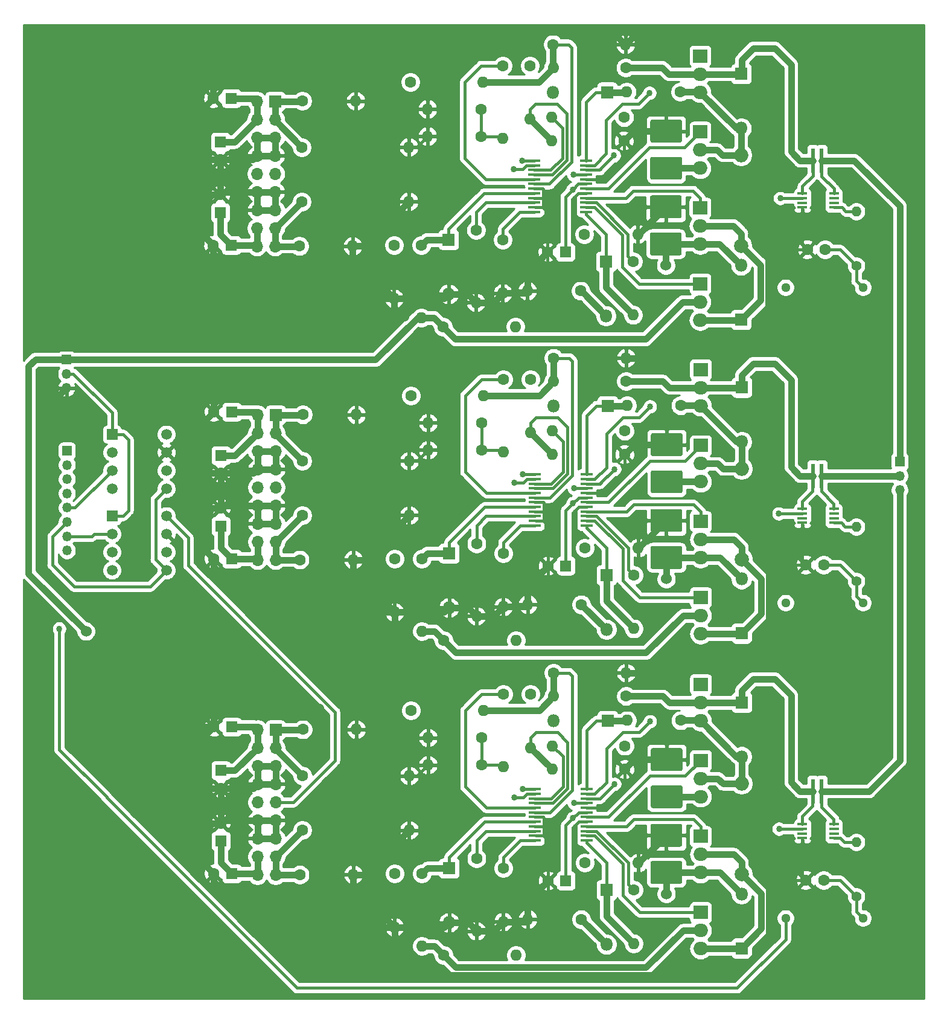
<source format=gbr>
%TF.GenerationSoftware,KiCad,Pcbnew,(5.1.7)-1*%
%TF.CreationDate,2021-02-09T15:47:08-06:00*%
%TF.ProjectId,LED-Driver-Board,4c45442d-4472-4697-9665-722d426f6172,rev?*%
%TF.SameCoordinates,Original*%
%TF.FileFunction,Copper,L1,Top*%
%TF.FilePolarity,Positive*%
%FSLAX46Y46*%
G04 Gerber Fmt 4.6, Leading zero omitted, Abs format (unit mm)*
G04 Created by KiCad (PCBNEW (5.1.7)-1) date 2021-02-09 15:47:08*
%MOMM*%
%LPD*%
G01*
G04 APERTURE LIST*
%TA.AperFunction,ComponentPad*%
%ADD10C,1.600000*%
%TD*%
%TA.AperFunction,ComponentPad*%
%ADD11O,1.600000X1.600000*%
%TD*%
%TA.AperFunction,SMDPad,CuDef*%
%ADD12R,1.320800X0.406400*%
%TD*%
%TA.AperFunction,ComponentPad*%
%ADD13C,1.498600*%
%TD*%
%TA.AperFunction,ComponentPad*%
%ADD14R,1.498600X1.498600*%
%TD*%
%TA.AperFunction,ComponentPad*%
%ADD15R,2.000000X1.905000*%
%TD*%
%TA.AperFunction,ComponentPad*%
%ADD16O,2.000000X1.905000*%
%TD*%
%TA.AperFunction,SMDPad,CuDef*%
%ADD17R,1.651000X0.431800*%
%TD*%
%TA.AperFunction,ComponentPad*%
%ADD18R,1.600000X1.600000*%
%TD*%
%TA.AperFunction,ComponentPad*%
%ADD19R,1.800000X1.800000*%
%TD*%
%TA.AperFunction,ComponentPad*%
%ADD20O,1.800000X1.800000*%
%TD*%
%TA.AperFunction,ComponentPad*%
%ADD21R,1.700000X1.700000*%
%TD*%
%TA.AperFunction,ComponentPad*%
%ADD22O,1.700000X1.700000*%
%TD*%
%TA.AperFunction,ComponentPad*%
%ADD23C,2.000000*%
%TD*%
%TA.AperFunction,ComponentPad*%
%ADD24O,2.000000X2.000000*%
%TD*%
%TA.AperFunction,ComponentPad*%
%ADD25O,1.400000X1.400000*%
%TD*%
%TA.AperFunction,ComponentPad*%
%ADD26C,1.400000*%
%TD*%
%TA.AperFunction,SMDPad,CuDef*%
%ADD27R,0.550000X3.450000*%
%TD*%
%TA.AperFunction,ComponentPad*%
%ADD28R,1.350000X1.350000*%
%TD*%
%TA.AperFunction,ComponentPad*%
%ADD29O,1.350000X1.350000*%
%TD*%
%TA.AperFunction,ComponentPad*%
%ADD30C,1.295400*%
%TD*%
%TA.AperFunction,ViaPad*%
%ADD31C,1.524000*%
%TD*%
%TA.AperFunction,ViaPad*%
%ADD32C,0.863600*%
%TD*%
%TA.AperFunction,Conductor*%
%ADD33C,0.431800*%
%TD*%
%TA.AperFunction,Conductor*%
%ADD34C,0.889000*%
%TD*%
%TA.AperFunction,Conductor*%
%ADD35C,0.381000*%
%TD*%
%TA.AperFunction,Conductor*%
%ADD36C,0.254000*%
%TD*%
%TA.AperFunction,Conductor*%
%ADD37C,0.100000*%
%TD*%
G04 APERTURE END LIST*
D10*
%TO.P,C8,1*%
%TO.N,N/C*%
X82246000Y-52738000D03*
D11*
%TO.P,C8,2*%
%TO.N,GND*%
X97246000Y-52738000D03*
%TD*%
D10*
%TO.P,C8,1*%
%TO.N,N/C*%
X82316000Y-96688000D03*
D11*
%TO.P,C8,2*%
%TO.N,GND*%
X97316000Y-96688000D03*
%TD*%
D12*
%TO.P,U6,8*%
%TO.N,Net-(J3-Pad1)*%
X156895800Y-59222640D03*
%TO.P,U6,7*%
%TO.N,Net-(U6-Pad7)*%
X156895800Y-59872880D03*
%TO.P,U6,6*%
%TO.N,Net-(U6-Pad6)*%
X156895800Y-60523120D03*
%TO.P,U6,5*%
%TO.N,Net-(R4-Pad2)*%
X156895800Y-61173360D03*
%TO.P,U6,4*%
%TO.N,GND*%
X152476200Y-61173360D03*
%TO.P,U6,3*%
%TO.N,Net-(U6-Pad3)*%
X152476200Y-60523120D03*
%TO.P,U6,2*%
%TO.N,24V*%
X152476200Y-59872880D03*
%TO.P,U6,1*%
%TO.N,Net-(R1-Pad2)*%
X152476200Y-59222640D03*
%TD*%
%TO.P,U7,8*%
%TO.N,Net-(J3-Pad2)*%
X156895800Y-103418640D03*
%TO.P,U7,7*%
%TO.N,Net-(U7-Pad7)*%
X156895800Y-104068880D03*
%TO.P,U7,6*%
%TO.N,Net-(U7-Pad6)*%
X156895800Y-104719120D03*
%TO.P,U7,5*%
%TO.N,Net-(R5-Pad2)*%
X156895800Y-105369360D03*
%TO.P,U7,4*%
%TO.N,GND*%
X152476200Y-105369360D03*
%TO.P,U7,3*%
%TO.N,Net-(U7-Pad3)*%
X152476200Y-104719120D03*
%TO.P,U7,2*%
%TO.N,24V*%
X152476200Y-104068880D03*
%TO.P,U7,1*%
%TO.N,Net-(R2-Pad2)*%
X152476200Y-103418640D03*
%TD*%
D13*
%TO.P,U2,8*%
%TO.N,Net-(U2-Pad8)*%
X63246000Y-104394000D03*
%TO.P,U2,7*%
%TO.N,GND*%
X63246000Y-106934000D03*
%TO.P,U2,6*%
%TO.N,Net-(U2-Pad6)*%
X63246000Y-109474000D03*
%TO.P,U2,5*%
%TO.N,~LDAC*%
X63246000Y-112014000D03*
%TO.P,U2,4*%
%TO.N,SDI*%
X55626000Y-112014000D03*
%TO.P,U2,3*%
%TO.N,SCK*%
X55626000Y-109474000D03*
%TO.P,U2,2*%
%TO.N,~CS2*%
X55626000Y-106934000D03*
D14*
%TO.P,U2,1*%
%TO.N,3.3V*%
X55626000Y-104394000D03*
%TD*%
D15*
%TO.P,U3,1*%
%TO.N,N/C*%
X138178000Y-149290000D03*
D16*
%TO.P,U3,2*%
X138178000Y-151830000D03*
%TO.P,U3,3*%
X138178000Y-154370000D03*
%TD*%
D15*
%TO.P,U4,1*%
%TO.N,N/C*%
X138188000Y-128010000D03*
D16*
%TO.P,U4,2*%
%TO.N,Net-(R3-Pad2)*%
X138188000Y-130550000D03*
%TO.P,U4,3*%
%TO.N,N/C*%
X138188000Y-133090000D03*
%TD*%
D10*
%TO.P,C2,1*%
%TO.N,N/C*%
X114320000Y-129388000D03*
D11*
%TO.P,C2,2*%
X114320000Y-136888000D03*
%TD*%
D10*
%TO.P,R5,1*%
%TO.N,24V*%
X102128000Y-165964000D03*
D11*
%TO.P,R5,2*%
%TO.N,N/C*%
X112288000Y-165964000D03*
%TD*%
D17*
%TO.P,U1,1*%
%TO.N,N/C*%
X114945800Y-142703680D03*
%TO.P,U1,2*%
X114945800Y-143353920D03*
%TO.P,U1,3*%
X114945800Y-144004160D03*
%TO.P,U1,4*%
X114945800Y-144654400D03*
%TO.P,U1,5*%
X114945800Y-145304640D03*
%TO.P,U1,6*%
X114945800Y-145954880D03*
%TO.P,U1,7*%
%TO.N,GND*%
X114945800Y-146605120D03*
%TO.P,U1,8*%
%TO.N,N/C*%
X114945800Y-147255360D03*
%TO.P,U1,9*%
%TO.N,GND*%
X114945800Y-147905600D03*
%TO.P,U1,10*%
%TO.N,N/C*%
X114945800Y-148555840D03*
%TO.P,U1,11*%
%TO.N,GND*%
X114945800Y-149206080D03*
%TO.P,U1,12*%
%TO.N,N/C*%
X114945800Y-149856320D03*
%TO.P,U1,13*%
X122210200Y-149856320D03*
%TO.P,U1,14*%
X122210200Y-149206080D03*
%TO.P,U1,15*%
X122210200Y-148555840D03*
%TO.P,U1,16*%
X122210200Y-147905600D03*
%TO.P,U1,17*%
%TO.N,GND*%
X122210200Y-147255360D03*
%TO.P,U1,18*%
%TO.N,N/C*%
X122210200Y-146605120D03*
%TO.P,U1,19*%
X122210200Y-145954880D03*
%TO.P,U1,20*%
%TO.N,GND*%
X122210200Y-145304640D03*
%TO.P,U1,21*%
%TO.N,N/C*%
X122210200Y-144654400D03*
%TO.P,U1,22*%
X122210200Y-144004160D03*
%TO.P,U1,23*%
X122210200Y-143353920D03*
%TO.P,U1,24*%
X122210200Y-142703680D03*
%TD*%
D15*
%TO.P,U2,1*%
%TO.N,N/C*%
X138188000Y-159950000D03*
D16*
%TO.P,U2,2*%
%TO.N,24V*%
X138188000Y-162490000D03*
%TO.P,U2,3*%
%TO.N,N/C*%
X138188000Y-165030000D03*
%TD*%
D15*
%TO.P,U5,1*%
%TO.N,N/C*%
X138188000Y-138650000D03*
D16*
%TO.P,U5,2*%
X138188000Y-141190000D03*
%TO.P,U5,3*%
X138188000Y-143730000D03*
%TD*%
D10*
%TO.P,C7,1*%
%TO.N,N/C*%
X107462000Y-135484000D03*
D11*
%TO.P,C7,2*%
%TO.N,GND*%
X99962000Y-135484000D03*
%TD*%
D10*
%TO.P,C13,1*%
%TO.N,N/C*%
X121448000Y-160940000D03*
D11*
%TO.P,C13,2*%
%TO.N,GND*%
X113948000Y-160940000D03*
%TD*%
D10*
%TO.P,C11,1*%
%TO.N,N/C*%
X81954000Y-154670000D03*
D11*
%TO.P,C11,2*%
%TO.N,GND*%
X89454000Y-154670000D03*
%TD*%
D18*
%TO.P,C14,1*%
%TO.N,N/C*%
X70886000Y-140056000D03*
D10*
%TO.P,C14,2*%
%TO.N,GND*%
X70886000Y-142556000D03*
%TD*%
D18*
%TO.P,C15,1*%
%TO.N,N/C*%
X70886000Y-149962000D03*
D10*
%TO.P,C15,2*%
%TO.N,GND*%
X70886000Y-147462000D03*
%TD*%
D18*
%TO.P,C16,1*%
%TO.N,N/C*%
X72410000Y-133960000D03*
D10*
%TO.P,C16,2*%
%TO.N,GND*%
X69910000Y-133960000D03*
%TD*%
D18*
%TO.P,C17,1*%
%TO.N,N/C*%
X72410000Y-154534000D03*
D10*
%TO.P,C17,2*%
%TO.N,GND*%
X69910000Y-154534000D03*
%TD*%
%TO.P,C9,1*%
%TO.N,N/C*%
X82316000Y-148438000D03*
D11*
%TO.P,C9,2*%
%TO.N,GND*%
X97316000Y-148438000D03*
%TD*%
D10*
%TO.P,C1,1*%
%TO.N,N/C*%
X128798000Y-156820000D03*
D11*
%TO.P,C1,2*%
X128798000Y-164320000D03*
%TD*%
D10*
%TO.P,C3,1*%
%TO.N,N/C*%
X121940000Y-153010000D03*
D11*
%TO.P,C3,2*%
%TO.N,GND*%
X129440000Y-153010000D03*
%TD*%
D10*
%TO.P,C8,1*%
%TO.N,N/C*%
X82316000Y-140818000D03*
D11*
%TO.P,C8,2*%
%TO.N,GND*%
X97316000Y-140818000D03*
%TD*%
D10*
%TO.P,C10,1*%
%TO.N,N/C*%
X82384000Y-134330000D03*
D11*
%TO.P,C10,2*%
%TO.N,GND*%
X89884000Y-134330000D03*
%TD*%
D18*
%TO.P,C12,1*%
%TO.N,N/C*%
X119288000Y-155520000D03*
D10*
%TO.P,C12,2*%
%TO.N,GND*%
X116788000Y-155520000D03*
%TD*%
%TO.P,C4,1*%
%TO.N,N/C*%
X110510000Y-153772000D03*
D11*
%TO.P,C4,2*%
%TO.N,GND*%
X110510000Y-161272000D03*
%TD*%
D10*
%TO.P,C5,1*%
%TO.N,N/C*%
X95270000Y-154534000D03*
D11*
%TO.P,C5,2*%
%TO.N,GND*%
X95270000Y-162034000D03*
%TD*%
D10*
%TO.P,C6,1*%
%TO.N,N/C*%
X107462000Y-139294000D03*
D11*
%TO.P,C6,2*%
%TO.N,GND*%
X99962000Y-139294000D03*
%TD*%
D10*
%TO.P,R11,1*%
%TO.N,N/C*%
X97556000Y-131674000D03*
D11*
%TO.P,R11,2*%
X107716000Y-131674000D03*
%TD*%
D10*
%TO.P,R7,1*%
%TO.N,N/C*%
X110510000Y-129388000D03*
D11*
%TO.P,R7,2*%
X110510000Y-139548000D03*
%TD*%
D10*
%TO.P,R9,1*%
%TO.N,Net-(R3-Pad2)*%
X127748000Y-129660000D03*
D11*
%TO.P,R9,2*%
%TO.N,N/C*%
X117588000Y-129660000D03*
%TD*%
D10*
%TO.P,C18,1*%
%TO.N,N/C*%
X135388000Y-133060000D03*
D11*
%TO.P,C18,2*%
X127888000Y-133060000D03*
%TD*%
D19*
%TO.P,D3,1*%
%TO.N,N/C*%
X143928000Y-164990000D03*
D20*
%TO.P,D3,2*%
X143928000Y-157370000D03*
%TD*%
D19*
%TO.P,D2,1*%
%TO.N,N/C*%
X124988000Y-156820000D03*
D20*
%TO.P,D2,2*%
X124988000Y-164440000D03*
%TD*%
D10*
%TO.P,R10,1*%
%TO.N,N/C*%
X117558000Y-126400000D03*
D11*
%TO.P,R10,2*%
%TO.N,GND*%
X127718000Y-126400000D03*
%TD*%
D19*
%TO.P,D4,1*%
%TO.N,Net-(R3-Pad2)*%
X143968000Y-130530000D03*
D20*
%TO.P,D4,2*%
%TO.N,N/C*%
X143968000Y-138150000D03*
%TD*%
D19*
%TO.P,D1,1*%
%TO.N,N/C*%
X102908000Y-153772000D03*
D20*
%TO.P,D1,2*%
%TO.N,GND*%
X102908000Y-161392000D03*
%TD*%
D19*
%TO.P,D5,1*%
%TO.N,N/C*%
X125138000Y-133100000D03*
D20*
%TO.P,D5,2*%
X117518000Y-133100000D03*
%TD*%
D21*
%TO.P,HDR1,1*%
%TO.N,N/C*%
X78564000Y-134370000D03*
D22*
%TO.P,HDR1,2*%
X76024000Y-134370000D03*
%TO.P,HDR1,3*%
X78564000Y-136910000D03*
%TO.P,HDR1,4*%
X76024000Y-136910000D03*
%TO.P,HDR1,5*%
%TO.N,GND*%
X78564000Y-139450000D03*
%TO.P,HDR1,6*%
X76024000Y-139450000D03*
%TO.P,HDR1,7*%
X78564000Y-141990000D03*
%TO.P,HDR1,8*%
X76024000Y-141990000D03*
%TO.P,HDR1,9*%
%TO.N,Net-(U2-Pad8)*%
X78564000Y-144530000D03*
%TO.P,HDR1,10*%
%TO.N,N/C*%
X76024000Y-144530000D03*
%TO.P,HDR1,11*%
%TO.N,GND*%
X78564000Y-147070000D03*
%TO.P,HDR1,12*%
X76024000Y-147070000D03*
%TO.P,HDR1,13*%
X78564000Y-149610000D03*
%TO.P,HDR1,14*%
X76024000Y-149610000D03*
%TO.P,HDR1,15*%
%TO.N,N/C*%
X78564000Y-152150000D03*
%TO.P,HDR1,16*%
X76024000Y-152150000D03*
%TO.P,HDR1,17*%
X78564000Y-154690000D03*
%TO.P,HDR1,18*%
X76024000Y-154690000D03*
%TD*%
D23*
%TO.P,L1,1*%
%TO.N,N/C*%
X143928000Y-154600000D03*
D24*
%TO.P,L1,2*%
X143928000Y-141900000D03*
%TD*%
D10*
%TO.P,R1,1*%
%TO.N,N/C*%
X99080000Y-154534000D03*
D11*
%TO.P,R1,2*%
%TO.N,24V*%
X99080000Y-164694000D03*
%TD*%
D10*
%TO.P,R2,1*%
%TO.N,N/C*%
X106758000Y-152414000D03*
D11*
%TO.P,R2,2*%
%TO.N,GND*%
X106758000Y-162574000D03*
%TD*%
D10*
%TO.P,R4,1*%
%TO.N,GND*%
X127518000Y-139890000D03*
D11*
%TO.P,R4,2*%
%TO.N,N/C*%
X117358000Y-139890000D03*
%TD*%
D10*
%TO.P,R3,1*%
%TO.N,N/C*%
X127548000Y-136620000D03*
D11*
%TO.P,R3,2*%
X117388000Y-136620000D03*
%TD*%
%TO.P,R6,1*%
%TO.N,GND*%
%TA.AperFunction,SMDPad,CuDef*%
G36*
G01*
X131453000Y-136950000D02*
X135403000Y-136950000D01*
G75*
G02*
X135653000Y-137200000I0J-250000D01*
G01*
X135653000Y-139900000D01*
G75*
G02*
X135403000Y-140150000I-250000J0D01*
G01*
X131453000Y-140150000D01*
G75*
G02*
X131203000Y-139900000I0J250000D01*
G01*
X131203000Y-137200000D01*
G75*
G02*
X131453000Y-136950000I250000J0D01*
G01*
G37*
%TD.AperFunction*%
%TO.P,R6,2*%
%TO.N,N/C*%
%TA.AperFunction,SMDPad,CuDef*%
G36*
G01*
X131453000Y-142150000D02*
X135403000Y-142150000D01*
G75*
G02*
X135653000Y-142400000I0J-250000D01*
G01*
X135653000Y-145100000D01*
G75*
G02*
X135403000Y-145350000I-250000J0D01*
G01*
X131453000Y-145350000D01*
G75*
G02*
X131203000Y-145100000I0J250000D01*
G01*
X131203000Y-142400000D01*
G75*
G02*
X131453000Y-142150000I250000J0D01*
G01*
G37*
%TD.AperFunction*%
%TD*%
%TO.P,R8,1*%
%TO.N,GND*%
%TA.AperFunction,SMDPad,CuDef*%
G36*
G01*
X131403000Y-147560000D02*
X135353000Y-147560000D01*
G75*
G02*
X135603000Y-147810000I0J-250000D01*
G01*
X135603000Y-150510000D01*
G75*
G02*
X135353000Y-150760000I-250000J0D01*
G01*
X131403000Y-150760000D01*
G75*
G02*
X131153000Y-150510000I0J250000D01*
G01*
X131153000Y-147810000D01*
G75*
G02*
X131403000Y-147560000I250000J0D01*
G01*
G37*
%TD.AperFunction*%
%TO.P,R8,2*%
%TO.N,N/C*%
%TA.AperFunction,SMDPad,CuDef*%
G36*
G01*
X131403000Y-152760000D02*
X135353000Y-152760000D01*
G75*
G02*
X135603000Y-153010000I0J-250000D01*
G01*
X135603000Y-155710000D01*
G75*
G02*
X135353000Y-155960000I-250000J0D01*
G01*
X131403000Y-155960000D01*
G75*
G02*
X131153000Y-155710000I0J250000D01*
G01*
X131153000Y-153010000D01*
G75*
G02*
X131403000Y-152760000I250000J0D01*
G01*
G37*
%TD.AperFunction*%
%TD*%
D15*
%TO.P,U3,1*%
%TO.N,N/C*%
X138178000Y-105160000D03*
D16*
%TO.P,U3,2*%
X138178000Y-107700000D03*
%TO.P,U3,3*%
X138178000Y-110240000D03*
%TD*%
D15*
%TO.P,U4,1*%
%TO.N,N/C*%
X138188000Y-83880000D03*
D16*
%TO.P,U4,2*%
%TO.N,Net-(R2-Pad2)*%
X138188000Y-86420000D03*
%TO.P,U4,3*%
%TO.N,N/C*%
X138188000Y-88960000D03*
%TD*%
D10*
%TO.P,C2,1*%
%TO.N,N/C*%
X114320000Y-85258000D03*
D11*
%TO.P,C2,2*%
X114320000Y-92758000D03*
%TD*%
D10*
%TO.P,R5,1*%
%TO.N,24V*%
X102128000Y-121834000D03*
D11*
%TO.P,R5,2*%
%TO.N,N/C*%
X112288000Y-121834000D03*
%TD*%
D17*
%TO.P,U1,1*%
%TO.N,N/C*%
X114945800Y-98573680D03*
%TO.P,U1,2*%
X114945800Y-99223920D03*
%TO.P,U1,3*%
X114945800Y-99874160D03*
%TO.P,U1,4*%
X114945800Y-100524400D03*
%TO.P,U1,5*%
X114945800Y-101174640D03*
%TO.P,U1,6*%
X114945800Y-101824880D03*
%TO.P,U1,7*%
%TO.N,GND*%
X114945800Y-102475120D03*
%TO.P,U1,8*%
%TO.N,N/C*%
X114945800Y-103125360D03*
%TO.P,U1,9*%
%TO.N,GND*%
X114945800Y-103775600D03*
%TO.P,U1,10*%
%TO.N,N/C*%
X114945800Y-104425840D03*
%TO.P,U1,11*%
%TO.N,GND*%
X114945800Y-105076080D03*
%TO.P,U1,12*%
%TO.N,N/C*%
X114945800Y-105726320D03*
%TO.P,U1,13*%
X122210200Y-105726320D03*
%TO.P,U1,14*%
X122210200Y-105076080D03*
%TO.P,U1,15*%
X122210200Y-104425840D03*
%TO.P,U1,16*%
X122210200Y-103775600D03*
%TO.P,U1,17*%
%TO.N,GND*%
X122210200Y-103125360D03*
%TO.P,U1,18*%
%TO.N,N/C*%
X122210200Y-102475120D03*
%TO.P,U1,19*%
X122210200Y-101824880D03*
%TO.P,U1,20*%
%TO.N,GND*%
X122210200Y-101174640D03*
%TO.P,U1,21*%
%TO.N,N/C*%
X122210200Y-100524400D03*
%TO.P,U1,22*%
X122210200Y-99874160D03*
%TO.P,U1,23*%
X122210200Y-99223920D03*
%TO.P,U1,24*%
X122210200Y-98573680D03*
%TD*%
D15*
%TO.P,U2,1*%
%TO.N,N/C*%
X138188000Y-115820000D03*
D16*
%TO.P,U2,2*%
%TO.N,24V*%
X138188000Y-118360000D03*
%TO.P,U2,3*%
%TO.N,N/C*%
X138188000Y-120900000D03*
%TD*%
D15*
%TO.P,U5,1*%
%TO.N,N/C*%
X138188000Y-94520000D03*
D16*
%TO.P,U5,2*%
X138188000Y-97060000D03*
%TO.P,U5,3*%
X138188000Y-99600000D03*
%TD*%
D10*
%TO.P,C7,1*%
%TO.N,N/C*%
X107462000Y-91354000D03*
D11*
%TO.P,C7,2*%
%TO.N,GND*%
X99962000Y-91354000D03*
%TD*%
D10*
%TO.P,C13,1*%
%TO.N,N/C*%
X121448000Y-116810000D03*
D11*
%TO.P,C13,2*%
%TO.N,GND*%
X113948000Y-116810000D03*
%TD*%
D10*
%TO.P,C11,1*%
%TO.N,N/C*%
X81954000Y-110540000D03*
D11*
%TO.P,C11,2*%
%TO.N,GND*%
X89454000Y-110540000D03*
%TD*%
D18*
%TO.P,C14,1*%
%TO.N,N/C*%
X70886000Y-95926000D03*
D10*
%TO.P,C14,2*%
%TO.N,GND*%
X70886000Y-98426000D03*
%TD*%
D18*
%TO.P,C15,1*%
%TO.N,N/C*%
X70886000Y-105832000D03*
D10*
%TO.P,C15,2*%
%TO.N,GND*%
X70886000Y-103332000D03*
%TD*%
D18*
%TO.P,C16,1*%
%TO.N,N/C*%
X72410000Y-89830000D03*
D10*
%TO.P,C16,2*%
%TO.N,GND*%
X69910000Y-89830000D03*
%TD*%
D18*
%TO.P,C17,1*%
%TO.N,N/C*%
X72410000Y-110404000D03*
D10*
%TO.P,C17,2*%
%TO.N,GND*%
X69910000Y-110404000D03*
%TD*%
%TO.P,C9,1*%
%TO.N,N/C*%
X82316000Y-104308000D03*
D11*
%TO.P,C9,2*%
%TO.N,GND*%
X97316000Y-104308000D03*
%TD*%
D10*
%TO.P,C1,1*%
%TO.N,N/C*%
X128798000Y-112690000D03*
D11*
%TO.P,C1,2*%
X128798000Y-120190000D03*
%TD*%
D10*
%TO.P,C3,1*%
%TO.N,N/C*%
X121940000Y-108880000D03*
D11*
%TO.P,C3,2*%
%TO.N,GND*%
X129440000Y-108880000D03*
%TD*%
D10*
%TO.P,C10,1*%
%TO.N,N/C*%
X82384000Y-90200000D03*
D11*
%TO.P,C10,2*%
%TO.N,GND*%
X89884000Y-90200000D03*
%TD*%
D18*
%TO.P,C12,1*%
%TO.N,N/C*%
X119288000Y-111390000D03*
D10*
%TO.P,C12,2*%
%TO.N,GND*%
X116788000Y-111390000D03*
%TD*%
%TO.P,C4,1*%
%TO.N,N/C*%
X110510000Y-109642000D03*
D11*
%TO.P,C4,2*%
%TO.N,GND*%
X110510000Y-117142000D03*
%TD*%
D10*
%TO.P,C5,1*%
%TO.N,N/C*%
X95270000Y-110404000D03*
D11*
%TO.P,C5,2*%
%TO.N,GND*%
X95270000Y-117904000D03*
%TD*%
D10*
%TO.P,C6,1*%
%TO.N,N/C*%
X107462000Y-95164000D03*
D11*
%TO.P,C6,2*%
%TO.N,GND*%
X99962000Y-95164000D03*
%TD*%
D10*
%TO.P,R11,1*%
%TO.N,Net-(U1-Pad6)*%
X97556000Y-87544000D03*
D11*
%TO.P,R11,2*%
%TO.N,N/C*%
X107716000Y-87544000D03*
%TD*%
D10*
%TO.P,R7,1*%
%TO.N,N/C*%
X110510000Y-85258000D03*
D11*
%TO.P,R7,2*%
X110510000Y-95418000D03*
%TD*%
D10*
%TO.P,R9,1*%
%TO.N,Net-(R2-Pad2)*%
X127748000Y-85530000D03*
D11*
%TO.P,R9,2*%
%TO.N,N/C*%
X117588000Y-85530000D03*
%TD*%
D10*
%TO.P,C18,1*%
%TO.N,N/C*%
X135388000Y-88930000D03*
D11*
%TO.P,C18,2*%
X127888000Y-88930000D03*
%TD*%
D19*
%TO.P,D3,1*%
%TO.N,N/C*%
X143928000Y-120860000D03*
D20*
%TO.P,D3,2*%
X143928000Y-113240000D03*
%TD*%
D19*
%TO.P,D2,1*%
%TO.N,N/C*%
X124988000Y-112690000D03*
D20*
%TO.P,D2,2*%
X124988000Y-120310000D03*
%TD*%
D10*
%TO.P,R10,1*%
%TO.N,N/C*%
X117558000Y-82270000D03*
D11*
%TO.P,R10,2*%
%TO.N,GND*%
X127718000Y-82270000D03*
%TD*%
D19*
%TO.P,D4,1*%
%TO.N,Net-(R2-Pad2)*%
X143968000Y-86400000D03*
D20*
%TO.P,D4,2*%
%TO.N,N/C*%
X143968000Y-94020000D03*
%TD*%
D19*
%TO.P,D1,1*%
%TO.N,N/C*%
X102908000Y-109642000D03*
D20*
%TO.P,D1,2*%
%TO.N,GND*%
X102908000Y-117262000D03*
%TD*%
D19*
%TO.P,D5,1*%
%TO.N,N/C*%
X125138000Y-88970000D03*
D20*
%TO.P,D5,2*%
X117518000Y-88970000D03*
%TD*%
D21*
%TO.P,HDR1,1*%
%TO.N,N/C*%
X78564000Y-90240000D03*
D22*
%TO.P,HDR1,2*%
X76024000Y-90240000D03*
%TO.P,HDR1,3*%
X78564000Y-92780000D03*
%TO.P,HDR1,4*%
X76024000Y-92780000D03*
%TO.P,HDR1,5*%
%TO.N,GND*%
X78564000Y-95320000D03*
%TO.P,HDR1,6*%
X76024000Y-95320000D03*
%TO.P,HDR1,7*%
X78564000Y-97860000D03*
%TO.P,HDR1,8*%
X76024000Y-97860000D03*
%TO.P,HDR1,9*%
%TO.N,Net-(U1-Pad6)*%
X78564000Y-100400000D03*
%TO.P,HDR1,10*%
%TO.N,N/C*%
X76024000Y-100400000D03*
%TO.P,HDR1,11*%
%TO.N,GND*%
X78564000Y-102940000D03*
%TO.P,HDR1,12*%
X76024000Y-102940000D03*
%TO.P,HDR1,13*%
X78564000Y-105480000D03*
%TO.P,HDR1,14*%
X76024000Y-105480000D03*
%TO.P,HDR1,15*%
%TO.N,N/C*%
X78564000Y-108020000D03*
%TO.P,HDR1,16*%
X76024000Y-108020000D03*
%TO.P,HDR1,17*%
X78564000Y-110560000D03*
%TO.P,HDR1,18*%
X76024000Y-110560000D03*
%TD*%
D23*
%TO.P,L1,1*%
%TO.N,N/C*%
X143928000Y-110470000D03*
D24*
%TO.P,L1,2*%
X143928000Y-97770000D03*
%TD*%
D10*
%TO.P,R1,1*%
%TO.N,N/C*%
X99080000Y-110404000D03*
D11*
%TO.P,R1,2*%
%TO.N,24V*%
X99080000Y-120564000D03*
%TD*%
D10*
%TO.P,R2,1*%
%TO.N,N/C*%
X106758000Y-108284000D03*
D11*
%TO.P,R2,2*%
%TO.N,GND*%
X106758000Y-118444000D03*
%TD*%
D10*
%TO.P,R4,1*%
%TO.N,GND*%
X127518000Y-95760000D03*
D11*
%TO.P,R4,2*%
%TO.N,N/C*%
X117358000Y-95760000D03*
%TD*%
D10*
%TO.P,R3,1*%
%TO.N,N/C*%
X127548000Y-92490000D03*
D11*
%TO.P,R3,2*%
X117388000Y-92490000D03*
%TD*%
%TO.P,R6,1*%
%TO.N,GND*%
%TA.AperFunction,SMDPad,CuDef*%
G36*
G01*
X131453000Y-92820000D02*
X135403000Y-92820000D01*
G75*
G02*
X135653000Y-93070000I0J-250000D01*
G01*
X135653000Y-95770000D01*
G75*
G02*
X135403000Y-96020000I-250000J0D01*
G01*
X131453000Y-96020000D01*
G75*
G02*
X131203000Y-95770000I0J250000D01*
G01*
X131203000Y-93070000D01*
G75*
G02*
X131453000Y-92820000I250000J0D01*
G01*
G37*
%TD.AperFunction*%
%TO.P,R6,2*%
%TO.N,N/C*%
%TA.AperFunction,SMDPad,CuDef*%
G36*
G01*
X131453000Y-98020000D02*
X135403000Y-98020000D01*
G75*
G02*
X135653000Y-98270000I0J-250000D01*
G01*
X135653000Y-100970000D01*
G75*
G02*
X135403000Y-101220000I-250000J0D01*
G01*
X131453000Y-101220000D01*
G75*
G02*
X131203000Y-100970000I0J250000D01*
G01*
X131203000Y-98270000D01*
G75*
G02*
X131453000Y-98020000I250000J0D01*
G01*
G37*
%TD.AperFunction*%
%TD*%
%TO.P,R8,1*%
%TO.N,GND*%
%TA.AperFunction,SMDPad,CuDef*%
G36*
G01*
X131403000Y-103430000D02*
X135353000Y-103430000D01*
G75*
G02*
X135603000Y-103680000I0J-250000D01*
G01*
X135603000Y-106380000D01*
G75*
G02*
X135353000Y-106630000I-250000J0D01*
G01*
X131403000Y-106630000D01*
G75*
G02*
X131153000Y-106380000I0J250000D01*
G01*
X131153000Y-103680000D01*
G75*
G02*
X131403000Y-103430000I250000J0D01*
G01*
G37*
%TD.AperFunction*%
%TO.P,R8,2*%
%TO.N,N/C*%
%TA.AperFunction,SMDPad,CuDef*%
G36*
G01*
X131403000Y-108630000D02*
X135353000Y-108630000D01*
G75*
G02*
X135603000Y-108880000I0J-250000D01*
G01*
X135603000Y-111580000D01*
G75*
G02*
X135353000Y-111830000I-250000J0D01*
G01*
X131403000Y-111830000D01*
G75*
G02*
X131153000Y-111580000I0J250000D01*
G01*
X131153000Y-108880000D01*
G75*
G02*
X131403000Y-108630000I250000J0D01*
G01*
G37*
%TD.AperFunction*%
%TD*%
D15*
%TO.P,U3,1*%
%TO.N,N/C*%
X138108000Y-61210000D03*
D16*
%TO.P,U3,2*%
X138108000Y-63750000D03*
%TO.P,U3,3*%
X138108000Y-66290000D03*
%TD*%
D15*
%TO.P,U4,1*%
%TO.N,N/C*%
X138118000Y-39930000D03*
D16*
%TO.P,U4,2*%
%TO.N,Net-(R1-Pad2)*%
X138118000Y-42470000D03*
%TO.P,U4,3*%
%TO.N,N/C*%
X138118000Y-45010000D03*
%TD*%
D10*
%TO.P,C2,1*%
%TO.N,N/C*%
X114250000Y-41308000D03*
D11*
%TO.P,C2,2*%
X114250000Y-48808000D03*
%TD*%
D10*
%TO.P,R5,1*%
%TO.N,24V*%
X102058000Y-77884000D03*
D11*
%TO.P,R5,2*%
%TO.N,N/C*%
X112218000Y-77884000D03*
%TD*%
D17*
%TO.P,U1,1*%
%TO.N,N/C*%
X114875800Y-54623680D03*
%TO.P,U1,2*%
X114875800Y-55273920D03*
%TO.P,U1,3*%
X114875800Y-55924160D03*
%TO.P,U1,4*%
X114875800Y-56574400D03*
%TO.P,U1,5*%
X114875800Y-57224640D03*
%TO.P,U1,6*%
X114875800Y-57874880D03*
%TO.P,U1,7*%
%TO.N,GND*%
X114875800Y-58525120D03*
%TO.P,U1,8*%
%TO.N,N/C*%
X114875800Y-59175360D03*
%TO.P,U1,9*%
%TO.N,GND*%
X114875800Y-59825600D03*
%TO.P,U1,10*%
%TO.N,N/C*%
X114875800Y-60475840D03*
%TO.P,U1,11*%
%TO.N,GND*%
X114875800Y-61126080D03*
%TO.P,U1,12*%
%TO.N,N/C*%
X114875800Y-61776320D03*
%TO.P,U1,13*%
X122140200Y-61776320D03*
%TO.P,U1,14*%
X122140200Y-61126080D03*
%TO.P,U1,15*%
X122140200Y-60475840D03*
%TO.P,U1,16*%
X122140200Y-59825600D03*
%TO.P,U1,17*%
%TO.N,GND*%
X122140200Y-59175360D03*
%TO.P,U1,18*%
%TO.N,N/C*%
X122140200Y-58525120D03*
%TO.P,U1,19*%
X122140200Y-57874880D03*
%TO.P,U1,20*%
%TO.N,GND*%
X122140200Y-57224640D03*
%TO.P,U1,21*%
%TO.N,N/C*%
X122140200Y-56574400D03*
%TO.P,U1,22*%
X122140200Y-55924160D03*
%TO.P,U1,23*%
X122140200Y-55273920D03*
%TO.P,U1,24*%
X122140200Y-54623680D03*
%TD*%
D15*
%TO.P,U2,1*%
%TO.N,N/C*%
X138118000Y-71870000D03*
D16*
%TO.P,U2,2*%
%TO.N,24V*%
X138118000Y-74410000D03*
%TO.P,U2,3*%
%TO.N,N/C*%
X138118000Y-76950000D03*
%TD*%
D15*
%TO.P,U5,1*%
%TO.N,N/C*%
X138118000Y-50570000D03*
D16*
%TO.P,U5,2*%
X138118000Y-53110000D03*
%TO.P,U5,3*%
X138118000Y-55650000D03*
%TD*%
D10*
%TO.P,C7,1*%
%TO.N,N/C*%
X107392000Y-47404000D03*
D11*
%TO.P,C7,2*%
%TO.N,GND*%
X99892000Y-47404000D03*
%TD*%
D10*
%TO.P,C13,1*%
%TO.N,N/C*%
X121378000Y-72860000D03*
D11*
%TO.P,C13,2*%
%TO.N,GND*%
X113878000Y-72860000D03*
%TD*%
D10*
%TO.P,C11,1*%
%TO.N,N/C*%
X81884000Y-66590000D03*
D11*
%TO.P,C11,2*%
%TO.N,GND*%
X89384000Y-66590000D03*
%TD*%
D18*
%TO.P,C14,1*%
%TO.N,N/C*%
X70816000Y-51976000D03*
D10*
%TO.P,C14,2*%
%TO.N,GND*%
X70816000Y-54476000D03*
%TD*%
D18*
%TO.P,C15,1*%
%TO.N,N/C*%
X70816000Y-61882000D03*
D10*
%TO.P,C15,2*%
%TO.N,GND*%
X70816000Y-59382000D03*
%TD*%
D18*
%TO.P,C16,1*%
%TO.N,N/C*%
X72340000Y-45880000D03*
D10*
%TO.P,C16,2*%
%TO.N,GND*%
X69840000Y-45880000D03*
%TD*%
D18*
%TO.P,C17,1*%
%TO.N,N/C*%
X72340000Y-66454000D03*
D10*
%TO.P,C17,2*%
%TO.N,GND*%
X69840000Y-66454000D03*
%TD*%
%TO.P,C9,1*%
%TO.N,N/C*%
X82246000Y-60358000D03*
D11*
%TO.P,C9,2*%
%TO.N,GND*%
X97246000Y-60358000D03*
%TD*%
D10*
%TO.P,C1,1*%
%TO.N,N/C*%
X128728000Y-68740000D03*
D11*
%TO.P,C1,2*%
X128728000Y-76240000D03*
%TD*%
D10*
%TO.P,C3,1*%
%TO.N,N/C*%
X121870000Y-64930000D03*
D11*
%TO.P,C3,2*%
%TO.N,GND*%
X129370000Y-64930000D03*
%TD*%
D10*
%TO.P,C10,1*%
%TO.N,N/C*%
X82314000Y-46250000D03*
D11*
%TO.P,C10,2*%
%TO.N,GND*%
X89814000Y-46250000D03*
%TD*%
D18*
%TO.P,C12,1*%
%TO.N,N/C*%
X119218000Y-67440000D03*
D10*
%TO.P,C12,2*%
%TO.N,GND*%
X116718000Y-67440000D03*
%TD*%
%TO.P,C4,1*%
%TO.N,N/C*%
X110440000Y-65692000D03*
D11*
%TO.P,C4,2*%
%TO.N,GND*%
X110440000Y-73192000D03*
%TD*%
D10*
%TO.P,C5,1*%
%TO.N,N/C*%
X95200000Y-66454000D03*
D11*
%TO.P,C5,2*%
%TO.N,GND*%
X95200000Y-73954000D03*
%TD*%
D10*
%TO.P,C6,1*%
%TO.N,N/C*%
X107392000Y-51214000D03*
D11*
%TO.P,C6,2*%
%TO.N,GND*%
X99892000Y-51214000D03*
%TD*%
D10*
%TO.P,R11,1*%
%TO.N,Net-(U1-Pad8)*%
X97486000Y-43594000D03*
D11*
%TO.P,R11,2*%
%TO.N,N/C*%
X107646000Y-43594000D03*
%TD*%
D10*
%TO.P,R7,1*%
%TO.N,N/C*%
X110440000Y-41308000D03*
D11*
%TO.P,R7,2*%
X110440000Y-51468000D03*
%TD*%
D10*
%TO.P,R9,1*%
%TO.N,Net-(R1-Pad2)*%
X127678000Y-41580000D03*
D11*
%TO.P,R9,2*%
%TO.N,N/C*%
X117518000Y-41580000D03*
%TD*%
D10*
%TO.P,C18,1*%
%TO.N,N/C*%
X135318000Y-44980000D03*
D11*
%TO.P,C18,2*%
X127818000Y-44980000D03*
%TD*%
D19*
%TO.P,D3,1*%
%TO.N,N/C*%
X143858000Y-76910000D03*
D20*
%TO.P,D3,2*%
X143858000Y-69290000D03*
%TD*%
D19*
%TO.P,D2,1*%
%TO.N,N/C*%
X124918000Y-68740000D03*
D20*
%TO.P,D2,2*%
X124918000Y-76360000D03*
%TD*%
D10*
%TO.P,R10,1*%
%TO.N,N/C*%
X117488000Y-38320000D03*
D11*
%TO.P,R10,2*%
%TO.N,GND*%
X127648000Y-38320000D03*
%TD*%
D19*
%TO.P,D4,1*%
%TO.N,Net-(R1-Pad2)*%
X143898000Y-42450000D03*
D20*
%TO.P,D4,2*%
%TO.N,N/C*%
X143898000Y-50070000D03*
%TD*%
D19*
%TO.P,D1,1*%
%TO.N,N/C*%
X102838000Y-65692000D03*
D20*
%TO.P,D1,2*%
%TO.N,GND*%
X102838000Y-73312000D03*
%TD*%
D19*
%TO.P,D5,1*%
%TO.N,N/C*%
X125068000Y-45020000D03*
D20*
%TO.P,D5,2*%
X117448000Y-45020000D03*
%TD*%
D21*
%TO.P,HDR1,1*%
%TO.N,N/C*%
X78494000Y-46290000D03*
D22*
%TO.P,HDR1,2*%
X75954000Y-46290000D03*
%TO.P,HDR1,3*%
X78494000Y-48830000D03*
%TO.P,HDR1,4*%
X75954000Y-48830000D03*
%TO.P,HDR1,5*%
%TO.N,GND*%
X78494000Y-51370000D03*
%TO.P,HDR1,6*%
X75954000Y-51370000D03*
%TO.P,HDR1,7*%
X78494000Y-53910000D03*
%TO.P,HDR1,8*%
X75954000Y-53910000D03*
%TO.P,HDR1,9*%
%TO.N,Net-(U1-Pad8)*%
X78494000Y-56450000D03*
%TO.P,HDR1,10*%
%TO.N,N/C*%
X75954000Y-56450000D03*
%TO.P,HDR1,11*%
%TO.N,GND*%
X78494000Y-58990000D03*
%TO.P,HDR1,12*%
X75954000Y-58990000D03*
%TO.P,HDR1,13*%
X78494000Y-61530000D03*
%TO.P,HDR1,14*%
X75954000Y-61530000D03*
%TO.P,HDR1,15*%
%TO.N,N/C*%
X78494000Y-64070000D03*
%TO.P,HDR1,16*%
X75954000Y-64070000D03*
%TO.P,HDR1,17*%
X78494000Y-66610000D03*
%TO.P,HDR1,18*%
X75954000Y-66610000D03*
%TD*%
D23*
%TO.P,L1,1*%
%TO.N,N/C*%
X143858000Y-66520000D03*
D24*
%TO.P,L1,2*%
X143858000Y-53820000D03*
%TD*%
D10*
%TO.P,R1,1*%
%TO.N,N/C*%
X99010000Y-66454000D03*
D11*
%TO.P,R1,2*%
%TO.N,24V*%
X99010000Y-76614000D03*
%TD*%
D10*
%TO.P,R2,1*%
%TO.N,N/C*%
X106688000Y-64334000D03*
D11*
%TO.P,R2,2*%
%TO.N,GND*%
X106688000Y-74494000D03*
%TD*%
D10*
%TO.P,R4,1*%
%TO.N,GND*%
X127448000Y-51810000D03*
D11*
%TO.P,R4,2*%
%TO.N,N/C*%
X117288000Y-51810000D03*
%TD*%
D10*
%TO.P,R3,1*%
%TO.N,N/C*%
X127478000Y-48540000D03*
D11*
%TO.P,R3,2*%
X117318000Y-48540000D03*
%TD*%
%TO.P,R6,1*%
%TO.N,GND*%
%TA.AperFunction,SMDPad,CuDef*%
G36*
G01*
X131383000Y-48870000D02*
X135333000Y-48870000D01*
G75*
G02*
X135583000Y-49120000I0J-250000D01*
G01*
X135583000Y-51820000D01*
G75*
G02*
X135333000Y-52070000I-250000J0D01*
G01*
X131383000Y-52070000D01*
G75*
G02*
X131133000Y-51820000I0J250000D01*
G01*
X131133000Y-49120000D01*
G75*
G02*
X131383000Y-48870000I250000J0D01*
G01*
G37*
%TD.AperFunction*%
%TO.P,R6,2*%
%TO.N,N/C*%
%TA.AperFunction,SMDPad,CuDef*%
G36*
G01*
X131383000Y-54070000D02*
X135333000Y-54070000D01*
G75*
G02*
X135583000Y-54320000I0J-250000D01*
G01*
X135583000Y-57020000D01*
G75*
G02*
X135333000Y-57270000I-250000J0D01*
G01*
X131383000Y-57270000D01*
G75*
G02*
X131133000Y-57020000I0J250000D01*
G01*
X131133000Y-54320000D01*
G75*
G02*
X131383000Y-54070000I250000J0D01*
G01*
G37*
%TD.AperFunction*%
%TD*%
%TO.P,R8,1*%
%TO.N,GND*%
%TA.AperFunction,SMDPad,CuDef*%
G36*
G01*
X131333000Y-59480000D02*
X135283000Y-59480000D01*
G75*
G02*
X135533000Y-59730000I0J-250000D01*
G01*
X135533000Y-62430000D01*
G75*
G02*
X135283000Y-62680000I-250000J0D01*
G01*
X131333000Y-62680000D01*
G75*
G02*
X131083000Y-62430000I0J250000D01*
G01*
X131083000Y-59730000D01*
G75*
G02*
X131333000Y-59480000I250000J0D01*
G01*
G37*
%TD.AperFunction*%
%TO.P,R8,2*%
%TO.N,N/C*%
%TA.AperFunction,SMDPad,CuDef*%
G36*
G01*
X131333000Y-64680000D02*
X135283000Y-64680000D01*
G75*
G02*
X135533000Y-64930000I0J-250000D01*
G01*
X135533000Y-67630000D01*
G75*
G02*
X135283000Y-67880000I-250000J0D01*
G01*
X131333000Y-67880000D01*
G75*
G02*
X131083000Y-67630000I0J250000D01*
G01*
X131083000Y-64930000D01*
G75*
G02*
X131333000Y-64680000I250000J0D01*
G01*
G37*
%TD.AperFunction*%
%TD*%
D12*
%TO.P,U8,8*%
%TO.N,Net-(J3-Pad3)*%
X156895800Y-147614640D03*
%TO.P,U8,7*%
%TO.N,Net-(U8-Pad7)*%
X156895800Y-148264880D03*
%TO.P,U8,6*%
%TO.N,Net-(U8-Pad6)*%
X156895800Y-148915120D03*
%TO.P,U8,5*%
%TO.N,Net-(R6-Pad2)*%
X156895800Y-149565360D03*
%TO.P,U8,4*%
%TO.N,GND*%
X152476200Y-149565360D03*
%TO.P,U8,3*%
%TO.N,Net-(U8-Pad3)*%
X152476200Y-148915120D03*
%TO.P,U8,2*%
%TO.N,24V*%
X152476200Y-148264880D03*
%TO.P,U8,1*%
%TO.N,Net-(R3-Pad2)*%
X152476200Y-147614640D03*
%TD*%
D13*
%TO.P,U1,8*%
%TO.N,Net-(U1-Pad8)*%
X63246000Y-92964000D03*
%TO.P,U1,7*%
%TO.N,GND*%
X63246000Y-95504000D03*
%TO.P,U1,6*%
%TO.N,Net-(U1-Pad6)*%
X63246000Y-98044000D03*
%TO.P,U1,5*%
%TO.N,~LDAC*%
X63246000Y-100584000D03*
%TO.P,U1,4*%
%TO.N,SDI*%
X55626000Y-100584000D03*
%TO.P,U1,3*%
%TO.N,SCK*%
X55626000Y-98044000D03*
%TO.P,U1,2*%
%TO.N,~CS1*%
X55626000Y-95504000D03*
D14*
%TO.P,U1,1*%
%TO.N,3.3V*%
X55626000Y-92964000D03*
%TD*%
D25*
%TO.P,R6,2*%
%TO.N,Net-(R6-Pad2)*%
X160020000Y-150114000D03*
D26*
%TO.P,R6,1*%
%TO.N,Out_Blue*%
X160020000Y-157734000D03*
%TD*%
D25*
%TO.P,R5,2*%
%TO.N,Net-(R5-Pad2)*%
X160020000Y-105918000D03*
D26*
%TO.P,R5,1*%
%TO.N,Out_Green*%
X160020000Y-113538000D03*
%TD*%
D25*
%TO.P,R4,2*%
%TO.N,Net-(R4-Pad2)*%
X160020000Y-61722000D03*
D26*
%TO.P,R4,1*%
%TO.N,Out_Red*%
X160020000Y-69342000D03*
%TD*%
D27*
%TO.P,R3,2*%
%TO.N,Net-(R3-Pad2)*%
X153924000Y-142982000D03*
%TO.P,R3,1*%
%TO.N,Net-(J3-Pad3)*%
X155174000Y-142982000D03*
%TD*%
%TO.P,R2,2*%
%TO.N,Net-(R2-Pad2)*%
X153924000Y-98786000D03*
%TO.P,R2,1*%
%TO.N,Net-(J3-Pad2)*%
X155174000Y-98786000D03*
%TD*%
%TO.P,R1,1*%
%TO.N,Net-(J3-Pad1)*%
X155174000Y-54590000D03*
%TO.P,R1,2*%
%TO.N,Net-(R1-Pad2)*%
X153924000Y-54590000D03*
%TD*%
D28*
%TO.P,J3,1*%
%TO.N,Net-(J3-Pad1)*%
X166116000Y-96774000D03*
D29*
%TO.P,J3,2*%
%TO.N,Net-(J3-Pad2)*%
X166116000Y-98774000D03*
%TO.P,J3,3*%
%TO.N,Net-(J3-Pad3)*%
X166116000Y-100774000D03*
%TD*%
%TO.P,J2,3*%
%TO.N,GND*%
X49228000Y-86478000D03*
%TO.P,J2,2*%
%TO.N,3.3V*%
X49228000Y-84478000D03*
D28*
%TO.P,J2,1*%
%TO.N,24V*%
X49228000Y-82478000D03*
%TD*%
%TO.P,J1,1*%
%TO.N,Out_Red*%
X49308000Y-95250000D03*
D29*
%TO.P,J1,2*%
%TO.N,Out_Green*%
X49308000Y-97250000D03*
%TO.P,J1,3*%
%TO.N,Out_Blue*%
X49308000Y-99250000D03*
%TO.P,J1,4*%
%TO.N,SDI*%
X49308000Y-101250000D03*
%TO.P,J1,5*%
%TO.N,SCK*%
X49308000Y-103250000D03*
%TO.P,J1,6*%
%TO.N,~LDAC*%
X49308000Y-105250000D03*
%TO.P,J1,7*%
%TO.N,~CS2*%
X49308000Y-107250000D03*
%TO.P,J1,8*%
%TO.N,~CS1*%
X49308000Y-109250000D03*
%TD*%
D30*
%TO.P,D3,2*%
%TO.N,Out_Blue*%
X160970001Y-160782000D03*
%TO.P,D3,1*%
%TO.N,3.3V*%
X150114000Y-160782000D03*
%TD*%
%TO.P,D2,2*%
%TO.N,Out_Green*%
X160970001Y-116586000D03*
%TO.P,D2,1*%
%TO.N,3.3V*%
X150114000Y-116586000D03*
%TD*%
%TO.P,D1,2*%
%TO.N,Out_Red*%
X160970001Y-72390000D03*
%TO.P,D1,1*%
%TO.N,3.3V*%
X150114000Y-72390000D03*
%TD*%
D10*
%TO.P,C3,2*%
%TO.N,GND*%
X152948000Y-155448000D03*
%TO.P,C3,1*%
%TO.N,Out_Blue*%
X155448000Y-155448000D03*
%TD*%
%TO.P,C2,2*%
%TO.N,GND*%
X152948000Y-111252000D03*
%TO.P,C2,1*%
%TO.N,Out_Green*%
X155448000Y-111252000D03*
%TD*%
%TO.P,C1,2*%
%TO.N,GND*%
X153162000Y-67056000D03*
%TO.P,C1,1*%
%TO.N,Out_Red*%
X155662000Y-67056000D03*
%TD*%
D31*
%TO.N,GND*%
X96518000Y-76490000D03*
X98878000Y-78850000D03*
D32*
%TO.N,*%
X120372400Y-56574400D03*
X111964000Y-55786000D03*
X120231649Y-58643649D03*
X126038000Y-53890000D03*
D31*
X133308000Y-69290000D03*
D32*
X113126320Y-54623680D03*
X131014000Y-45118000D03*
X120442400Y-100524400D03*
X112034000Y-99736000D03*
X120301649Y-102593649D03*
X126108000Y-97840000D03*
D31*
X133378000Y-113240000D03*
D32*
X113196320Y-98573680D03*
X131084000Y-89068000D03*
D31*
%TO.N,GND*%
X89488000Y-131390000D03*
X84628000Y-131390000D03*
D32*
%TO.N,*%
X120442400Y-144654400D03*
X112034000Y-143866000D03*
X120301649Y-146723649D03*
X126108000Y-141970000D03*
D31*
X133378000Y-157370000D03*
D32*
X113196320Y-142703680D03*
X131084000Y-133198000D03*
D31*
%TO.N,GND*%
X142818000Y-127450000D03*
X147747010Y-129359010D03*
X142748000Y-39370000D03*
X147677010Y-41279010D03*
X142818000Y-83320000D03*
X147747010Y-85229010D03*
D32*
%TO.N,3.3V*%
X48220000Y-120200000D03*
%TO.N,24V*%
X149352000Y-59882000D03*
X149150000Y-104080000D03*
X149180000Y-148260000D03*
D31*
X51984000Y-120564000D03*
%TD*%
D33*
%TO.N,*%
X124918000Y-64930000D02*
X124918000Y-68740000D01*
X122140200Y-62152200D02*
X124918000Y-64930000D01*
X122140200Y-61776320D02*
X122140200Y-62152200D01*
D34*
X124918000Y-72430000D02*
X128728000Y-76240000D01*
X124918000Y-68740000D02*
X124918000Y-72430000D01*
D33*
X127966000Y-67978000D02*
X128728000Y-68740000D01*
D34*
X138108000Y-63750000D02*
X142788000Y-63750000D01*
D33*
X127966000Y-64918584D02*
X127966000Y-67978000D01*
D34*
X138118000Y-76950000D02*
X143818000Y-76950000D01*
X146588000Y-74180000D02*
X146588000Y-69250000D01*
X146588000Y-69250000D02*
X143858000Y-66520000D01*
X142788000Y-63750000D02*
X143858000Y-64820000D01*
X143818000Y-76950000D02*
X143858000Y-76910000D01*
D33*
X122140200Y-60475840D02*
X123523256Y-60475840D01*
D34*
X143858000Y-64820000D02*
X143858000Y-66520000D01*
D33*
X123523256Y-60475840D02*
X127966000Y-64918584D01*
D34*
X143858000Y-76910000D02*
X146588000Y-74180000D01*
D33*
X118060000Y-46642000D02*
X115012000Y-46642000D01*
X114250000Y-47404000D02*
X114250000Y-48808000D01*
D34*
X114286000Y-48808000D02*
X117288000Y-51810000D01*
X114250000Y-48808000D02*
X114286000Y-48808000D01*
D33*
X119453810Y-54523704D02*
X119453810Y-48035810D01*
X114875800Y-56574400D02*
X117403114Y-56574400D01*
X117403114Y-56574400D02*
X119453810Y-54523704D01*
X115012000Y-46642000D02*
X114250000Y-47404000D01*
X119453810Y-48035810D02*
X118060000Y-46642000D01*
X117318000Y-48540000D02*
X118822000Y-50044000D01*
X118822000Y-50044000D02*
X118822000Y-54262000D01*
X117159840Y-55924160D02*
X114875800Y-55924160D01*
X118822000Y-54262000D02*
X117159840Y-55924160D01*
%TO.N,GND*%
X89814000Y-46250000D02*
X94808000Y-46250000D01*
X97246000Y-48688000D02*
X97246000Y-52738000D01*
X94808000Y-46250000D02*
X97246000Y-48688000D01*
X98368000Y-52738000D02*
X99892000Y-51214000D01*
X99892000Y-51214000D02*
X99892000Y-47404000D01*
X97246000Y-52738000D02*
X98368000Y-52738000D01*
X122140200Y-57224640D02*
X124241360Y-57224640D01*
D34*
X78494000Y-61530000D02*
X75954000Y-61530000D01*
X78494000Y-58990000D02*
X78494000Y-61530000D01*
D33*
X116021662Y-61132160D02*
X116021662Y-61120000D01*
D34*
X68528000Y-65142000D02*
X68528000Y-60538630D01*
D33*
X116015582Y-58525120D02*
X116117201Y-58626739D01*
D34*
X68528000Y-60538630D02*
X69684630Y-59382000D01*
X70816000Y-59382000D02*
X70816000Y-54476000D01*
X75954000Y-53910000D02*
X78494000Y-53910000D01*
X78494000Y-53910000D02*
X78494000Y-51370000D01*
D33*
X124241360Y-57224640D02*
X127448000Y-54018000D01*
X120346000Y-69502000D02*
X117298000Y-69502000D01*
X116117201Y-59939201D02*
X116117201Y-61024461D01*
X116718000Y-61828498D02*
X116718000Y-61700000D01*
D34*
X133328000Y-50440000D02*
X133358000Y-50470000D01*
X69034000Y-54476000D02*
X70816000Y-54476000D01*
D33*
X116003600Y-59825600D02*
X116117201Y-59939201D01*
D34*
X69840000Y-66454000D02*
X68528000Y-65142000D01*
X68538000Y-47182000D02*
X68538000Y-53980000D01*
D33*
X117298000Y-69502000D02*
X116718000Y-68922000D01*
D34*
X89384000Y-66590000D02*
X91014000Y-66590000D01*
X89384000Y-68138000D02*
X95200000Y-73954000D01*
X95200000Y-73954000D02*
X102196000Y-73954000D01*
X105506000Y-73312000D02*
X106688000Y-74494000D01*
X70816000Y-54476000D02*
X75388000Y-54476000D01*
X110440000Y-73192000D02*
X113546000Y-73192000D01*
D33*
X116117201Y-59723981D02*
X116015582Y-59825600D01*
D34*
X75954000Y-58990000D02*
X78494000Y-58990000D01*
D33*
X121108000Y-68740000D02*
X120346000Y-69502000D01*
D34*
X128818000Y-50440000D02*
X133328000Y-50440000D01*
X71208000Y-58990000D02*
X70816000Y-59382000D01*
D33*
X114875800Y-58525120D02*
X116015582Y-58525120D01*
X121108000Y-66454000D02*
X121108000Y-68740000D01*
X114875800Y-59825600D02*
X115544400Y-59825600D01*
X133308000Y-61080000D02*
X133220000Y-61080000D01*
D34*
X127448000Y-51810000D02*
X128818000Y-50440000D01*
D33*
X122140200Y-59175360D02*
X121000418Y-59175360D01*
X115544400Y-59825600D02*
X116003600Y-59825600D01*
X116718000Y-68922000D02*
X116718000Y-67440000D01*
D34*
X75954000Y-58990000D02*
X71208000Y-58990000D01*
X69684630Y-59382000D02*
X70816000Y-59382000D01*
D33*
X116117201Y-58626739D02*
X116117201Y-59723981D01*
D34*
X78494000Y-51370000D02*
X75954000Y-51370000D01*
D33*
X120346000Y-59829778D02*
X120346000Y-65692000D01*
D34*
X75954000Y-53910000D02*
X75954000Y-51370000D01*
X68538000Y-53980000D02*
X69034000Y-54476000D01*
X69840000Y-45880000D02*
X68538000Y-47182000D01*
X89384000Y-66590000D02*
X89384000Y-68138000D01*
X102196000Y-73954000D02*
X102838000Y-73312000D01*
D33*
X121000418Y-59175360D02*
X120346000Y-59829778D01*
D34*
X102838000Y-73312000D02*
X105506000Y-73312000D01*
X109138000Y-74494000D02*
X110440000Y-73192000D01*
X106688000Y-74494000D02*
X109138000Y-74494000D01*
X91014000Y-66590000D02*
X97246000Y-60358000D01*
X75388000Y-54476000D02*
X75954000Y-53910000D01*
X113546000Y-73192000D02*
X113878000Y-72860000D01*
D33*
X127448000Y-54018000D02*
X127448000Y-51810000D01*
X116718000Y-61828498D02*
X116021662Y-61132160D01*
X116015582Y-59825600D02*
X115544400Y-59825600D01*
D34*
X75954000Y-58990000D02*
X75954000Y-61530000D01*
D33*
X116021662Y-61120000D02*
X115012000Y-61120000D01*
X116718000Y-67440000D02*
X116718000Y-61828498D01*
X120346000Y-65692000D02*
X121108000Y-66454000D01*
X116117201Y-61024461D02*
X116021662Y-61120000D01*
D34*
X95200000Y-73954000D02*
X95200000Y-75172000D01*
X86478000Y-68840000D02*
X91592000Y-73954000D01*
X95200000Y-75172000D02*
X96518000Y-76490000D01*
X113878000Y-72860000D02*
X113878000Y-70280000D01*
X91592000Y-73954000D02*
X95200000Y-73954000D01*
X69840000Y-67585370D02*
X71094630Y-68840000D01*
X147677010Y-41279010D02*
X147677010Y-41279010D01*
X69840000Y-66454000D02*
X69840000Y-67585370D01*
X113878000Y-70280000D02*
X116718000Y-67440000D01*
X129828000Y-36140000D02*
X127648000Y-38320000D01*
X139518000Y-36140000D02*
X129828000Y-36140000D01*
X142748000Y-39370000D02*
X139518000Y-36140000D01*
X129458000Y-64930000D02*
X133308000Y-61080000D01*
X71094630Y-68840000D02*
X86478000Y-68840000D01*
X96518000Y-76490000D02*
X96518000Y-76490000D01*
X129370000Y-64930000D02*
X129458000Y-64930000D01*
D33*
%TO.N,*%
X122140200Y-56574400D02*
X120372400Y-56574400D01*
X120372400Y-56574400D02*
X120372400Y-56574400D01*
X114875800Y-61776320D02*
X112831680Y-61776320D01*
X110440000Y-64168000D02*
X110440000Y-65692000D01*
X112831680Y-61776320D02*
X110440000Y-64168000D01*
X113223938Y-55786000D02*
X111964000Y-55786000D01*
X114875800Y-55273920D02*
X113736018Y-55273920D01*
X113736018Y-55273920D02*
X113223938Y-55786000D01*
X111964000Y-55786000D02*
X111964000Y-55786000D01*
X110186000Y-51214000D02*
X110440000Y-51468000D01*
X107392000Y-47404000D02*
X107392000Y-51214000D01*
X107392000Y-51214000D02*
X110186000Y-51214000D01*
D34*
X78494000Y-48830000D02*
X78494000Y-48986000D01*
X78494000Y-48986000D02*
X82246000Y-52738000D01*
X82274000Y-46290000D02*
X82314000Y-46250000D01*
X78494000Y-46290000D02*
X82274000Y-46290000D01*
X78494000Y-46290000D02*
X78494000Y-48830000D01*
X78494000Y-66610000D02*
X81864000Y-66610000D01*
X78494000Y-66610000D02*
X78494000Y-64070000D01*
X78494000Y-64070000D02*
X78534000Y-64070000D01*
D33*
X78514000Y-66590000D02*
X78494000Y-66610000D01*
D34*
X81864000Y-66610000D02*
X81884000Y-66590000D01*
X78534000Y-64070000D02*
X82246000Y-60358000D01*
D33*
X122140200Y-57874880D02*
X121000418Y-57874880D01*
D34*
X121418000Y-72860000D02*
X124918000Y-76360000D01*
D33*
X121000418Y-57874880D02*
X120231649Y-58643649D01*
X120231649Y-58643649D02*
X119218000Y-59657298D01*
X119218000Y-59657298D02*
X119218000Y-67440000D01*
D34*
X121378000Y-72860000D02*
X121418000Y-72860000D01*
X70816000Y-51976000D02*
X72808000Y-51976000D01*
X72808000Y-51976000D02*
X75954000Y-48830000D01*
X72340000Y-45880000D02*
X75544000Y-45880000D01*
X75544000Y-45880000D02*
X75954000Y-46290000D01*
X75954000Y-46290000D02*
X75954000Y-48830000D01*
X75798000Y-66454000D02*
X75954000Y-66610000D01*
X72340000Y-66454000D02*
X75798000Y-66454000D01*
X75954000Y-66610000D02*
X75954000Y-64070000D01*
X70816000Y-64930000D02*
X72340000Y-66454000D01*
X70816000Y-61882000D02*
X70816000Y-64930000D01*
D33*
X122140200Y-54623680D02*
X122140200Y-46371800D01*
D34*
X127778000Y-45020000D02*
X127818000Y-44980000D01*
D33*
X122140200Y-46371800D02*
X123492000Y-45020000D01*
X123492000Y-45020000D02*
X125068000Y-45020000D01*
D34*
X125068000Y-45020000D02*
X127778000Y-45020000D01*
X138118000Y-53110000D02*
X140530000Y-53110000D01*
X141240000Y-53820000D02*
X143858000Y-53820000D01*
X143858000Y-50110000D02*
X143898000Y-50070000D01*
X143858000Y-53820000D02*
X143858000Y-50110000D01*
X143898000Y-50070000D02*
X143178000Y-50070000D01*
X138088000Y-44980000D02*
X138118000Y-45010000D01*
D33*
X124017840Y-55924160D02*
X124017840Y-55910160D01*
X122140200Y-55924160D02*
X124017840Y-55924160D01*
X124017840Y-55924160D02*
X124156000Y-55786000D01*
D34*
X143178000Y-50070000D02*
X138118000Y-45010000D01*
X140530000Y-53110000D02*
X141240000Y-53820000D01*
X135318000Y-44980000D02*
X138088000Y-44980000D01*
D33*
X124017840Y-55910160D02*
X126038000Y-53890000D01*
X126038000Y-53890000D02*
X126038000Y-53890000D01*
X107812640Y-59175360D02*
X102838000Y-64150000D01*
X114875800Y-59175360D02*
X107812640Y-59175360D01*
X102838000Y-64150000D02*
X102838000Y-65692000D01*
D34*
X133308000Y-69290000D02*
X133308000Y-69290000D01*
X138118000Y-55650000D02*
X133378000Y-55650000D01*
X138108000Y-66290000D02*
X133318000Y-66290000D01*
X133378000Y-55650000D02*
X133358000Y-55670000D01*
X138108000Y-66290000D02*
X140858000Y-66290000D01*
X133318000Y-66290000D02*
X133308000Y-66280000D01*
X140858000Y-66290000D02*
X143858000Y-69290000D01*
X133308000Y-66280000D02*
X133308000Y-69290000D01*
%TO.N,Net-(R1-Pad2)*%
X138118000Y-42470000D02*
X143878000Y-42470000D01*
X143878000Y-42470000D02*
X143898000Y-42450000D01*
X132818000Y-41580000D02*
X133708000Y-42470000D01*
X127678000Y-41580000D02*
X132818000Y-41580000D01*
X133708000Y-42470000D02*
X138118000Y-42470000D01*
D33*
%TO.N,*%
X114875800Y-54623680D02*
X113126320Y-54623680D01*
X113126320Y-54623680D02*
X113126320Y-54623680D01*
D34*
%TO.N,24V*%
X135658000Y-74410000D02*
X138118000Y-74410000D01*
X130478000Y-79590000D02*
X135658000Y-74410000D01*
X103764000Y-79590000D02*
X130478000Y-79590000D01*
X99010000Y-76614000D02*
X100788000Y-76614000D01*
X102058000Y-77884000D02*
X103764000Y-79590000D01*
D35*
X99010000Y-76614000D02*
X99010000Y-77122000D01*
D34*
X100788000Y-76614000D02*
X102058000Y-77884000D01*
D33*
%TO.N,*%
X108036160Y-60475840D02*
X106688000Y-61824000D01*
X114875800Y-60475840D02*
X108036160Y-60475840D01*
X106688000Y-61824000D02*
X106688000Y-64334000D01*
X107392000Y-41308000D02*
X110440000Y-41308000D01*
X105106000Y-43594000D02*
X107392000Y-41308000D01*
X105106000Y-54262000D02*
X105106000Y-43594000D01*
X114875800Y-57224640D02*
X108068640Y-57224640D01*
X108068640Y-57224640D02*
X105106000Y-54262000D01*
X120085620Y-54785408D02*
X120085620Y-38761620D01*
X114875800Y-57874880D02*
X116996148Y-57874880D01*
X116996148Y-57874880D02*
X120085620Y-54785408D01*
X119644000Y-38320000D02*
X117488000Y-38320000D01*
X120085620Y-38761620D02*
X119644000Y-38320000D01*
D34*
X107646000Y-43594000D02*
X115504000Y-43594000D01*
X115504000Y-43594000D02*
X117518000Y-41580000D01*
X117488000Y-41550000D02*
X117518000Y-41580000D01*
X117488000Y-38320000D02*
X117488000Y-41550000D01*
D33*
X124918000Y-48928000D02*
X127204000Y-46642000D01*
X123279982Y-55273920D02*
X124918000Y-53635902D01*
X122140200Y-55273920D02*
X123279982Y-55273920D01*
X129490000Y-46642000D02*
X131014000Y-45118000D01*
X131014000Y-45118000D02*
X131014000Y-45118000D01*
X127204000Y-46642000D02*
X129490000Y-46642000D01*
X124918000Y-49300466D02*
X124918000Y-48928000D01*
X124918000Y-53635902D02*
X124918000Y-49300466D01*
X131014000Y-52738000D02*
X135950000Y-52738000D01*
X135950000Y-52738000D02*
X138118000Y-50570000D01*
X122140200Y-58525120D02*
X125226880Y-58525120D01*
X125226880Y-58525120D02*
X131014000Y-52738000D01*
X122140200Y-59825600D02*
X127736400Y-59825600D01*
X138108000Y-59832000D02*
X138108000Y-61210000D01*
X137110000Y-58834000D02*
X138108000Y-59832000D01*
X128728000Y-58834000D02*
X137110000Y-58834000D01*
X127736400Y-59825600D02*
X128728000Y-58834000D01*
X129572000Y-71870000D02*
X138118000Y-71870000D01*
X123279982Y-61126080D02*
X127204000Y-65050098D01*
X122140200Y-61126080D02*
X123279982Y-61126080D01*
X127204000Y-65050098D02*
X127204000Y-69502000D01*
X127204000Y-69502000D02*
X129572000Y-71870000D01*
X124988000Y-108880000D02*
X124988000Y-112690000D01*
X122210200Y-106102200D02*
X124988000Y-108880000D01*
X122210200Y-105726320D02*
X122210200Y-106102200D01*
D34*
X124988000Y-116380000D02*
X128798000Y-120190000D01*
X124988000Y-112690000D02*
X124988000Y-116380000D01*
D33*
X128036000Y-111928000D02*
X128798000Y-112690000D01*
D34*
X138178000Y-107700000D02*
X142858000Y-107700000D01*
D33*
X128036000Y-108868584D02*
X128036000Y-111928000D01*
D34*
X138188000Y-120900000D02*
X143888000Y-120900000D01*
X146658000Y-118130000D02*
X146658000Y-113200000D01*
X146658000Y-113200000D02*
X143928000Y-110470000D01*
X142858000Y-107700000D02*
X143928000Y-108770000D01*
X143888000Y-120900000D02*
X143928000Y-120860000D01*
D33*
X122210200Y-104425840D02*
X123593256Y-104425840D01*
D34*
X143928000Y-108770000D02*
X143928000Y-110470000D01*
D33*
X123593256Y-104425840D02*
X128036000Y-108868584D01*
D34*
X143928000Y-120860000D02*
X146658000Y-118130000D01*
D33*
X118130000Y-90592000D02*
X115082000Y-90592000D01*
X114320000Y-91354000D02*
X114320000Y-92758000D01*
D34*
X114356000Y-92758000D02*
X117358000Y-95760000D01*
X114320000Y-92758000D02*
X114356000Y-92758000D01*
D33*
X119523810Y-98473704D02*
X119523810Y-91985810D01*
X114945800Y-100524400D02*
X117473114Y-100524400D01*
X117473114Y-100524400D02*
X119523810Y-98473704D01*
X115082000Y-90592000D02*
X114320000Y-91354000D01*
X119523810Y-91985810D02*
X118130000Y-90592000D01*
X117388000Y-92490000D02*
X118892000Y-93994000D01*
X118892000Y-93994000D02*
X118892000Y-98212000D01*
X117229840Y-99874160D02*
X114945800Y-99874160D01*
X118892000Y-98212000D02*
X117229840Y-99874160D01*
%TO.N,GND*%
X89884000Y-90200000D02*
X94878000Y-90200000D01*
X97316000Y-92638000D02*
X97316000Y-96688000D01*
X94878000Y-90200000D02*
X97316000Y-92638000D01*
X98438000Y-96688000D02*
X99962000Y-95164000D01*
X99962000Y-95164000D02*
X99962000Y-91354000D01*
X97316000Y-96688000D02*
X98438000Y-96688000D01*
X122210200Y-101174640D02*
X124311360Y-101174640D01*
D34*
X78564000Y-105480000D02*
X76024000Y-105480000D01*
X78564000Y-102940000D02*
X78564000Y-105480000D01*
D33*
X116091662Y-105082160D02*
X116091662Y-105070000D01*
D34*
X68598000Y-109092000D02*
X68598000Y-104488630D01*
D33*
X116085582Y-102475120D02*
X116187201Y-102576739D01*
D34*
X68598000Y-104488630D02*
X69754630Y-103332000D01*
X70886000Y-103332000D02*
X70886000Y-98426000D01*
X76024000Y-97860000D02*
X78564000Y-97860000D01*
X78564000Y-97860000D02*
X78564000Y-95320000D01*
D33*
X124311360Y-101174640D02*
X127518000Y-97968000D01*
X120416000Y-113452000D02*
X117368000Y-113452000D01*
X116187201Y-103889201D02*
X116187201Y-104974461D01*
X116788000Y-105778498D02*
X116788000Y-105650000D01*
D34*
X133398000Y-94390000D02*
X133428000Y-94420000D01*
X69104000Y-98426000D02*
X70886000Y-98426000D01*
D33*
X116073600Y-103775600D02*
X116187201Y-103889201D01*
D34*
X69910000Y-110404000D02*
X68598000Y-109092000D01*
X68608000Y-91132000D02*
X68608000Y-97930000D01*
D33*
X117368000Y-113452000D02*
X116788000Y-112872000D01*
D34*
X89454000Y-110540000D02*
X91084000Y-110540000D01*
X89454000Y-112088000D02*
X95270000Y-117904000D01*
X95270000Y-117904000D02*
X102266000Y-117904000D01*
X105576000Y-117262000D02*
X106758000Y-118444000D01*
X70886000Y-98426000D02*
X75458000Y-98426000D01*
X110510000Y-117142000D02*
X113616000Y-117142000D01*
D33*
X116187201Y-103673981D02*
X116085582Y-103775600D01*
D34*
X76024000Y-102940000D02*
X78564000Y-102940000D01*
D33*
X121178000Y-112690000D02*
X120416000Y-113452000D01*
D34*
X128888000Y-94390000D02*
X133398000Y-94390000D01*
X71278000Y-102940000D02*
X70886000Y-103332000D01*
D33*
X114945800Y-102475120D02*
X116085582Y-102475120D01*
X121178000Y-110404000D02*
X121178000Y-112690000D01*
X114945800Y-103775600D02*
X115614400Y-103775600D01*
X133378000Y-105030000D02*
X133290000Y-105030000D01*
D34*
X127518000Y-95760000D02*
X128888000Y-94390000D01*
D33*
X122210200Y-103125360D02*
X121070418Y-103125360D01*
X115614400Y-103775600D02*
X116073600Y-103775600D01*
X116788000Y-112872000D02*
X116788000Y-111390000D01*
D34*
X76024000Y-102940000D02*
X71278000Y-102940000D01*
X69754630Y-103332000D02*
X70886000Y-103332000D01*
D33*
X116187201Y-102576739D02*
X116187201Y-103673981D01*
D34*
X78564000Y-95320000D02*
X76024000Y-95320000D01*
D33*
X120416000Y-103779778D02*
X120416000Y-109642000D01*
D34*
X76024000Y-97860000D02*
X76024000Y-95320000D01*
X68608000Y-97930000D02*
X69104000Y-98426000D01*
X69910000Y-89830000D02*
X68608000Y-91132000D01*
X89454000Y-110540000D02*
X89454000Y-112088000D01*
X102266000Y-117904000D02*
X102908000Y-117262000D01*
D33*
X121070418Y-103125360D02*
X120416000Y-103779778D01*
D34*
X102908000Y-117262000D02*
X105576000Y-117262000D01*
X109208000Y-118444000D02*
X110510000Y-117142000D01*
X106758000Y-118444000D02*
X109208000Y-118444000D01*
X91084000Y-110540000D02*
X97316000Y-104308000D01*
X75458000Y-98426000D02*
X76024000Y-97860000D01*
X113616000Y-117142000D02*
X113948000Y-116810000D01*
D33*
X127518000Y-97968000D02*
X127518000Y-95760000D01*
X116788000Y-105778498D02*
X116091662Y-105082160D01*
X116085582Y-103775600D02*
X115614400Y-103775600D01*
D34*
X76024000Y-102940000D02*
X76024000Y-105480000D01*
D33*
X116091662Y-105070000D02*
X115082000Y-105070000D01*
X116788000Y-111390000D02*
X116788000Y-105778498D01*
X120416000Y-109642000D02*
X121178000Y-110404000D01*
X116187201Y-104974461D02*
X116091662Y-105070000D01*
D34*
X86548000Y-112790000D02*
X91662000Y-117904000D01*
X113948000Y-116810000D02*
X113948000Y-114230000D01*
X91662000Y-117904000D02*
X95270000Y-117904000D01*
X69910000Y-111535370D02*
X71164630Y-112790000D01*
X147747010Y-85229010D02*
X147747010Y-85229010D01*
X69910000Y-110404000D02*
X69910000Y-111535370D01*
X113948000Y-114230000D02*
X116788000Y-111390000D01*
X129528000Y-108880000D02*
X133378000Y-105030000D01*
X71164630Y-112790000D02*
X86548000Y-112790000D01*
X129440000Y-108880000D02*
X129528000Y-108880000D01*
D33*
%TO.N,*%
X122210200Y-100524400D02*
X120442400Y-100524400D01*
X120442400Y-100524400D02*
X120442400Y-100524400D01*
X114945800Y-105726320D02*
X112901680Y-105726320D01*
X110510000Y-108118000D02*
X110510000Y-109642000D01*
X112901680Y-105726320D02*
X110510000Y-108118000D01*
X113293938Y-99736000D02*
X112034000Y-99736000D01*
X114945800Y-99223920D02*
X113806018Y-99223920D01*
X113806018Y-99223920D02*
X113293938Y-99736000D01*
X112034000Y-99736000D02*
X112034000Y-99736000D01*
X110256000Y-95164000D02*
X110510000Y-95418000D01*
X107462000Y-91354000D02*
X107462000Y-95164000D01*
X107462000Y-95164000D02*
X110256000Y-95164000D01*
D34*
X78564000Y-92780000D02*
X78564000Y-92936000D01*
X78564000Y-92936000D02*
X82316000Y-96688000D01*
X82344000Y-90240000D02*
X82384000Y-90200000D01*
X78564000Y-90240000D02*
X82344000Y-90240000D01*
X78564000Y-90240000D02*
X78564000Y-92780000D01*
X78564000Y-110560000D02*
X81934000Y-110560000D01*
X78564000Y-110560000D02*
X78564000Y-108020000D01*
X78564000Y-108020000D02*
X78604000Y-108020000D01*
D33*
X78584000Y-110540000D02*
X78564000Y-110560000D01*
D34*
X81934000Y-110560000D02*
X81954000Y-110540000D01*
X78604000Y-108020000D02*
X82316000Y-104308000D01*
D33*
X122210200Y-101824880D02*
X121070418Y-101824880D01*
D34*
X121488000Y-116810000D02*
X124988000Y-120310000D01*
D33*
X121070418Y-101824880D02*
X120301649Y-102593649D01*
X120301649Y-102593649D02*
X119288000Y-103607298D01*
X119288000Y-103607298D02*
X119288000Y-111390000D01*
D34*
X121448000Y-116810000D02*
X121488000Y-116810000D01*
X70886000Y-95926000D02*
X72878000Y-95926000D01*
X72878000Y-95926000D02*
X76024000Y-92780000D01*
X72410000Y-89830000D02*
X75614000Y-89830000D01*
X75614000Y-89830000D02*
X76024000Y-90240000D01*
X76024000Y-90240000D02*
X76024000Y-92780000D01*
X75868000Y-110404000D02*
X76024000Y-110560000D01*
X72410000Y-110404000D02*
X75868000Y-110404000D01*
X76024000Y-110560000D02*
X76024000Y-108020000D01*
X70886000Y-108880000D02*
X72410000Y-110404000D01*
X70886000Y-105832000D02*
X70886000Y-108880000D01*
D33*
X122210200Y-98573680D02*
X122210200Y-90321800D01*
D34*
X127848000Y-88970000D02*
X127888000Y-88930000D01*
D33*
X122210200Y-90321800D02*
X123562000Y-88970000D01*
X123562000Y-88970000D02*
X125138000Y-88970000D01*
D34*
X125138000Y-88970000D02*
X127848000Y-88970000D01*
X138188000Y-97060000D02*
X140600000Y-97060000D01*
X141310000Y-97770000D02*
X143928000Y-97770000D01*
X143928000Y-94060000D02*
X143968000Y-94020000D01*
X143928000Y-97770000D02*
X143928000Y-94060000D01*
X143968000Y-94020000D02*
X143248000Y-94020000D01*
X138158000Y-88930000D02*
X138188000Y-88960000D01*
D33*
X124087840Y-99874160D02*
X124087840Y-99860160D01*
X122210200Y-99874160D02*
X124087840Y-99874160D01*
X124087840Y-99874160D02*
X124226000Y-99736000D01*
D34*
X143248000Y-94020000D02*
X138188000Y-88960000D01*
X140600000Y-97060000D02*
X141310000Y-97770000D01*
X135388000Y-88930000D02*
X138158000Y-88930000D01*
D33*
X124087840Y-99860160D02*
X126108000Y-97840000D01*
X126108000Y-97840000D02*
X126108000Y-97840000D01*
X107882640Y-103125360D02*
X102908000Y-108100000D01*
X114945800Y-103125360D02*
X107882640Y-103125360D01*
X102908000Y-108100000D02*
X102908000Y-109642000D01*
D34*
X133378000Y-113240000D02*
X133378000Y-113240000D01*
X138188000Y-99600000D02*
X133448000Y-99600000D01*
X138178000Y-110240000D02*
X133388000Y-110240000D01*
X133448000Y-99600000D02*
X133428000Y-99620000D01*
X138178000Y-110240000D02*
X140928000Y-110240000D01*
X133388000Y-110240000D02*
X133378000Y-110230000D01*
X140928000Y-110240000D02*
X143928000Y-113240000D01*
X133378000Y-110230000D02*
X133378000Y-113240000D01*
%TO.N,Net-(R2-Pad2)*%
X138188000Y-86420000D02*
X143948000Y-86420000D01*
X143948000Y-86420000D02*
X143968000Y-86400000D01*
X132888000Y-85530000D02*
X133778000Y-86420000D01*
X127748000Y-85530000D02*
X132888000Y-85530000D01*
X133778000Y-86420000D02*
X138188000Y-86420000D01*
D33*
%TO.N,*%
X114945800Y-98573680D02*
X113196320Y-98573680D01*
X113196320Y-98573680D02*
X113196320Y-98573680D01*
D34*
%TO.N,24V*%
X135728000Y-118360000D02*
X138188000Y-118360000D01*
X130548000Y-123540000D02*
X135728000Y-118360000D01*
X103834000Y-123540000D02*
X130548000Y-123540000D01*
X99080000Y-120564000D02*
X100858000Y-120564000D01*
X102128000Y-121834000D02*
X103834000Y-123540000D01*
D35*
X99080000Y-120564000D02*
X99080000Y-121072000D01*
D34*
X100858000Y-120564000D02*
X102128000Y-121834000D01*
D33*
%TO.N,*%
X108106160Y-104425840D02*
X106758000Y-105774000D01*
X114945800Y-104425840D02*
X108106160Y-104425840D01*
X106758000Y-105774000D02*
X106758000Y-108284000D01*
X107462000Y-85258000D02*
X110510000Y-85258000D01*
X105176000Y-87544000D02*
X107462000Y-85258000D01*
X105176000Y-98212000D02*
X105176000Y-87544000D01*
X114945800Y-101174640D02*
X108138640Y-101174640D01*
X108138640Y-101174640D02*
X105176000Y-98212000D01*
X120155620Y-98735408D02*
X120155620Y-82711620D01*
X114945800Y-101824880D02*
X117066148Y-101824880D01*
X117066148Y-101824880D02*
X120155620Y-98735408D01*
X119714000Y-82270000D02*
X117558000Y-82270000D01*
X120155620Y-82711620D02*
X119714000Y-82270000D01*
D34*
X107716000Y-87544000D02*
X115574000Y-87544000D01*
X115574000Y-87544000D02*
X117588000Y-85530000D01*
X117558000Y-85500000D02*
X117588000Y-85530000D01*
X117558000Y-82270000D02*
X117558000Y-85500000D01*
D33*
X124988000Y-92878000D02*
X127274000Y-90592000D01*
X123349982Y-99223920D02*
X124988000Y-97585902D01*
X122210200Y-99223920D02*
X123349982Y-99223920D01*
X129560000Y-90592000D02*
X131084000Y-89068000D01*
X131084000Y-89068000D02*
X131084000Y-89068000D01*
X127274000Y-90592000D02*
X129560000Y-90592000D01*
X124988000Y-93250466D02*
X124988000Y-92878000D01*
X124988000Y-97585902D02*
X124988000Y-93250466D01*
X131084000Y-96688000D02*
X136020000Y-96688000D01*
X136020000Y-96688000D02*
X138188000Y-94520000D01*
X122210200Y-102475120D02*
X125296880Y-102475120D01*
X125296880Y-102475120D02*
X131084000Y-96688000D01*
X122210200Y-103775600D02*
X127806400Y-103775600D01*
X138178000Y-103782000D02*
X138178000Y-105160000D01*
X137180000Y-102784000D02*
X138178000Y-103782000D01*
X128798000Y-102784000D02*
X137180000Y-102784000D01*
X127806400Y-103775600D02*
X128798000Y-102784000D01*
X129642000Y-115820000D02*
X138188000Y-115820000D01*
X123349982Y-105076080D02*
X127274000Y-109000098D01*
X122210200Y-105076080D02*
X123349982Y-105076080D01*
X127274000Y-109000098D02*
X127274000Y-113452000D01*
X127274000Y-113452000D02*
X129642000Y-115820000D01*
D34*
%TO.N,GND*%
X147677010Y-78460990D02*
X142818000Y-83320000D01*
X127718000Y-82270000D02*
X133708000Y-82270000D01*
X133708000Y-82270000D02*
X135408000Y-80570000D01*
X140068000Y-80570000D02*
X142818000Y-83320000D01*
X135408000Y-80570000D02*
X140068000Y-80570000D01*
D33*
%TO.N,*%
X124988000Y-153010000D02*
X124988000Y-156820000D01*
X122210200Y-150232200D02*
X124988000Y-153010000D01*
X122210200Y-149856320D02*
X122210200Y-150232200D01*
D34*
X124988000Y-160510000D02*
X128798000Y-164320000D01*
X124988000Y-156820000D02*
X124988000Y-160510000D01*
D33*
X128036000Y-156058000D02*
X128798000Y-156820000D01*
D34*
X138178000Y-151830000D02*
X142858000Y-151830000D01*
D33*
X128036000Y-152998584D02*
X128036000Y-156058000D01*
D34*
X138188000Y-165030000D02*
X143888000Y-165030000D01*
X146658000Y-162260000D02*
X146658000Y-157330000D01*
X146658000Y-157330000D02*
X143928000Y-154600000D01*
X142858000Y-151830000D02*
X143928000Y-152900000D01*
X143888000Y-165030000D02*
X143928000Y-164990000D01*
D33*
X122210200Y-148555840D02*
X123593256Y-148555840D01*
D34*
X143928000Y-152900000D02*
X143928000Y-154600000D01*
D33*
X123593256Y-148555840D02*
X128036000Y-152998584D01*
D34*
X143928000Y-164990000D02*
X146658000Y-162260000D01*
D33*
X118130000Y-134722000D02*
X115082000Y-134722000D01*
X114320000Y-135484000D02*
X114320000Y-136888000D01*
D34*
X114356000Y-136888000D02*
X117358000Y-139890000D01*
X114320000Y-136888000D02*
X114356000Y-136888000D01*
D33*
X119523810Y-142603704D02*
X119523810Y-136115810D01*
X114945800Y-144654400D02*
X117473114Y-144654400D01*
X117473114Y-144654400D02*
X119523810Y-142603704D01*
X115082000Y-134722000D02*
X114320000Y-135484000D01*
X119523810Y-136115810D02*
X118130000Y-134722000D01*
X117388000Y-136620000D02*
X118892000Y-138124000D01*
X118892000Y-138124000D02*
X118892000Y-142342000D01*
X117229840Y-144004160D02*
X114945800Y-144004160D01*
X118892000Y-142342000D02*
X117229840Y-144004160D01*
%TO.N,GND*%
X89884000Y-134330000D02*
X94878000Y-134330000D01*
X97316000Y-136768000D02*
X97316000Y-140818000D01*
X94878000Y-134330000D02*
X97316000Y-136768000D01*
X98438000Y-140818000D02*
X99962000Y-139294000D01*
X99962000Y-139294000D02*
X99962000Y-135484000D01*
X97316000Y-140818000D02*
X98438000Y-140818000D01*
X122210200Y-145304640D02*
X124311360Y-145304640D01*
D34*
X78564000Y-149610000D02*
X76024000Y-149610000D01*
X78564000Y-147070000D02*
X78564000Y-149610000D01*
D33*
X116091662Y-149212160D02*
X116091662Y-149200000D01*
D34*
X68598000Y-153222000D02*
X68598000Y-148618630D01*
D33*
X116085582Y-146605120D02*
X116187201Y-146706739D01*
D34*
X68598000Y-148618630D02*
X69754630Y-147462000D01*
X70886000Y-147462000D02*
X70886000Y-142556000D01*
X76024000Y-141990000D02*
X78564000Y-141990000D01*
X78564000Y-141990000D02*
X78564000Y-139450000D01*
D33*
X124311360Y-145304640D02*
X127518000Y-142098000D01*
X120416000Y-157582000D02*
X117368000Y-157582000D01*
X116187201Y-148019201D02*
X116187201Y-149104461D01*
X116788000Y-149908498D02*
X116788000Y-149780000D01*
D34*
X133398000Y-138520000D02*
X133428000Y-138550000D01*
X69104000Y-142556000D02*
X70886000Y-142556000D01*
D33*
X116073600Y-147905600D02*
X116187201Y-148019201D01*
D34*
X69910000Y-154534000D02*
X68598000Y-153222000D01*
X68608000Y-135262000D02*
X68608000Y-142060000D01*
D33*
X117368000Y-157582000D02*
X116788000Y-157002000D01*
D34*
X89454000Y-154670000D02*
X91084000Y-154670000D01*
X89454000Y-156218000D02*
X95270000Y-162034000D01*
X95270000Y-162034000D02*
X102266000Y-162034000D01*
X105576000Y-161392000D02*
X106758000Y-162574000D01*
X70886000Y-142556000D02*
X75458000Y-142556000D01*
X110510000Y-161272000D02*
X113616000Y-161272000D01*
D33*
X116187201Y-147803981D02*
X116085582Y-147905600D01*
D34*
X76024000Y-147070000D02*
X78564000Y-147070000D01*
D33*
X121178000Y-156820000D02*
X120416000Y-157582000D01*
D34*
X128888000Y-138520000D02*
X133398000Y-138520000D01*
X71278000Y-147070000D02*
X70886000Y-147462000D01*
D33*
X114945800Y-146605120D02*
X116085582Y-146605120D01*
X121178000Y-154534000D02*
X121178000Y-156820000D01*
X114945800Y-147905600D02*
X115614400Y-147905600D01*
X133378000Y-149160000D02*
X133290000Y-149160000D01*
D34*
X127518000Y-139890000D02*
X128888000Y-138520000D01*
D33*
X122210200Y-147255360D02*
X121070418Y-147255360D01*
X115614400Y-147905600D02*
X116073600Y-147905600D01*
X116788000Y-157002000D02*
X116788000Y-155520000D01*
D34*
X76024000Y-147070000D02*
X71278000Y-147070000D01*
X69754630Y-147462000D02*
X70886000Y-147462000D01*
D33*
X116187201Y-146706739D02*
X116187201Y-147803981D01*
D34*
X78564000Y-139450000D02*
X76024000Y-139450000D01*
D33*
X120416000Y-147909778D02*
X120416000Y-153772000D01*
D34*
X76024000Y-141990000D02*
X76024000Y-139450000D01*
X68608000Y-142060000D02*
X69104000Y-142556000D01*
X69910000Y-133960000D02*
X68608000Y-135262000D01*
X89454000Y-154670000D02*
X89454000Y-156218000D01*
X102266000Y-162034000D02*
X102908000Y-161392000D01*
D33*
X121070418Y-147255360D02*
X120416000Y-147909778D01*
D34*
X102908000Y-161392000D02*
X105576000Y-161392000D01*
X109208000Y-162574000D02*
X110510000Y-161272000D01*
X106758000Y-162574000D02*
X109208000Y-162574000D01*
X91084000Y-154670000D02*
X97316000Y-148438000D01*
X75458000Y-142556000D02*
X76024000Y-141990000D01*
X113616000Y-161272000D02*
X113948000Y-160940000D01*
D33*
X127518000Y-142098000D02*
X127518000Y-139890000D01*
X116788000Y-149908498D02*
X116091662Y-149212160D01*
X116085582Y-147905600D02*
X115614400Y-147905600D01*
D34*
X76024000Y-147070000D02*
X76024000Y-149610000D01*
D33*
X116091662Y-149200000D02*
X115082000Y-149200000D01*
X116788000Y-155520000D02*
X116788000Y-149908498D01*
X120416000Y-153772000D02*
X121178000Y-154534000D01*
X116187201Y-149104461D02*
X116091662Y-149200000D01*
D34*
X86548000Y-156920000D02*
X91662000Y-162034000D01*
X89488000Y-131390000D02*
X89488000Y-131390000D01*
X71348630Y-131390000D02*
X69910000Y-132828630D01*
X113948000Y-160940000D02*
X113948000Y-158360000D01*
X69910000Y-132828630D02*
X69910000Y-133960000D01*
X91662000Y-162034000D02*
X95270000Y-162034000D01*
X69910000Y-155665370D02*
X71164630Y-156920000D01*
X147747010Y-129359010D02*
X147747010Y-129359010D01*
X69910000Y-154534000D02*
X69910000Y-155665370D01*
X113948000Y-158360000D02*
X116788000Y-155520000D01*
X84628000Y-131390000D02*
X71348630Y-131390000D01*
X129528000Y-153010000D02*
X133378000Y-149160000D01*
X71164630Y-156920000D02*
X86548000Y-156920000D01*
X129440000Y-153010000D02*
X129528000Y-153010000D01*
D33*
%TO.N,*%
X122210200Y-144654400D02*
X120442400Y-144654400D01*
X120442400Y-144654400D02*
X120442400Y-144654400D01*
X114945800Y-149856320D02*
X112901680Y-149856320D01*
X110510000Y-152248000D02*
X110510000Y-153772000D01*
X112901680Y-149856320D02*
X110510000Y-152248000D01*
X113293938Y-143866000D02*
X112034000Y-143866000D01*
X114945800Y-143353920D02*
X113806018Y-143353920D01*
X113806018Y-143353920D02*
X113293938Y-143866000D01*
X112034000Y-143866000D02*
X112034000Y-143866000D01*
X110256000Y-139294000D02*
X110510000Y-139548000D01*
X107462000Y-135484000D02*
X107462000Y-139294000D01*
X107462000Y-139294000D02*
X110256000Y-139294000D01*
D34*
X78564000Y-136910000D02*
X78564000Y-137066000D01*
X78564000Y-137066000D02*
X82316000Y-140818000D01*
X82344000Y-134370000D02*
X82384000Y-134330000D01*
X78564000Y-134370000D02*
X82344000Y-134370000D01*
X78564000Y-134370000D02*
X78564000Y-136910000D01*
X78564000Y-154690000D02*
X81934000Y-154690000D01*
X78564000Y-154690000D02*
X78564000Y-152150000D01*
X78564000Y-152150000D02*
X78604000Y-152150000D01*
D33*
X78584000Y-154670000D02*
X78564000Y-154690000D01*
D34*
X81934000Y-154690000D02*
X81954000Y-154670000D01*
X78604000Y-152150000D02*
X82316000Y-148438000D01*
D33*
X122210200Y-145954880D02*
X121070418Y-145954880D01*
D34*
X121488000Y-160940000D02*
X124988000Y-164440000D01*
D33*
X121070418Y-145954880D02*
X120301649Y-146723649D01*
X120301649Y-146723649D02*
X119288000Y-147737298D01*
X119288000Y-147737298D02*
X119288000Y-155520000D01*
D34*
X121448000Y-160940000D02*
X121488000Y-160940000D01*
X70886000Y-140056000D02*
X72878000Y-140056000D01*
X72878000Y-140056000D02*
X76024000Y-136910000D01*
X72410000Y-133960000D02*
X75614000Y-133960000D01*
X75614000Y-133960000D02*
X76024000Y-134370000D01*
X76024000Y-134370000D02*
X76024000Y-136910000D01*
X75868000Y-154534000D02*
X76024000Y-154690000D01*
X72410000Y-154534000D02*
X75868000Y-154534000D01*
X76024000Y-154690000D02*
X76024000Y-152150000D01*
X70886000Y-153010000D02*
X72410000Y-154534000D01*
X70886000Y-149962000D02*
X70886000Y-153010000D01*
D33*
X122210200Y-142703680D02*
X122210200Y-134451800D01*
D34*
X127848000Y-133100000D02*
X127888000Y-133060000D01*
D33*
X122210200Y-134451800D02*
X123562000Y-133100000D01*
X123562000Y-133100000D02*
X125138000Y-133100000D01*
D34*
X125138000Y-133100000D02*
X127848000Y-133100000D01*
X138188000Y-141190000D02*
X140600000Y-141190000D01*
X141310000Y-141900000D02*
X143928000Y-141900000D01*
X143928000Y-138190000D02*
X143968000Y-138150000D01*
X143928000Y-141900000D02*
X143928000Y-138190000D01*
X143968000Y-138150000D02*
X143248000Y-138150000D01*
X138158000Y-133060000D02*
X138188000Y-133090000D01*
D33*
X124087840Y-144004160D02*
X124087840Y-143990160D01*
X122210200Y-144004160D02*
X124087840Y-144004160D01*
X124087840Y-144004160D02*
X124226000Y-143866000D01*
D34*
X143248000Y-138150000D02*
X138188000Y-133090000D01*
X140600000Y-141190000D02*
X141310000Y-141900000D01*
X135388000Y-133060000D02*
X138158000Y-133060000D01*
D33*
X124087840Y-143990160D02*
X126108000Y-141970000D01*
X126108000Y-141970000D02*
X126108000Y-141970000D01*
X107882640Y-147255360D02*
X102908000Y-152230000D01*
X114945800Y-147255360D02*
X107882640Y-147255360D01*
X102908000Y-152230000D02*
X102908000Y-153772000D01*
D34*
X133378000Y-157370000D02*
X133378000Y-157370000D01*
X138188000Y-143730000D02*
X133448000Y-143730000D01*
X138178000Y-154370000D02*
X133388000Y-154370000D01*
X133448000Y-143730000D02*
X133428000Y-143750000D01*
X138178000Y-154370000D02*
X140928000Y-154370000D01*
X133388000Y-154370000D02*
X133378000Y-154360000D01*
X140928000Y-154370000D02*
X143928000Y-157370000D01*
X133378000Y-154360000D02*
X133378000Y-157370000D01*
%TO.N,Net-(R3-Pad2)*%
X138188000Y-130550000D02*
X143948000Y-130550000D01*
X143948000Y-130550000D02*
X143968000Y-130530000D01*
X132888000Y-129660000D02*
X133778000Y-130550000D01*
X127748000Y-129660000D02*
X132888000Y-129660000D01*
X133778000Y-130550000D02*
X138188000Y-130550000D01*
D33*
%TO.N,*%
X114945800Y-142703680D02*
X113196320Y-142703680D01*
X113196320Y-142703680D02*
X113196320Y-142703680D01*
D34*
%TO.N,24V*%
X135728000Y-162490000D02*
X138188000Y-162490000D01*
X130548000Y-167670000D02*
X135728000Y-162490000D01*
X103834000Y-167670000D02*
X130548000Y-167670000D01*
X99080000Y-164694000D02*
X100858000Y-164694000D01*
X102128000Y-165964000D02*
X103834000Y-167670000D01*
D35*
X99080000Y-164694000D02*
X99080000Y-165202000D01*
D34*
X100858000Y-164694000D02*
X102128000Y-165964000D01*
D33*
%TO.N,*%
X108106160Y-148555840D02*
X106758000Y-149904000D01*
X114945800Y-148555840D02*
X108106160Y-148555840D01*
X106758000Y-149904000D02*
X106758000Y-152414000D01*
X107462000Y-129388000D02*
X110510000Y-129388000D01*
X105176000Y-131674000D02*
X107462000Y-129388000D01*
X105176000Y-142342000D02*
X105176000Y-131674000D01*
X114945800Y-145304640D02*
X108138640Y-145304640D01*
X108138640Y-145304640D02*
X105176000Y-142342000D01*
X120155620Y-142865408D02*
X120155620Y-126841620D01*
X114945800Y-145954880D02*
X117066148Y-145954880D01*
X117066148Y-145954880D02*
X120155620Y-142865408D01*
X119714000Y-126400000D02*
X117558000Y-126400000D01*
X120155620Y-126841620D02*
X119714000Y-126400000D01*
D34*
X107716000Y-131674000D02*
X115574000Y-131674000D01*
X115574000Y-131674000D02*
X117588000Y-129660000D01*
X117558000Y-129630000D02*
X117588000Y-129660000D01*
X117558000Y-126400000D02*
X117558000Y-129630000D01*
D33*
X124988000Y-137008000D02*
X127274000Y-134722000D01*
X123349982Y-143353920D02*
X124988000Y-141715902D01*
X122210200Y-143353920D02*
X123349982Y-143353920D01*
X129560000Y-134722000D02*
X131084000Y-133198000D01*
X131084000Y-133198000D02*
X131084000Y-133198000D01*
X127274000Y-134722000D02*
X129560000Y-134722000D01*
X124988000Y-137380466D02*
X124988000Y-137008000D01*
X124988000Y-141715902D02*
X124988000Y-137380466D01*
X131084000Y-140818000D02*
X136020000Y-140818000D01*
X136020000Y-140818000D02*
X138188000Y-138650000D01*
X122210200Y-146605120D02*
X125296880Y-146605120D01*
X125296880Y-146605120D02*
X131084000Y-140818000D01*
X122210200Y-147905600D02*
X127806400Y-147905600D01*
X138178000Y-147912000D02*
X138178000Y-149290000D01*
X137180000Y-146914000D02*
X138178000Y-147912000D01*
X128798000Y-146914000D02*
X137180000Y-146914000D01*
X127806400Y-147905600D02*
X128798000Y-146914000D01*
X129642000Y-159950000D02*
X138188000Y-159950000D01*
X123349982Y-149206080D02*
X127274000Y-153130098D01*
X122210200Y-149206080D02*
X123349982Y-149206080D01*
X127274000Y-153130098D02*
X127274000Y-157582000D01*
X127274000Y-157582000D02*
X129642000Y-159950000D01*
D34*
X99772000Y-65692000D02*
X99010000Y-66454000D01*
X102838000Y-65692000D02*
X99772000Y-65692000D01*
X99842000Y-109642000D02*
X99080000Y-110404000D01*
X102908000Y-109642000D02*
X99842000Y-109642000D01*
X99842000Y-153772000D02*
X99080000Y-154534000D01*
X102908000Y-153772000D02*
X99842000Y-153772000D01*
%TO.N,GND*%
X147747010Y-122520990D02*
X142818000Y-127450000D01*
X142818000Y-127450000D02*
X140628000Y-125260000D01*
X140628000Y-125260000D02*
X137078000Y-125260000D01*
X135938000Y-126400000D02*
X127718000Y-126400000D01*
X137078000Y-125260000D02*
X135938000Y-126400000D01*
X98878000Y-81690000D02*
X98878000Y-78850000D01*
X93308000Y-87260000D02*
X98878000Y-81690000D01*
X71348630Y-87260000D02*
X93308000Y-87260000D01*
X69910000Y-88698630D02*
X71348630Y-87260000D01*
X69910000Y-89830000D02*
X69910000Y-88698630D01*
X113198000Y-39420000D02*
X116478000Y-36140000D01*
X98368000Y-39420000D02*
X113198000Y-39420000D01*
X125468000Y-36140000D02*
X127648000Y-38320000D01*
X116478000Y-36140000D02*
X125468000Y-36140000D01*
X94478000Y-43310000D02*
X98368000Y-39420000D01*
X71278630Y-43310000D02*
X94478000Y-43310000D01*
X69840000Y-44748630D02*
X71278630Y-43310000D01*
X69840000Y-45880000D02*
X69840000Y-44748630D01*
X92738000Y-131390000D02*
X89488000Y-131390000D01*
X98948000Y-125180000D02*
X92738000Y-131390000D01*
X98948000Y-122800000D02*
X98948000Y-125180000D01*
X95270000Y-119122000D02*
X98948000Y-122800000D01*
X95270000Y-117904000D02*
X95270000Y-119122000D01*
X143119092Y-168759010D02*
X147747010Y-164131092D01*
X100777010Y-168759010D02*
X143119092Y-168759010D01*
X95270000Y-163252000D02*
X100777010Y-168759010D01*
X95270000Y-162034000D02*
X95270000Y-163252000D01*
X45720000Y-89986000D02*
X49228000Y-86478000D01*
X45720000Y-112014000D02*
X45720000Y-89986000D01*
X67666000Y-133960000D02*
X45720000Y-112014000D01*
X69910000Y-133960000D02*
X67666000Y-133960000D01*
D33*
X152476200Y-66370200D02*
X153162000Y-67056000D01*
X152476200Y-61173360D02*
X152476200Y-66370200D01*
X152476200Y-110780200D02*
X152948000Y-111252000D01*
X152476200Y-105369360D02*
X152476200Y-110780200D01*
X152476200Y-154976200D02*
X152948000Y-155448000D01*
X152476200Y-149565360D02*
X152476200Y-154976200D01*
X147936020Y-111252000D02*
X147747010Y-111062990D01*
X152948000Y-111252000D02*
X147936020Y-111252000D01*
D34*
X147747010Y-111062990D02*
X147747010Y-122520990D01*
X147747010Y-85229010D02*
X147747010Y-111062990D01*
D33*
X147762000Y-155448000D02*
X147747010Y-155462990D01*
X152948000Y-155448000D02*
X147762000Y-155448000D01*
D34*
X147747010Y-155462990D02*
X147747010Y-129359010D01*
X147747010Y-164131092D02*
X147747010Y-155462990D01*
D33*
X147906000Y-67056000D02*
X147677010Y-66827010D01*
X153162000Y-67056000D02*
X147906000Y-67056000D01*
D34*
X147677010Y-66827010D02*
X147677010Y-78460990D01*
X147677010Y-41279010D02*
X147677010Y-66827010D01*
D33*
%TO.N,Out_Red*%
X157734000Y-67056000D02*
X160020000Y-69342000D01*
X155662000Y-67056000D02*
X157734000Y-67056000D01*
X160020000Y-71439999D02*
X160970001Y-72390000D01*
X160020000Y-69342000D02*
X160020000Y-71439999D01*
%TO.N,Out_Green*%
X157734000Y-111252000D02*
X160020000Y-113538000D01*
X155448000Y-111252000D02*
X157734000Y-111252000D01*
X160020000Y-115635999D02*
X160970001Y-116586000D01*
X160020000Y-113538000D02*
X160020000Y-115635999D01*
%TO.N,Out_Blue*%
X157734000Y-155448000D02*
X160020000Y-157734000D01*
X155448000Y-155448000D02*
X157734000Y-155448000D01*
X160020000Y-159831999D02*
X160970001Y-160782000D01*
X160020000Y-157734000D02*
X160020000Y-159831999D01*
%TO.N,3.3V*%
X55626000Y-104394000D02*
X57150000Y-104394000D01*
X57150000Y-104394000D02*
X57912000Y-103632000D01*
X57912000Y-103632000D02*
X57912000Y-93726000D01*
X57150000Y-92964000D02*
X55626000Y-92964000D01*
X57912000Y-93726000D02*
X57150000Y-92964000D01*
X49228000Y-84478000D02*
X50188000Y-84478000D01*
X55626000Y-89916000D02*
X55626000Y-92964000D01*
X50188000Y-84478000D02*
X55626000Y-89916000D01*
X150114000Y-160782000D02*
X150114000Y-163766000D01*
X150114000Y-163766000D02*
X143320000Y-170560000D01*
X143320000Y-170560000D02*
X81540000Y-170560000D01*
X54870000Y-143890000D02*
X54870000Y-143790000D01*
X81540000Y-170560000D02*
X54870000Y-143890000D01*
X54870000Y-143790000D02*
X48220000Y-137140000D01*
X48220000Y-137140000D02*
X48220000Y-120200000D01*
X48220000Y-120200000D02*
X48220000Y-120200000D01*
%TO.N,~CS2*%
X49308000Y-107250000D02*
X52770000Y-107250000D01*
X53086000Y-106934000D02*
X55626000Y-106934000D01*
X52770000Y-107250000D02*
X53086000Y-106934000D01*
%TO.N,~LDAC*%
X63246000Y-100584000D02*
X61722000Y-102108000D01*
X61722000Y-110490000D02*
X63246000Y-112014000D01*
X61722000Y-102108000D02*
X61722000Y-110490000D01*
X49308000Y-105250000D02*
X47244000Y-107314000D01*
X47244000Y-107314000D02*
X47244000Y-111252000D01*
X47244000Y-111252000D02*
X50292000Y-114300000D01*
X60960000Y-114300000D02*
X63246000Y-112014000D01*
X50292000Y-114300000D02*
X60960000Y-114300000D01*
%TO.N,SCK*%
X50420000Y-103250000D02*
X55626000Y-98044000D01*
X49308000Y-103250000D02*
X50420000Y-103250000D01*
D34*
%TO.N,24V*%
X98475622Y-76614000D02*
X99010000Y-76614000D01*
X92611622Y-82478000D02*
X98475622Y-76614000D01*
X49228000Y-82478000D02*
X92611622Y-82478000D01*
D33*
X149361120Y-59872880D02*
X149352000Y-59882000D01*
X152476200Y-59872880D02*
X149361120Y-59872880D01*
X152465080Y-104080000D02*
X152476200Y-104068880D01*
X149150000Y-104080000D02*
X152465080Y-104080000D01*
X152471320Y-148260000D02*
X152476200Y-148264880D01*
X149180000Y-148260000D02*
X152471320Y-148260000D01*
D34*
X51984000Y-120564000D02*
X43930000Y-112510000D01*
X43930000Y-112510000D02*
X43930000Y-83420000D01*
X44872000Y-82478000D02*
X49228000Y-82478000D01*
X43930000Y-83420000D02*
X44872000Y-82478000D01*
%TO.N,Net-(J3-Pad3)*%
X155174000Y-142982000D02*
X161818000Y-142982000D01*
X166116000Y-138684000D02*
X166116000Y-100774000D01*
X161818000Y-142982000D02*
X166116000Y-138684000D01*
%TO.N,Net-(J3-Pad2)*%
X166104000Y-98786000D02*
X166116000Y-98774000D01*
X155174000Y-98786000D02*
X166104000Y-98786000D01*
%TO.N,Net-(J3-Pad1)*%
X155174000Y-54590000D02*
X159746000Y-54590000D01*
X166116000Y-60960000D02*
X166116000Y-96774000D01*
X159746000Y-54590000D02*
X166116000Y-60960000D01*
D33*
X156895800Y-59222640D02*
X156895800Y-58525800D01*
X155174000Y-56804000D02*
X155174000Y-54590000D01*
X156895800Y-58525800D02*
X155174000Y-56804000D01*
%TO.N,Net-(J3-Pad2)*%
X155154000Y-100944000D02*
X155154000Y-98730000D01*
X156875800Y-102665800D02*
X155154000Y-100944000D01*
X156875800Y-103362640D02*
X156875800Y-102665800D01*
%TO.N,Net-(J3-Pad3)*%
X155154000Y-145174000D02*
X155154000Y-142960000D01*
X156875800Y-146895800D02*
X155154000Y-145174000D01*
X156875800Y-147592640D02*
X156875800Y-146895800D01*
D34*
%TO.N,Net-(R3-Pad2)*%
X143968000Y-130530000D02*
X143968000Y-128828000D01*
X143968000Y-128828000D02*
X145542000Y-127254000D01*
X145542000Y-127254000D02*
X148590000Y-127254000D01*
X148590000Y-127254000D02*
X150876000Y-129540000D01*
X150876000Y-129540000D02*
X150876000Y-141732000D01*
X152126000Y-142982000D02*
X153924000Y-142982000D01*
X150876000Y-141732000D02*
X152126000Y-142982000D01*
%TO.N,Net-(R2-Pad2)*%
X152126000Y-98786000D02*
X153924000Y-98786000D01*
X150876000Y-97536000D02*
X152126000Y-98786000D01*
X145542000Y-83058000D02*
X148590000Y-83058000D01*
X143968000Y-84632000D02*
X145542000Y-83058000D01*
X143968000Y-86334000D02*
X143968000Y-84632000D01*
X148590000Y-83058000D02*
X150876000Y-85344000D01*
X150876000Y-85344000D02*
X150876000Y-97536000D01*
%TO.N,Net-(R1-Pad2)*%
X150876000Y-53340000D02*
X152126000Y-54590000D01*
X150876000Y-41148000D02*
X150876000Y-53340000D01*
X145542000Y-38862000D02*
X148590000Y-38862000D01*
X148590000Y-38862000D02*
X150876000Y-41148000D01*
X143968000Y-42138000D02*
X143968000Y-40436000D01*
X143968000Y-40436000D02*
X145542000Y-38862000D01*
X152126000Y-54590000D02*
X153924000Y-54590000D01*
D33*
X152476200Y-59222640D02*
X152476200Y-58183800D01*
X153924000Y-56736000D02*
X153924000Y-54590000D01*
X152476200Y-58183800D02*
X153924000Y-56736000D01*
%TO.N,Net-(R2-Pad2)*%
X152466200Y-103382640D02*
X152466200Y-102343800D01*
X152466200Y-102343800D02*
X153914000Y-100896000D01*
X153914000Y-100896000D02*
X153914000Y-98750000D01*
%TO.N,Net-(R3-Pad2)*%
X152466200Y-147542640D02*
X152466200Y-146503800D01*
X153914000Y-145056000D02*
X153914000Y-142910000D01*
X152466200Y-146503800D02*
X153914000Y-145056000D01*
%TO.N,Net-(R4-Pad2)*%
X156895800Y-61173360D02*
X158003360Y-61173360D01*
X158552000Y-61722000D02*
X160020000Y-61722000D01*
X158003360Y-61173360D02*
X158552000Y-61722000D01*
%TO.N,Net-(R5-Pad2)*%
X156895800Y-105369360D02*
X157909360Y-105369360D01*
X158458000Y-105918000D02*
X160020000Y-105918000D01*
X157909360Y-105369360D02*
X158458000Y-105918000D01*
%TO.N,Net-(R6-Pad2)*%
X156895800Y-149565360D02*
X157775360Y-149565360D01*
X158324000Y-150114000D02*
X160020000Y-150114000D01*
X157775360Y-149565360D02*
X158324000Y-150114000D01*
%TO.N,Net-(U2-Pad8)*%
X81022000Y-144530000D02*
X86868000Y-138684000D01*
X78564000Y-144530000D02*
X81022000Y-144530000D01*
X86868000Y-131886706D02*
X66294000Y-111312706D01*
X86868000Y-138684000D02*
X86868000Y-131886706D01*
X66294000Y-107442000D02*
X63246000Y-104394000D01*
X66294000Y-111312706D02*
X66294000Y-107442000D01*
%TD*%
D36*
%TO.N,GND*%
X169520001Y-95852572D02*
X169520000Y-95852582D01*
X169520001Y-172060000D01*
X43205000Y-172060000D01*
X43205000Y-120094929D01*
X47153200Y-120094929D01*
X47153200Y-120305071D01*
X47194196Y-120511174D01*
X47274614Y-120705319D01*
X47369101Y-120846729D01*
X47369100Y-137098207D01*
X47364984Y-137140000D01*
X47369100Y-137181793D01*
X47369100Y-137181799D01*
X47381412Y-137306805D01*
X47430067Y-137467200D01*
X47509079Y-137615021D01*
X47615412Y-137744588D01*
X47647880Y-137771234D01*
X54074068Y-144197423D01*
X54080067Y-144217200D01*
X54159079Y-144365021D01*
X54265412Y-144494588D01*
X54297880Y-144521234D01*
X80908766Y-171132120D01*
X80935412Y-171164588D01*
X81064978Y-171270921D01*
X81212799Y-171349933D01*
X81373194Y-171398588D01*
X81498200Y-171410900D01*
X81498207Y-171410900D01*
X81540000Y-171415016D01*
X81581793Y-171410900D01*
X143278207Y-171410900D01*
X143320000Y-171415016D01*
X143361793Y-171410900D01*
X143361800Y-171410900D01*
X143486806Y-171398588D01*
X143647201Y-171349933D01*
X143795022Y-171270921D01*
X143924588Y-171164588D01*
X143951234Y-171132120D01*
X150686125Y-164397230D01*
X150718588Y-164370588D01*
X150745230Y-164338125D01*
X150745234Y-164338121D01*
X150796686Y-164275426D01*
X150824921Y-164241022D01*
X150903933Y-164093201D01*
X150952588Y-163932806D01*
X150964900Y-163807800D01*
X150964900Y-163807793D01*
X150969016Y-163766000D01*
X150964900Y-163724207D01*
X150964900Y-161745111D01*
X151110338Y-161599673D01*
X151250714Y-161389586D01*
X151347406Y-161156150D01*
X151396700Y-160908335D01*
X151396700Y-160655665D01*
X151347406Y-160407850D01*
X151250714Y-160174414D01*
X151110338Y-159964327D01*
X150931673Y-159785662D01*
X150721586Y-159645286D01*
X150488150Y-159548594D01*
X150240335Y-159499300D01*
X149987665Y-159499300D01*
X149739850Y-159548594D01*
X149506414Y-159645286D01*
X149296327Y-159785662D01*
X149117662Y-159964327D01*
X148977286Y-160174414D01*
X148880594Y-160407850D01*
X148831300Y-160655665D01*
X148831300Y-160908335D01*
X148880594Y-161156150D01*
X148977286Y-161389586D01*
X149117662Y-161599673D01*
X149263100Y-161745111D01*
X149263101Y-163413544D01*
X142967546Y-169709100D01*
X81892454Y-169709100D01*
X74566394Y-162383040D01*
X93878091Y-162383040D01*
X93972930Y-162647881D01*
X94117615Y-162889131D01*
X94306586Y-163097519D01*
X94532580Y-163265037D01*
X94786913Y-163385246D01*
X94920961Y-163425904D01*
X95143000Y-163303915D01*
X95143000Y-162161000D01*
X95397000Y-162161000D01*
X95397000Y-163303915D01*
X95619039Y-163425904D01*
X95753087Y-163385246D01*
X96007420Y-163265037D01*
X96233414Y-163097519D01*
X96391635Y-162923040D01*
X105366091Y-162923040D01*
X105460930Y-163187881D01*
X105605615Y-163429131D01*
X105794586Y-163637519D01*
X106020580Y-163805037D01*
X106274913Y-163925246D01*
X106408961Y-163965904D01*
X106631000Y-163843915D01*
X106631000Y-162701000D01*
X106885000Y-162701000D01*
X106885000Y-163843915D01*
X107107039Y-163965904D01*
X107241087Y-163925246D01*
X107495420Y-163805037D01*
X107721414Y-163637519D01*
X107910385Y-163429131D01*
X108055070Y-163187881D01*
X108149909Y-162923040D01*
X108028624Y-162701000D01*
X106885000Y-162701000D01*
X106631000Y-162701000D01*
X105487376Y-162701000D01*
X105366091Y-162923040D01*
X96391635Y-162923040D01*
X96422385Y-162889131D01*
X96567070Y-162647881D01*
X96661909Y-162383040D01*
X96540624Y-162161000D01*
X95397000Y-162161000D01*
X95143000Y-162161000D01*
X93999376Y-162161000D01*
X93878091Y-162383040D01*
X74566394Y-162383040D01*
X73868314Y-161684960D01*
X93878091Y-161684960D01*
X93999376Y-161907000D01*
X95143000Y-161907000D01*
X95143000Y-160764085D01*
X95397000Y-160764085D01*
X95397000Y-161907000D01*
X96540624Y-161907000D01*
X96622700Y-161756741D01*
X101416959Y-161756741D01*
X101516766Y-162040620D01*
X101670038Y-162299573D01*
X101870884Y-162523649D01*
X102111586Y-162704236D01*
X102382893Y-162834394D01*
X102543260Y-162883036D01*
X102781000Y-162762378D01*
X102781000Y-161519000D01*
X103035000Y-161519000D01*
X103035000Y-162762378D01*
X103272740Y-162883036D01*
X103433107Y-162834394D01*
X103704414Y-162704236D01*
X103945116Y-162523649D01*
X104145962Y-162299573D01*
X104190124Y-162224960D01*
X105366091Y-162224960D01*
X105487376Y-162447000D01*
X106631000Y-162447000D01*
X106631000Y-161304085D01*
X106885000Y-161304085D01*
X106885000Y-162447000D01*
X108028624Y-162447000D01*
X108149909Y-162224960D01*
X108055070Y-161960119D01*
X107910385Y-161718869D01*
X107821672Y-161621040D01*
X109118091Y-161621040D01*
X109212930Y-161885881D01*
X109357615Y-162127131D01*
X109546586Y-162335519D01*
X109772580Y-162503037D01*
X110026913Y-162623246D01*
X110160961Y-162663904D01*
X110383000Y-162541915D01*
X110383000Y-161399000D01*
X110637000Y-161399000D01*
X110637000Y-162541915D01*
X110859039Y-162663904D01*
X110993087Y-162623246D01*
X111247420Y-162503037D01*
X111473414Y-162335519D01*
X111662385Y-162127131D01*
X111807070Y-161885881D01*
X111901909Y-161621040D01*
X111780624Y-161399000D01*
X110637000Y-161399000D01*
X110383000Y-161399000D01*
X109239376Y-161399000D01*
X109118091Y-161621040D01*
X107821672Y-161621040D01*
X107721414Y-161510481D01*
X107495420Y-161342963D01*
X107381330Y-161289039D01*
X112556096Y-161289039D01*
X112596754Y-161423087D01*
X112716963Y-161677420D01*
X112884481Y-161903414D01*
X113092869Y-162092385D01*
X113334119Y-162237070D01*
X113598960Y-162331909D01*
X113821000Y-162210624D01*
X113821000Y-161067000D01*
X114075000Y-161067000D01*
X114075000Y-162210624D01*
X114297040Y-162331909D01*
X114561881Y-162237070D01*
X114803131Y-162092385D01*
X115011519Y-161903414D01*
X115179037Y-161677420D01*
X115299246Y-161423087D01*
X115339904Y-161289039D01*
X115217915Y-161067000D01*
X114075000Y-161067000D01*
X113821000Y-161067000D01*
X112678085Y-161067000D01*
X112556096Y-161289039D01*
X107381330Y-161289039D01*
X107241087Y-161222754D01*
X107107039Y-161182096D01*
X106885000Y-161304085D01*
X106631000Y-161304085D01*
X106408961Y-161182096D01*
X106274913Y-161222754D01*
X106020580Y-161342963D01*
X105794586Y-161510481D01*
X105605615Y-161718869D01*
X105460930Y-161960119D01*
X105366091Y-162224960D01*
X104190124Y-162224960D01*
X104299234Y-162040620D01*
X104399041Y-161756741D01*
X104278992Y-161519000D01*
X103035000Y-161519000D01*
X102781000Y-161519000D01*
X101537008Y-161519000D01*
X101416959Y-161756741D01*
X96622700Y-161756741D01*
X96661909Y-161684960D01*
X96567070Y-161420119D01*
X96422385Y-161178869D01*
X96284902Y-161027259D01*
X101416959Y-161027259D01*
X101537008Y-161265000D01*
X102781000Y-161265000D01*
X102781000Y-160021622D01*
X103035000Y-160021622D01*
X103035000Y-161265000D01*
X104278992Y-161265000D01*
X104399041Y-161027259D01*
X104362372Y-160922960D01*
X109118091Y-160922960D01*
X109239376Y-161145000D01*
X110383000Y-161145000D01*
X110383000Y-160002085D01*
X110637000Y-160002085D01*
X110637000Y-161145000D01*
X111780624Y-161145000D01*
X111901909Y-160922960D01*
X111807070Y-160658119D01*
X111766794Y-160590961D01*
X112556096Y-160590961D01*
X112678085Y-160813000D01*
X113821000Y-160813000D01*
X113821000Y-159669376D01*
X114075000Y-159669376D01*
X114075000Y-160813000D01*
X115217915Y-160813000D01*
X115225790Y-160798665D01*
X120013000Y-160798665D01*
X120013000Y-161081335D01*
X120068147Y-161358574D01*
X120176320Y-161619727D01*
X120333363Y-161854759D01*
X120533241Y-162054637D01*
X120768273Y-162211680D01*
X121029426Y-162319853D01*
X121306665Y-162375000D01*
X121396358Y-162375000D01*
X123453000Y-164431643D01*
X123453000Y-164591184D01*
X123511989Y-164887743D01*
X123627701Y-165167095D01*
X123795688Y-165418505D01*
X124009495Y-165632312D01*
X124260905Y-165800299D01*
X124540257Y-165916011D01*
X124836816Y-165975000D01*
X125139184Y-165975000D01*
X125435743Y-165916011D01*
X125715095Y-165800299D01*
X125966505Y-165632312D01*
X126180312Y-165418505D01*
X126348299Y-165167095D01*
X126464011Y-164887743D01*
X126523000Y-164591184D01*
X126523000Y-164288816D01*
X126464011Y-163992257D01*
X126348299Y-163712905D01*
X126180312Y-163461495D01*
X125966505Y-163247688D01*
X125715095Y-163079701D01*
X125435743Y-162963989D01*
X125139184Y-162905000D01*
X124979643Y-162905000D01*
X122883000Y-160808358D01*
X122883000Y-160798665D01*
X122827853Y-160521426D01*
X122719680Y-160260273D01*
X122562637Y-160025241D01*
X122362759Y-159825363D01*
X122127727Y-159668320D01*
X121866574Y-159560147D01*
X121589335Y-159505000D01*
X121306665Y-159505000D01*
X121029426Y-159560147D01*
X120768273Y-159668320D01*
X120533241Y-159825363D01*
X120333363Y-160025241D01*
X120176320Y-160260273D01*
X120068147Y-160521426D01*
X120013000Y-160798665D01*
X115225790Y-160798665D01*
X115339904Y-160590961D01*
X115299246Y-160456913D01*
X115179037Y-160202580D01*
X115011519Y-159976586D01*
X114803131Y-159787615D01*
X114561881Y-159642930D01*
X114297040Y-159548091D01*
X114075000Y-159669376D01*
X113821000Y-159669376D01*
X113598960Y-159548091D01*
X113334119Y-159642930D01*
X113092869Y-159787615D01*
X112884481Y-159976586D01*
X112716963Y-160202580D01*
X112596754Y-160456913D01*
X112556096Y-160590961D01*
X111766794Y-160590961D01*
X111662385Y-160416869D01*
X111473414Y-160208481D01*
X111247420Y-160040963D01*
X110993087Y-159920754D01*
X110859039Y-159880096D01*
X110637000Y-160002085D01*
X110383000Y-160002085D01*
X110160961Y-159880096D01*
X110026913Y-159920754D01*
X109772580Y-160040963D01*
X109546586Y-160208481D01*
X109357615Y-160416869D01*
X109212930Y-160658119D01*
X109118091Y-160922960D01*
X104362372Y-160922960D01*
X104299234Y-160743380D01*
X104145962Y-160484427D01*
X103945116Y-160260351D01*
X103704414Y-160079764D01*
X103433107Y-159949606D01*
X103272740Y-159900964D01*
X103035000Y-160021622D01*
X102781000Y-160021622D01*
X102543260Y-159900964D01*
X102382893Y-159949606D01*
X102111586Y-160079764D01*
X101870884Y-160260351D01*
X101670038Y-160484427D01*
X101516766Y-160743380D01*
X101416959Y-161027259D01*
X96284902Y-161027259D01*
X96233414Y-160970481D01*
X96007420Y-160802963D01*
X95753087Y-160682754D01*
X95619039Y-160642096D01*
X95397000Y-160764085D01*
X95143000Y-160764085D01*
X94920961Y-160642096D01*
X94786913Y-160682754D01*
X94532580Y-160802963D01*
X94306586Y-160970481D01*
X94117615Y-161178869D01*
X93972930Y-161420119D01*
X93878091Y-161684960D01*
X73868314Y-161684960D01*
X68696056Y-156512702D01*
X115974903Y-156512702D01*
X116046486Y-156756671D01*
X116301996Y-156877571D01*
X116576184Y-156946300D01*
X116858512Y-156960217D01*
X117138130Y-156918787D01*
X117404292Y-156823603D01*
X117529514Y-156756671D01*
X117601097Y-156512702D01*
X116788000Y-155699605D01*
X115974903Y-156512702D01*
X68696056Y-156512702D01*
X67710056Y-155526702D01*
X69096903Y-155526702D01*
X69168486Y-155770671D01*
X69423996Y-155891571D01*
X69698184Y-155960300D01*
X69980512Y-155974217D01*
X70260130Y-155932787D01*
X70526292Y-155837603D01*
X70651514Y-155770671D01*
X70723097Y-155526702D01*
X69910000Y-154713605D01*
X69096903Y-155526702D01*
X67710056Y-155526702D01*
X66787866Y-154604512D01*
X68469783Y-154604512D01*
X68511213Y-154884130D01*
X68606397Y-155150292D01*
X68673329Y-155275514D01*
X68917298Y-155347097D01*
X69730395Y-154534000D01*
X68917298Y-153720903D01*
X68673329Y-153792486D01*
X68552429Y-154047996D01*
X68483700Y-154322184D01*
X68469783Y-154604512D01*
X66787866Y-154604512D01*
X65724652Y-153541298D01*
X69096903Y-153541298D01*
X69910000Y-154354395D01*
X69924143Y-154340253D01*
X70103748Y-154519858D01*
X70089605Y-154534000D01*
X70902702Y-155347097D01*
X70971928Y-155326785D01*
X70971928Y-155334000D01*
X70984188Y-155458482D01*
X71020498Y-155578180D01*
X71079463Y-155688494D01*
X71158815Y-155785185D01*
X71255506Y-155864537D01*
X71365820Y-155923502D01*
X71485518Y-155959812D01*
X71610000Y-155972072D01*
X73210000Y-155972072D01*
X73334482Y-155959812D01*
X73454180Y-155923502D01*
X73564494Y-155864537D01*
X73661185Y-155785185D01*
X73740537Y-155688494D01*
X73780623Y-155613500D01*
X74855069Y-155613500D01*
X74870525Y-155636632D01*
X75077368Y-155843475D01*
X75320589Y-156005990D01*
X75590842Y-156117932D01*
X75877740Y-156175000D01*
X76170260Y-156175000D01*
X76457158Y-156117932D01*
X76727411Y-156005990D01*
X76970632Y-155843475D01*
X77177475Y-155636632D01*
X77294000Y-155462240D01*
X77410525Y-155636632D01*
X77617368Y-155843475D01*
X77860589Y-156005990D01*
X78130842Y-156117932D01*
X78417740Y-156175000D01*
X78710260Y-156175000D01*
X78997158Y-156117932D01*
X79267411Y-156005990D01*
X79510632Y-155843475D01*
X79584607Y-155769500D01*
X81024104Y-155769500D01*
X81039241Y-155784637D01*
X81274273Y-155941680D01*
X81535426Y-156049853D01*
X81812665Y-156105000D01*
X82095335Y-156105000D01*
X82372574Y-156049853D01*
X82633727Y-155941680D01*
X82868759Y-155784637D01*
X83068637Y-155584759D01*
X83225680Y-155349727D01*
X83333853Y-155088574D01*
X83347684Y-155019039D01*
X88062096Y-155019039D01*
X88102754Y-155153087D01*
X88222963Y-155407420D01*
X88390481Y-155633414D01*
X88598869Y-155822385D01*
X88840119Y-155967070D01*
X89104960Y-156061909D01*
X89327000Y-155940624D01*
X89327000Y-154797000D01*
X89581000Y-154797000D01*
X89581000Y-155940624D01*
X89803040Y-156061909D01*
X90067881Y-155967070D01*
X90309131Y-155822385D01*
X90517519Y-155633414D01*
X90685037Y-155407420D01*
X90805246Y-155153087D01*
X90845904Y-155019039D01*
X90723915Y-154797000D01*
X89581000Y-154797000D01*
X89327000Y-154797000D01*
X88184085Y-154797000D01*
X88062096Y-155019039D01*
X83347684Y-155019039D01*
X83389000Y-154811335D01*
X83389000Y-154528665D01*
X83347685Y-154320961D01*
X88062096Y-154320961D01*
X88184085Y-154543000D01*
X89327000Y-154543000D01*
X89327000Y-153399376D01*
X89581000Y-153399376D01*
X89581000Y-154543000D01*
X90723915Y-154543000D01*
X90806509Y-154392665D01*
X93835000Y-154392665D01*
X93835000Y-154675335D01*
X93890147Y-154952574D01*
X93998320Y-155213727D01*
X94155363Y-155448759D01*
X94355241Y-155648637D01*
X94590273Y-155805680D01*
X94851426Y-155913853D01*
X95128665Y-155969000D01*
X95411335Y-155969000D01*
X95688574Y-155913853D01*
X95949727Y-155805680D01*
X96184759Y-155648637D01*
X96384637Y-155448759D01*
X96541680Y-155213727D01*
X96649853Y-154952574D01*
X96705000Y-154675335D01*
X96705000Y-154392665D01*
X96649853Y-154115426D01*
X96541680Y-153854273D01*
X96384637Y-153619241D01*
X96184759Y-153419363D01*
X95949727Y-153262320D01*
X95688574Y-153154147D01*
X95411335Y-153099000D01*
X95128665Y-153099000D01*
X94851426Y-153154147D01*
X94590273Y-153262320D01*
X94355241Y-153419363D01*
X94155363Y-153619241D01*
X93998320Y-153854273D01*
X93890147Y-154115426D01*
X93835000Y-154392665D01*
X90806509Y-154392665D01*
X90845904Y-154320961D01*
X90805246Y-154186913D01*
X90685037Y-153932580D01*
X90517519Y-153706586D01*
X90309131Y-153517615D01*
X90067881Y-153372930D01*
X89803040Y-153278091D01*
X89581000Y-153399376D01*
X89327000Y-153399376D01*
X89104960Y-153278091D01*
X88840119Y-153372930D01*
X88598869Y-153517615D01*
X88390481Y-153706586D01*
X88222963Y-153932580D01*
X88102754Y-154186913D01*
X88062096Y-154320961D01*
X83347685Y-154320961D01*
X83333853Y-154251426D01*
X83225680Y-153990273D01*
X83068637Y-153755241D01*
X82868759Y-153555363D01*
X82633727Y-153398320D01*
X82372574Y-153290147D01*
X82095335Y-153235000D01*
X81812665Y-153235000D01*
X81535426Y-153290147D01*
X81274273Y-153398320D01*
X81039241Y-153555363D01*
X80984104Y-153610500D01*
X79643500Y-153610500D01*
X79643500Y-153170607D01*
X79717475Y-153096632D01*
X79879990Y-152853411D01*
X79991932Y-152583158D01*
X80049000Y-152296260D01*
X80049000Y-152231642D01*
X82407644Y-149873000D01*
X82457335Y-149873000D01*
X82734574Y-149817853D01*
X82995727Y-149709680D01*
X83230759Y-149552637D01*
X83430637Y-149352759D01*
X83587680Y-149117727D01*
X83695853Y-148856574D01*
X83709684Y-148787039D01*
X95924096Y-148787039D01*
X95964754Y-148921087D01*
X96084963Y-149175420D01*
X96252481Y-149401414D01*
X96460869Y-149590385D01*
X96702119Y-149735070D01*
X96966960Y-149829909D01*
X97189000Y-149708624D01*
X97189000Y-148565000D01*
X97443000Y-148565000D01*
X97443000Y-149708624D01*
X97665040Y-149829909D01*
X97929881Y-149735070D01*
X98171131Y-149590385D01*
X98379519Y-149401414D01*
X98547037Y-149175420D01*
X98667246Y-148921087D01*
X98707904Y-148787039D01*
X98585915Y-148565000D01*
X97443000Y-148565000D01*
X97189000Y-148565000D01*
X96046085Y-148565000D01*
X95924096Y-148787039D01*
X83709684Y-148787039D01*
X83751000Y-148579335D01*
X83751000Y-148296665D01*
X83709685Y-148088961D01*
X95924096Y-148088961D01*
X96046085Y-148311000D01*
X97189000Y-148311000D01*
X97189000Y-147167376D01*
X97443000Y-147167376D01*
X97443000Y-148311000D01*
X98585915Y-148311000D01*
X98707904Y-148088961D01*
X98667246Y-147954913D01*
X98547037Y-147700580D01*
X98379519Y-147474586D01*
X98171131Y-147285615D01*
X97929881Y-147140930D01*
X97665040Y-147046091D01*
X97443000Y-147167376D01*
X97189000Y-147167376D01*
X96966960Y-147046091D01*
X96702119Y-147140930D01*
X96460869Y-147285615D01*
X96252481Y-147474586D01*
X96084963Y-147700580D01*
X95964754Y-147954913D01*
X95924096Y-148088961D01*
X83709685Y-148088961D01*
X83695853Y-148019426D01*
X83587680Y-147758273D01*
X83430637Y-147523241D01*
X83230759Y-147323363D01*
X82995727Y-147166320D01*
X82734574Y-147058147D01*
X82457335Y-147003000D01*
X82174665Y-147003000D01*
X81897426Y-147058147D01*
X81636273Y-147166320D01*
X81401241Y-147323363D01*
X81201363Y-147523241D01*
X81044320Y-147758273D01*
X80936147Y-148019426D01*
X80881000Y-148296665D01*
X80881000Y-148346356D01*
X79998208Y-149229149D01*
X79960825Y-149105901D01*
X79835641Y-148843080D01*
X79661588Y-148609731D01*
X79445355Y-148414822D01*
X79319745Y-148340000D01*
X79445355Y-148265178D01*
X79661588Y-148070269D01*
X79835641Y-147836920D01*
X79960825Y-147574099D01*
X80005476Y-147426890D01*
X79884155Y-147197000D01*
X78691000Y-147197000D01*
X78691000Y-149483000D01*
X78711000Y-149483000D01*
X78711000Y-149737000D01*
X78691000Y-149737000D01*
X78691000Y-149757000D01*
X78437000Y-149757000D01*
X78437000Y-149737000D01*
X76151000Y-149737000D01*
X76151000Y-149757000D01*
X75897000Y-149757000D01*
X75897000Y-149737000D01*
X74703845Y-149737000D01*
X74582524Y-149966890D01*
X74627175Y-150114099D01*
X74752359Y-150376920D01*
X74926412Y-150610269D01*
X75142645Y-150805178D01*
X75259534Y-150874805D01*
X75077368Y-150996525D01*
X74870525Y-151203368D01*
X74708010Y-151446589D01*
X74596068Y-151716842D01*
X74539000Y-152003740D01*
X74539000Y-152296260D01*
X74596068Y-152583158D01*
X74708010Y-152853411D01*
X74870525Y-153096632D01*
X74944501Y-153170608D01*
X74944500Y-153454500D01*
X73780623Y-153454500D01*
X73740537Y-153379506D01*
X73661185Y-153282815D01*
X73564494Y-153203463D01*
X73454180Y-153144498D01*
X73334482Y-153108188D01*
X73210000Y-153095928D01*
X72498571Y-153095928D01*
X71965500Y-152562858D01*
X71965500Y-151332623D01*
X72040494Y-151292537D01*
X72137185Y-151213185D01*
X72216537Y-151116494D01*
X72275502Y-151006180D01*
X72311812Y-150886482D01*
X72324072Y-150762000D01*
X72324072Y-149162000D01*
X72311812Y-149037518D01*
X72275502Y-148917820D01*
X72216537Y-148807506D01*
X72137185Y-148710815D01*
X72040494Y-148631463D01*
X71930180Y-148572498D01*
X71810482Y-148536188D01*
X71686000Y-148523928D01*
X71678785Y-148523928D01*
X71699097Y-148454702D01*
X70886000Y-147641605D01*
X70072903Y-148454702D01*
X70093215Y-148523928D01*
X70086000Y-148523928D01*
X69961518Y-148536188D01*
X69841820Y-148572498D01*
X69731506Y-148631463D01*
X69634815Y-148710815D01*
X69555463Y-148807506D01*
X69496498Y-148917820D01*
X69460188Y-149037518D01*
X69447928Y-149162000D01*
X69447928Y-150762000D01*
X69460188Y-150886482D01*
X69496498Y-151006180D01*
X69555463Y-151116494D01*
X69634815Y-151213185D01*
X69731506Y-151292537D01*
X69806500Y-151332623D01*
X69806501Y-152956961D01*
X69801277Y-153010000D01*
X69809960Y-153098158D01*
X69559870Y-153135213D01*
X69293708Y-153230397D01*
X69168486Y-153297329D01*
X69096903Y-153541298D01*
X65724652Y-153541298D01*
X59715866Y-147532512D01*
X69445783Y-147532512D01*
X69487213Y-147812130D01*
X69582397Y-148078292D01*
X69649329Y-148203514D01*
X69893298Y-148275097D01*
X70706395Y-147462000D01*
X71065605Y-147462000D01*
X71878702Y-148275097D01*
X72122671Y-148203514D01*
X72243571Y-147948004D01*
X72312300Y-147673816D01*
X72324471Y-147426890D01*
X74582524Y-147426890D01*
X74627175Y-147574099D01*
X74752359Y-147836920D01*
X74926412Y-148070269D01*
X75142645Y-148265178D01*
X75268255Y-148340000D01*
X75142645Y-148414822D01*
X74926412Y-148609731D01*
X74752359Y-148843080D01*
X74627175Y-149105901D01*
X74582524Y-149253110D01*
X74703845Y-149483000D01*
X75897000Y-149483000D01*
X75897000Y-147197000D01*
X76151000Y-147197000D01*
X76151000Y-149483000D01*
X78437000Y-149483000D01*
X78437000Y-147197000D01*
X76151000Y-147197000D01*
X75897000Y-147197000D01*
X74703845Y-147197000D01*
X74582524Y-147426890D01*
X72324471Y-147426890D01*
X72326217Y-147391488D01*
X72284787Y-147111870D01*
X72189603Y-146845708D01*
X72122671Y-146720486D01*
X71878702Y-146648903D01*
X71065605Y-147462000D01*
X70706395Y-147462000D01*
X69893298Y-146648903D01*
X69649329Y-146720486D01*
X69528429Y-146975996D01*
X69459700Y-147250184D01*
X69445783Y-147532512D01*
X59715866Y-147532512D01*
X58652652Y-146469298D01*
X70072903Y-146469298D01*
X70886000Y-147282395D01*
X71699097Y-146469298D01*
X71627514Y-146225329D01*
X71372004Y-146104429D01*
X71097816Y-146035700D01*
X70815488Y-146021783D01*
X70535870Y-146063213D01*
X70269708Y-146158397D01*
X70144486Y-146225329D01*
X70072903Y-146469298D01*
X58652652Y-146469298D01*
X55732056Y-143548702D01*
X70072903Y-143548702D01*
X70144486Y-143792671D01*
X70399996Y-143913571D01*
X70674184Y-143982300D01*
X70956512Y-143996217D01*
X71236130Y-143954787D01*
X71502292Y-143859603D01*
X71627514Y-143792671D01*
X71699097Y-143548702D01*
X70886000Y-142735605D01*
X70072903Y-143548702D01*
X55732056Y-143548702D01*
X55665933Y-143482579D01*
X55659933Y-143462800D01*
X55580921Y-143314978D01*
X55533933Y-143257723D01*
X55501234Y-143217879D01*
X55501230Y-143217875D01*
X55474588Y-143185412D01*
X55442125Y-143158770D01*
X54909867Y-142626512D01*
X69445783Y-142626512D01*
X69487213Y-142906130D01*
X69582397Y-143172292D01*
X69649329Y-143297514D01*
X69893298Y-143369097D01*
X70706395Y-142556000D01*
X71065605Y-142556000D01*
X71878702Y-143369097D01*
X72122671Y-143297514D01*
X72243571Y-143042004D01*
X72312300Y-142767816D01*
X72326217Y-142485488D01*
X72284787Y-142205870D01*
X72189603Y-141939708D01*
X72122671Y-141814486D01*
X71878702Y-141742903D01*
X71065605Y-142556000D01*
X70706395Y-142556000D01*
X69893298Y-141742903D01*
X69649329Y-141814486D01*
X69528429Y-142069996D01*
X69459700Y-142344184D01*
X69445783Y-142626512D01*
X54909867Y-142626512D01*
X49070900Y-136787546D01*
X49070900Y-134952702D01*
X69096903Y-134952702D01*
X69168486Y-135196671D01*
X69423996Y-135317571D01*
X69698184Y-135386300D01*
X69980512Y-135400217D01*
X70260130Y-135358787D01*
X70526292Y-135263603D01*
X70651514Y-135196671D01*
X70723097Y-134952702D01*
X69910000Y-134139605D01*
X69096903Y-134952702D01*
X49070900Y-134952702D01*
X49070900Y-134030512D01*
X68469783Y-134030512D01*
X68511213Y-134310130D01*
X68606397Y-134576292D01*
X68673329Y-134701514D01*
X68917298Y-134773097D01*
X69730395Y-133960000D01*
X68917298Y-133146903D01*
X68673329Y-133218486D01*
X68552429Y-133473996D01*
X68483700Y-133748184D01*
X68469783Y-134030512D01*
X49070900Y-134030512D01*
X49070900Y-132967298D01*
X69096903Y-132967298D01*
X69910000Y-133780395D01*
X70723097Y-132967298D01*
X70651514Y-132723329D01*
X70396004Y-132602429D01*
X70121816Y-132533700D01*
X69839488Y-132519783D01*
X69559870Y-132561213D01*
X69293708Y-132656397D01*
X69168486Y-132723329D01*
X69096903Y-132967298D01*
X49070900Y-132967298D01*
X49070900Y-120846728D01*
X49165386Y-120705319D01*
X49245804Y-120511174D01*
X49286800Y-120305071D01*
X49286800Y-120094929D01*
X49245804Y-119888826D01*
X49165386Y-119694681D01*
X49048638Y-119519955D01*
X48900045Y-119371362D01*
X48725319Y-119254614D01*
X48531174Y-119174196D01*
X48325071Y-119133200D01*
X48114929Y-119133200D01*
X47908826Y-119174196D01*
X47714681Y-119254614D01*
X47539955Y-119371362D01*
X47391362Y-119519955D01*
X47274614Y-119694681D01*
X47194196Y-119888826D01*
X47153200Y-120094929D01*
X43205000Y-120094929D01*
X43205000Y-113311642D01*
X50587000Y-120693643D01*
X50587000Y-120701592D01*
X50640686Y-120971490D01*
X50745995Y-121225727D01*
X50898880Y-121454535D01*
X51093465Y-121649120D01*
X51322273Y-121802005D01*
X51576510Y-121907314D01*
X51846408Y-121961000D01*
X52121592Y-121961000D01*
X52391490Y-121907314D01*
X52645727Y-121802005D01*
X52874535Y-121649120D01*
X53069120Y-121454535D01*
X53222005Y-121225727D01*
X53327314Y-120971490D01*
X53381000Y-120701592D01*
X53381000Y-120426408D01*
X53327314Y-120156510D01*
X53222005Y-119902273D01*
X53069120Y-119673465D01*
X52874535Y-119478880D01*
X52645727Y-119325995D01*
X52391490Y-119220686D01*
X52121592Y-119167000D01*
X52113643Y-119167000D01*
X45009500Y-112062858D01*
X45009500Y-86807400D01*
X47960090Y-86807400D01*
X47990762Y-86908528D01*
X48098527Y-87141629D01*
X48249697Y-87349227D01*
X48438463Y-87523344D01*
X48657570Y-87657289D01*
X48898599Y-87745915D01*
X49101000Y-87623085D01*
X49101000Y-86605000D01*
X49355000Y-86605000D01*
X49355000Y-87623085D01*
X49557401Y-87745915D01*
X49798430Y-87657289D01*
X50017537Y-87523344D01*
X50206303Y-87349227D01*
X50357473Y-87141629D01*
X50465238Y-86908528D01*
X50495910Y-86807400D01*
X50372224Y-86605000D01*
X49355000Y-86605000D01*
X49101000Y-86605000D01*
X48083776Y-86605000D01*
X47960090Y-86807400D01*
X45009500Y-86807400D01*
X45009500Y-83867142D01*
X45319143Y-83557500D01*
X48063502Y-83557500D01*
X48101815Y-83604185D01*
X48188697Y-83675487D01*
X48067093Y-83857482D01*
X47968342Y-84095887D01*
X47918000Y-84348976D01*
X47918000Y-84607024D01*
X47968342Y-84860113D01*
X48067093Y-85098518D01*
X48210456Y-85313077D01*
X48382060Y-85484681D01*
X48249697Y-85606773D01*
X48098527Y-85814371D01*
X47990762Y-86047472D01*
X47960090Y-86148600D01*
X48083776Y-86351000D01*
X49101000Y-86351000D01*
X49101000Y-86331000D01*
X49355000Y-86331000D01*
X49355000Y-86351000D01*
X50372224Y-86351000D01*
X50495910Y-86148600D01*
X50465238Y-86047472D01*
X50388818Y-85882172D01*
X54775100Y-90268454D01*
X54775101Y-91586634D01*
X54752218Y-91588888D01*
X54632520Y-91625198D01*
X54522206Y-91684163D01*
X54425515Y-91763515D01*
X54346163Y-91860206D01*
X54287198Y-91970520D01*
X54250888Y-92090218D01*
X54238628Y-92214700D01*
X54238628Y-93713300D01*
X54250888Y-93837782D01*
X54287198Y-93957480D01*
X54346163Y-94067794D01*
X54425515Y-94164485D01*
X54522206Y-94243837D01*
X54632520Y-94302802D01*
X54752218Y-94339112D01*
X54861583Y-94349883D01*
X54743560Y-94428744D01*
X54550744Y-94621560D01*
X54399249Y-94848288D01*
X54294898Y-95100215D01*
X54241700Y-95367658D01*
X54241700Y-95640342D01*
X54294898Y-95907785D01*
X54399249Y-96159712D01*
X54550744Y-96386440D01*
X54743560Y-96579256D01*
X54970288Y-96730751D01*
X55074701Y-96774000D01*
X54970288Y-96817249D01*
X54743560Y-96968744D01*
X54550744Y-97161560D01*
X54399249Y-97388288D01*
X54294898Y-97640215D01*
X54241700Y-97907658D01*
X54241700Y-98180342D01*
X54249100Y-98217546D01*
X50188634Y-102278013D01*
X50160621Y-102250000D01*
X50325544Y-102085077D01*
X50468907Y-101870518D01*
X50567658Y-101632113D01*
X50618000Y-101379024D01*
X50618000Y-101120976D01*
X50567658Y-100867887D01*
X50468907Y-100629482D01*
X50325544Y-100414923D01*
X50160621Y-100250000D01*
X50325544Y-100085077D01*
X50468907Y-99870518D01*
X50567658Y-99632113D01*
X50618000Y-99379024D01*
X50618000Y-99120976D01*
X50567658Y-98867887D01*
X50468907Y-98629482D01*
X50325544Y-98414923D01*
X50160621Y-98250000D01*
X50325544Y-98085077D01*
X50468907Y-97870518D01*
X50567658Y-97632113D01*
X50618000Y-97379024D01*
X50618000Y-97120976D01*
X50567658Y-96867887D01*
X50468907Y-96629482D01*
X50347303Y-96447487D01*
X50434185Y-96376185D01*
X50513537Y-96279494D01*
X50572502Y-96169180D01*
X50608812Y-96049482D01*
X50621072Y-95925000D01*
X50621072Y-94575000D01*
X50608812Y-94450518D01*
X50572502Y-94330820D01*
X50513537Y-94220506D01*
X50434185Y-94123815D01*
X50337494Y-94044463D01*
X50227180Y-93985498D01*
X50107482Y-93949188D01*
X49983000Y-93936928D01*
X48633000Y-93936928D01*
X48508518Y-93949188D01*
X48388820Y-93985498D01*
X48278506Y-94044463D01*
X48181815Y-94123815D01*
X48102463Y-94220506D01*
X48043498Y-94330820D01*
X48007188Y-94450518D01*
X47994928Y-94575000D01*
X47994928Y-95925000D01*
X48007188Y-96049482D01*
X48043498Y-96169180D01*
X48102463Y-96279494D01*
X48181815Y-96376185D01*
X48268697Y-96447487D01*
X48147093Y-96629482D01*
X48048342Y-96867887D01*
X47998000Y-97120976D01*
X47998000Y-97379024D01*
X48048342Y-97632113D01*
X48147093Y-97870518D01*
X48290456Y-98085077D01*
X48455379Y-98250000D01*
X48290456Y-98414923D01*
X48147093Y-98629482D01*
X48048342Y-98867887D01*
X47998000Y-99120976D01*
X47998000Y-99379024D01*
X48048342Y-99632113D01*
X48147093Y-99870518D01*
X48290456Y-100085077D01*
X48455379Y-100250000D01*
X48290456Y-100414923D01*
X48147093Y-100629482D01*
X48048342Y-100867887D01*
X47998000Y-101120976D01*
X47998000Y-101379024D01*
X48048342Y-101632113D01*
X48147093Y-101870518D01*
X48290456Y-102085077D01*
X48455379Y-102250000D01*
X48290456Y-102414923D01*
X48147093Y-102629482D01*
X48048342Y-102867887D01*
X47998000Y-103120976D01*
X47998000Y-103379024D01*
X48048342Y-103632113D01*
X48147093Y-103870518D01*
X48290456Y-104085077D01*
X48455379Y-104250000D01*
X48290456Y-104414923D01*
X48147093Y-104629482D01*
X48048342Y-104867887D01*
X47998000Y-105120976D01*
X47998000Y-105356646D01*
X46671880Y-106682766D01*
X46639412Y-106709412D01*
X46533079Y-106838979D01*
X46454067Y-106986800D01*
X46405412Y-107147195D01*
X46393100Y-107272201D01*
X46393100Y-107272207D01*
X46388984Y-107314000D01*
X46393100Y-107355793D01*
X46393101Y-111210197D01*
X46388984Y-111252000D01*
X46405412Y-111418805D01*
X46454067Y-111579200D01*
X46486516Y-111639907D01*
X46533080Y-111727022D01*
X46561125Y-111761195D01*
X46612766Y-111824120D01*
X46612771Y-111824125D01*
X46639413Y-111856588D01*
X46671875Y-111883230D01*
X49660770Y-114872125D01*
X49687412Y-114904588D01*
X49719875Y-114931230D01*
X49719879Y-114931234D01*
X49762678Y-114966358D01*
X49816978Y-115010921D01*
X49964799Y-115089933D01*
X50125194Y-115138588D01*
X50250200Y-115150900D01*
X50250207Y-115150900D01*
X50292000Y-115155016D01*
X50333793Y-115150900D01*
X60918207Y-115150900D01*
X60960000Y-115155016D01*
X61001793Y-115150900D01*
X61001800Y-115150900D01*
X61126806Y-115138588D01*
X61287201Y-115089933D01*
X61435022Y-115010921D01*
X61564588Y-114904588D01*
X61591234Y-114872120D01*
X63072455Y-113390900D01*
X63109658Y-113398300D01*
X63382342Y-113398300D01*
X63649785Y-113345102D01*
X63901712Y-113240751D01*
X64128440Y-113089256D01*
X64321256Y-112896440D01*
X64472751Y-112669712D01*
X64577102Y-112417785D01*
X64630300Y-112150342D01*
X64630300Y-111877658D01*
X64577102Y-111610215D01*
X64472751Y-111358288D01*
X64321256Y-111131560D01*
X64128440Y-110938744D01*
X63901712Y-110787249D01*
X63797299Y-110744000D01*
X63901712Y-110700751D01*
X64128440Y-110549256D01*
X64321256Y-110356440D01*
X64472751Y-110129712D01*
X64577102Y-109877785D01*
X64630300Y-109610342D01*
X64630300Y-109337658D01*
X64577102Y-109070215D01*
X64472751Y-108818288D01*
X64321256Y-108591560D01*
X64128440Y-108398744D01*
X63901712Y-108247249D01*
X63800780Y-108205442D01*
X63844589Y-108189615D01*
X63957448Y-108129290D01*
X64022888Y-107890493D01*
X63246000Y-107113605D01*
X63231858Y-107127748D01*
X63052253Y-106948143D01*
X63066395Y-106934000D01*
X63052253Y-106919858D01*
X63231858Y-106740253D01*
X63246000Y-106754395D01*
X63260143Y-106740253D01*
X63439748Y-106919858D01*
X63425605Y-106934000D01*
X64202493Y-107710888D01*
X64441290Y-107645448D01*
X64557120Y-107398588D01*
X64622564Y-107133874D01*
X64629605Y-106980960D01*
X65443101Y-107794456D01*
X65443100Y-111270913D01*
X65438984Y-111312706D01*
X65443100Y-111354499D01*
X65443100Y-111354505D01*
X65455412Y-111479511D01*
X65504067Y-111639906D01*
X65583079Y-111787727D01*
X65631882Y-111847193D01*
X65656884Y-111877658D01*
X65689412Y-111917294D01*
X65721880Y-111943940D01*
X86017101Y-132239161D01*
X86017100Y-138331546D01*
X83737890Y-140610756D01*
X83695853Y-140399426D01*
X83587680Y-140138273D01*
X83430637Y-139903241D01*
X83230759Y-139703363D01*
X82995727Y-139546320D01*
X82734574Y-139438147D01*
X82457335Y-139383000D01*
X82407643Y-139383000D01*
X80049000Y-137024358D01*
X80049000Y-136763740D01*
X79991932Y-136476842D01*
X79879990Y-136206589D01*
X79717475Y-135963368D01*
X79643500Y-135889393D01*
X79643500Y-135813955D01*
X79658180Y-135809502D01*
X79768494Y-135750537D01*
X79865185Y-135671185D01*
X79944537Y-135574494D01*
X80003502Y-135464180D01*
X80007955Y-135449500D01*
X81476519Y-135449500D01*
X81704273Y-135601680D01*
X81965426Y-135709853D01*
X82242665Y-135765000D01*
X82525335Y-135765000D01*
X82802574Y-135709853D01*
X83063727Y-135601680D01*
X83298759Y-135444637D01*
X83498637Y-135244759D01*
X83655680Y-135009727D01*
X83763853Y-134748574D01*
X83819000Y-134471335D01*
X83819000Y-134188665D01*
X83763853Y-133911426D01*
X83655680Y-133650273D01*
X83498637Y-133415241D01*
X83298759Y-133215363D01*
X83063727Y-133058320D01*
X82802574Y-132950147D01*
X82525335Y-132895000D01*
X82242665Y-132895000D01*
X81965426Y-132950147D01*
X81704273Y-133058320D01*
X81469241Y-133215363D01*
X81394104Y-133290500D01*
X80007955Y-133290500D01*
X80003502Y-133275820D01*
X79944537Y-133165506D01*
X79865185Y-133068815D01*
X79768494Y-132989463D01*
X79658180Y-132930498D01*
X79538482Y-132894188D01*
X79414000Y-132881928D01*
X77714000Y-132881928D01*
X77589518Y-132894188D01*
X77469820Y-132930498D01*
X77359506Y-132989463D01*
X77262815Y-133068815D01*
X77183463Y-133165506D01*
X77124498Y-133275820D01*
X77102487Y-133348380D01*
X76970632Y-133216525D01*
X76727411Y-133054010D01*
X76457158Y-132942068D01*
X76170260Y-132885000D01*
X75877740Y-132885000D01*
X75823089Y-132895871D01*
X75667029Y-132880500D01*
X75614000Y-132875277D01*
X75560971Y-132880500D01*
X73780623Y-132880500D01*
X73740537Y-132805506D01*
X73661185Y-132708815D01*
X73564494Y-132629463D01*
X73454180Y-132570498D01*
X73334482Y-132534188D01*
X73210000Y-132521928D01*
X71610000Y-132521928D01*
X71485518Y-132534188D01*
X71365820Y-132570498D01*
X71255506Y-132629463D01*
X71158815Y-132708815D01*
X71079463Y-132805506D01*
X71020498Y-132915820D01*
X70984188Y-133035518D01*
X70971928Y-133160000D01*
X70971928Y-133167215D01*
X70902702Y-133146903D01*
X70089605Y-133960000D01*
X70902702Y-134773097D01*
X70971928Y-134752785D01*
X70971928Y-134760000D01*
X70984188Y-134884482D01*
X71020498Y-135004180D01*
X71079463Y-135114494D01*
X71158815Y-135211185D01*
X71255506Y-135290537D01*
X71365820Y-135349502D01*
X71485518Y-135385812D01*
X71610000Y-135398072D01*
X73210000Y-135398072D01*
X73334482Y-135385812D01*
X73454180Y-135349502D01*
X73564494Y-135290537D01*
X73661185Y-135211185D01*
X73740537Y-135114494D01*
X73780623Y-135039500D01*
X74693964Y-135039500D01*
X74708010Y-135073411D01*
X74870525Y-135316632D01*
X74944500Y-135390607D01*
X74944501Y-135889392D01*
X74870525Y-135963368D01*
X74708010Y-136206589D01*
X74596068Y-136476842D01*
X74539000Y-136763740D01*
X74539000Y-136868356D01*
X72430858Y-138976500D01*
X72256623Y-138976500D01*
X72216537Y-138901506D01*
X72137185Y-138804815D01*
X72040494Y-138725463D01*
X71930180Y-138666498D01*
X71810482Y-138630188D01*
X71686000Y-138617928D01*
X70086000Y-138617928D01*
X69961518Y-138630188D01*
X69841820Y-138666498D01*
X69731506Y-138725463D01*
X69634815Y-138804815D01*
X69555463Y-138901506D01*
X69496498Y-139011820D01*
X69460188Y-139131518D01*
X69447928Y-139256000D01*
X69447928Y-140856000D01*
X69460188Y-140980482D01*
X69496498Y-141100180D01*
X69555463Y-141210494D01*
X69634815Y-141307185D01*
X69731506Y-141386537D01*
X69841820Y-141445502D01*
X69961518Y-141481812D01*
X70086000Y-141494072D01*
X70093215Y-141494072D01*
X70072903Y-141563298D01*
X70886000Y-142376395D01*
X71699097Y-141563298D01*
X71678785Y-141494072D01*
X71686000Y-141494072D01*
X71810482Y-141481812D01*
X71930180Y-141445502D01*
X72040494Y-141386537D01*
X72137185Y-141307185D01*
X72216537Y-141210494D01*
X72256623Y-141135500D01*
X72824971Y-141135500D01*
X72878000Y-141140723D01*
X72931029Y-141135500D01*
X73089619Y-141119880D01*
X73293106Y-141058153D01*
X73480640Y-140957914D01*
X73645015Y-140823015D01*
X73678826Y-140781816D01*
X74599101Y-139861542D01*
X74627175Y-139954099D01*
X74752359Y-140216920D01*
X74926412Y-140450269D01*
X75142645Y-140645178D01*
X75268255Y-140720000D01*
X75142645Y-140794822D01*
X74926412Y-140989731D01*
X74752359Y-141223080D01*
X74627175Y-141485901D01*
X74582524Y-141633110D01*
X74703845Y-141863000D01*
X75897000Y-141863000D01*
X75897000Y-139577000D01*
X76151000Y-139577000D01*
X76151000Y-141863000D01*
X78437000Y-141863000D01*
X78437000Y-139577000D01*
X76151000Y-139577000D01*
X75897000Y-139577000D01*
X75877000Y-139577000D01*
X75877000Y-139323000D01*
X75897000Y-139323000D01*
X75897000Y-139303000D01*
X76151000Y-139303000D01*
X76151000Y-139323000D01*
X78437000Y-139323000D01*
X78437000Y-139303000D01*
X78691000Y-139303000D01*
X78691000Y-139323000D01*
X78711000Y-139323000D01*
X78711000Y-139577000D01*
X78691000Y-139577000D01*
X78691000Y-141863000D01*
X79884155Y-141863000D01*
X80005476Y-141633110D01*
X79960825Y-141485901D01*
X79835641Y-141223080D01*
X79661588Y-140989731D01*
X79445355Y-140794822D01*
X79319745Y-140720000D01*
X79445355Y-140645178D01*
X79661588Y-140450269D01*
X79835641Y-140216920D01*
X79949414Y-139978056D01*
X80881000Y-140909643D01*
X80881000Y-140959335D01*
X80936147Y-141236574D01*
X81044320Y-141497727D01*
X81201363Y-141732759D01*
X81401241Y-141932637D01*
X81636273Y-142089680D01*
X81897426Y-142197853D01*
X82108756Y-142239890D01*
X80669546Y-143679100D01*
X79781441Y-143679100D01*
X79717475Y-143583368D01*
X79510632Y-143376525D01*
X79328466Y-143254805D01*
X79445355Y-143185178D01*
X79661588Y-142990269D01*
X79835641Y-142756920D01*
X79960825Y-142494099D01*
X80005476Y-142346890D01*
X79884155Y-142117000D01*
X78691000Y-142117000D01*
X78691000Y-142137000D01*
X78437000Y-142137000D01*
X78437000Y-142117000D01*
X76151000Y-142117000D01*
X76151000Y-142137000D01*
X75897000Y-142137000D01*
X75897000Y-142117000D01*
X74703845Y-142117000D01*
X74582524Y-142346890D01*
X74627175Y-142494099D01*
X74752359Y-142756920D01*
X74926412Y-142990269D01*
X75142645Y-143185178D01*
X75259534Y-143254805D01*
X75077368Y-143376525D01*
X74870525Y-143583368D01*
X74708010Y-143826589D01*
X74596068Y-144096842D01*
X74539000Y-144383740D01*
X74539000Y-144676260D01*
X74596068Y-144963158D01*
X74708010Y-145233411D01*
X74870525Y-145476632D01*
X75077368Y-145683475D01*
X75259534Y-145805195D01*
X75142645Y-145874822D01*
X74926412Y-146069731D01*
X74752359Y-146303080D01*
X74627175Y-146565901D01*
X74582524Y-146713110D01*
X74703845Y-146943000D01*
X75897000Y-146943000D01*
X75897000Y-146923000D01*
X76151000Y-146923000D01*
X76151000Y-146943000D01*
X78437000Y-146943000D01*
X78437000Y-146923000D01*
X78691000Y-146923000D01*
X78691000Y-146943000D01*
X79884155Y-146943000D01*
X80005476Y-146713110D01*
X79960825Y-146565901D01*
X79835641Y-146303080D01*
X79661588Y-146069731D01*
X79445355Y-145874822D01*
X79328466Y-145805195D01*
X79510632Y-145683475D01*
X79717475Y-145476632D01*
X79781441Y-145380900D01*
X80980207Y-145380900D01*
X81022000Y-145385016D01*
X81063793Y-145380900D01*
X81063800Y-145380900D01*
X81188806Y-145368588D01*
X81349201Y-145319933D01*
X81497022Y-145240921D01*
X81626588Y-145134588D01*
X81653234Y-145102120D01*
X85588315Y-141167039D01*
X95924096Y-141167039D01*
X95964754Y-141301087D01*
X96084963Y-141555420D01*
X96252481Y-141781414D01*
X96460869Y-141970385D01*
X96702119Y-142115070D01*
X96966960Y-142209909D01*
X97189000Y-142088624D01*
X97189000Y-140945000D01*
X97443000Y-140945000D01*
X97443000Y-142088624D01*
X97665040Y-142209909D01*
X97929881Y-142115070D01*
X98171131Y-141970385D01*
X98379519Y-141781414D01*
X98547037Y-141555420D01*
X98667246Y-141301087D01*
X98707904Y-141167039D01*
X98585915Y-140945000D01*
X97443000Y-140945000D01*
X97189000Y-140945000D01*
X96046085Y-140945000D01*
X95924096Y-141167039D01*
X85588315Y-141167039D01*
X86286393Y-140468961D01*
X95924096Y-140468961D01*
X96046085Y-140691000D01*
X97189000Y-140691000D01*
X97189000Y-139547376D01*
X97443000Y-139547376D01*
X97443000Y-140691000D01*
X98585915Y-140691000D01*
X98707904Y-140468961D01*
X98667246Y-140334913D01*
X98547037Y-140080580D01*
X98379519Y-139854586D01*
X98171131Y-139665615D01*
X98133488Y-139643039D01*
X98570096Y-139643039D01*
X98610754Y-139777087D01*
X98730963Y-140031420D01*
X98898481Y-140257414D01*
X99106869Y-140446385D01*
X99348119Y-140591070D01*
X99612960Y-140685909D01*
X99835000Y-140564624D01*
X99835000Y-139421000D01*
X100089000Y-139421000D01*
X100089000Y-140564624D01*
X100311040Y-140685909D01*
X100575881Y-140591070D01*
X100817131Y-140446385D01*
X101025519Y-140257414D01*
X101193037Y-140031420D01*
X101313246Y-139777087D01*
X101353904Y-139643039D01*
X101231915Y-139421000D01*
X100089000Y-139421000D01*
X99835000Y-139421000D01*
X98692085Y-139421000D01*
X98570096Y-139643039D01*
X98133488Y-139643039D01*
X97929881Y-139520930D01*
X97665040Y-139426091D01*
X97443000Y-139547376D01*
X97189000Y-139547376D01*
X96966960Y-139426091D01*
X96702119Y-139520930D01*
X96460869Y-139665615D01*
X96252481Y-139854586D01*
X96084963Y-140080580D01*
X95964754Y-140334913D01*
X95924096Y-140468961D01*
X86286393Y-140468961D01*
X87440121Y-139315233D01*
X87472588Y-139288588D01*
X87578921Y-139159022D01*
X87657933Y-139011201D01*
X87678026Y-138944961D01*
X98570096Y-138944961D01*
X98692085Y-139167000D01*
X99835000Y-139167000D01*
X99835000Y-138023376D01*
X100089000Y-138023376D01*
X100089000Y-139167000D01*
X101231915Y-139167000D01*
X101353904Y-138944961D01*
X101313246Y-138810913D01*
X101193037Y-138556580D01*
X101025519Y-138330586D01*
X100817131Y-138141615D01*
X100575881Y-137996930D01*
X100311040Y-137902091D01*
X100089000Y-138023376D01*
X99835000Y-138023376D01*
X99612960Y-137902091D01*
X99348119Y-137996930D01*
X99106869Y-138141615D01*
X98898481Y-138330586D01*
X98730963Y-138556580D01*
X98610754Y-138810913D01*
X98570096Y-138944961D01*
X87678026Y-138944961D01*
X87706588Y-138850806D01*
X87718900Y-138725800D01*
X87718900Y-138725791D01*
X87723016Y-138684001D01*
X87718900Y-138642211D01*
X87718900Y-135833039D01*
X98570096Y-135833039D01*
X98610754Y-135967087D01*
X98730963Y-136221420D01*
X98898481Y-136447414D01*
X99106869Y-136636385D01*
X99348119Y-136781070D01*
X99612960Y-136875909D01*
X99835000Y-136754624D01*
X99835000Y-135611000D01*
X100089000Y-135611000D01*
X100089000Y-136754624D01*
X100311040Y-136875909D01*
X100575881Y-136781070D01*
X100817131Y-136636385D01*
X101025519Y-136447414D01*
X101193037Y-136221420D01*
X101313246Y-135967087D01*
X101353904Y-135833039D01*
X101231915Y-135611000D01*
X100089000Y-135611000D01*
X99835000Y-135611000D01*
X98692085Y-135611000D01*
X98570096Y-135833039D01*
X87718900Y-135833039D01*
X87718900Y-134679039D01*
X88492096Y-134679039D01*
X88532754Y-134813087D01*
X88652963Y-135067420D01*
X88820481Y-135293414D01*
X89028869Y-135482385D01*
X89270119Y-135627070D01*
X89534960Y-135721909D01*
X89757000Y-135600624D01*
X89757000Y-134457000D01*
X90011000Y-134457000D01*
X90011000Y-135600624D01*
X90233040Y-135721909D01*
X90497881Y-135627070D01*
X90739131Y-135482385D01*
X90947519Y-135293414D01*
X91064972Y-135134961D01*
X98570096Y-135134961D01*
X98692085Y-135357000D01*
X99835000Y-135357000D01*
X99835000Y-134213376D01*
X100089000Y-134213376D01*
X100089000Y-135357000D01*
X101231915Y-135357000D01*
X101353904Y-135134961D01*
X101313246Y-135000913D01*
X101193037Y-134746580D01*
X101025519Y-134520586D01*
X100817131Y-134331615D01*
X100575881Y-134186930D01*
X100311040Y-134092091D01*
X100089000Y-134213376D01*
X99835000Y-134213376D01*
X99612960Y-134092091D01*
X99348119Y-134186930D01*
X99106869Y-134331615D01*
X98898481Y-134520586D01*
X98730963Y-134746580D01*
X98610754Y-135000913D01*
X98570096Y-135134961D01*
X91064972Y-135134961D01*
X91115037Y-135067420D01*
X91235246Y-134813087D01*
X91275904Y-134679039D01*
X91153915Y-134457000D01*
X90011000Y-134457000D01*
X89757000Y-134457000D01*
X88614085Y-134457000D01*
X88492096Y-134679039D01*
X87718900Y-134679039D01*
X87718900Y-133980961D01*
X88492096Y-133980961D01*
X88614085Y-134203000D01*
X89757000Y-134203000D01*
X89757000Y-133059376D01*
X90011000Y-133059376D01*
X90011000Y-134203000D01*
X91153915Y-134203000D01*
X91275904Y-133980961D01*
X91235246Y-133846913D01*
X91115037Y-133592580D01*
X90947519Y-133366586D01*
X90739131Y-133177615D01*
X90497881Y-133032930D01*
X90233040Y-132938091D01*
X90011000Y-133059376D01*
X89757000Y-133059376D01*
X89534960Y-132938091D01*
X89270119Y-133032930D01*
X89028869Y-133177615D01*
X88820481Y-133366586D01*
X88652963Y-133592580D01*
X88532754Y-133846913D01*
X88492096Y-133980961D01*
X87718900Y-133980961D01*
X87718900Y-131928499D01*
X87723016Y-131886706D01*
X87718900Y-131844913D01*
X87718900Y-131844906D01*
X87706588Y-131719900D01*
X87657933Y-131559505D01*
X87643587Y-131532665D01*
X96121000Y-131532665D01*
X96121000Y-131815335D01*
X96176147Y-132092574D01*
X96284320Y-132353727D01*
X96441363Y-132588759D01*
X96641241Y-132788637D01*
X96876273Y-132945680D01*
X97137426Y-133053853D01*
X97414665Y-133109000D01*
X97697335Y-133109000D01*
X97974574Y-133053853D01*
X98235727Y-132945680D01*
X98470759Y-132788637D01*
X98670637Y-132588759D01*
X98827680Y-132353727D01*
X98935853Y-132092574D01*
X98991000Y-131815335D01*
X98991000Y-131532665D01*
X98935853Y-131255426D01*
X98827680Y-130994273D01*
X98670637Y-130759241D01*
X98470759Y-130559363D01*
X98235727Y-130402320D01*
X97974574Y-130294147D01*
X97697335Y-130239000D01*
X97414665Y-130239000D01*
X97137426Y-130294147D01*
X96876273Y-130402320D01*
X96641241Y-130559363D01*
X96441363Y-130759241D01*
X96284320Y-130994273D01*
X96176147Y-131255426D01*
X96121000Y-131532665D01*
X87643587Y-131532665D01*
X87578921Y-131411684D01*
X87472588Y-131282118D01*
X87440120Y-131255472D01*
X74437688Y-118253040D01*
X93878091Y-118253040D01*
X93972930Y-118517881D01*
X94117615Y-118759131D01*
X94306586Y-118967519D01*
X94532580Y-119135037D01*
X94786913Y-119255246D01*
X94920961Y-119295904D01*
X95143000Y-119173915D01*
X95143000Y-118031000D01*
X95397000Y-118031000D01*
X95397000Y-119173915D01*
X95619039Y-119295904D01*
X95753087Y-119255246D01*
X96007420Y-119135037D01*
X96233414Y-118967519D01*
X96391635Y-118793040D01*
X105366091Y-118793040D01*
X105460930Y-119057881D01*
X105605615Y-119299131D01*
X105794586Y-119507519D01*
X106020580Y-119675037D01*
X106274913Y-119795246D01*
X106408961Y-119835904D01*
X106631000Y-119713915D01*
X106631000Y-118571000D01*
X106885000Y-118571000D01*
X106885000Y-119713915D01*
X107107039Y-119835904D01*
X107241087Y-119795246D01*
X107495420Y-119675037D01*
X107721414Y-119507519D01*
X107910385Y-119299131D01*
X108055070Y-119057881D01*
X108149909Y-118793040D01*
X108028624Y-118571000D01*
X106885000Y-118571000D01*
X106631000Y-118571000D01*
X105487376Y-118571000D01*
X105366091Y-118793040D01*
X96391635Y-118793040D01*
X96422385Y-118759131D01*
X96567070Y-118517881D01*
X96661909Y-118253040D01*
X96540624Y-118031000D01*
X95397000Y-118031000D01*
X95143000Y-118031000D01*
X93999376Y-118031000D01*
X93878091Y-118253040D01*
X74437688Y-118253040D01*
X73739608Y-117554960D01*
X93878091Y-117554960D01*
X93999376Y-117777000D01*
X95143000Y-117777000D01*
X95143000Y-116634085D01*
X95397000Y-116634085D01*
X95397000Y-117777000D01*
X96540624Y-117777000D01*
X96622700Y-117626741D01*
X101416959Y-117626741D01*
X101516766Y-117910620D01*
X101670038Y-118169573D01*
X101870884Y-118393649D01*
X102111586Y-118574236D01*
X102382893Y-118704394D01*
X102543260Y-118753036D01*
X102781000Y-118632378D01*
X102781000Y-117389000D01*
X103035000Y-117389000D01*
X103035000Y-118632378D01*
X103272740Y-118753036D01*
X103433107Y-118704394D01*
X103704414Y-118574236D01*
X103945116Y-118393649D01*
X104145962Y-118169573D01*
X104190124Y-118094960D01*
X105366091Y-118094960D01*
X105487376Y-118317000D01*
X106631000Y-118317000D01*
X106631000Y-117174085D01*
X106885000Y-117174085D01*
X106885000Y-118317000D01*
X108028624Y-118317000D01*
X108149909Y-118094960D01*
X108055070Y-117830119D01*
X107910385Y-117588869D01*
X107821672Y-117491040D01*
X109118091Y-117491040D01*
X109212930Y-117755881D01*
X109357615Y-117997131D01*
X109546586Y-118205519D01*
X109772580Y-118373037D01*
X110026913Y-118493246D01*
X110160961Y-118533904D01*
X110383000Y-118411915D01*
X110383000Y-117269000D01*
X110637000Y-117269000D01*
X110637000Y-118411915D01*
X110859039Y-118533904D01*
X110993087Y-118493246D01*
X111247420Y-118373037D01*
X111473414Y-118205519D01*
X111662385Y-117997131D01*
X111807070Y-117755881D01*
X111901909Y-117491040D01*
X111780624Y-117269000D01*
X110637000Y-117269000D01*
X110383000Y-117269000D01*
X109239376Y-117269000D01*
X109118091Y-117491040D01*
X107821672Y-117491040D01*
X107721414Y-117380481D01*
X107495420Y-117212963D01*
X107381330Y-117159039D01*
X112556096Y-117159039D01*
X112596754Y-117293087D01*
X112716963Y-117547420D01*
X112884481Y-117773414D01*
X113092869Y-117962385D01*
X113334119Y-118107070D01*
X113598960Y-118201909D01*
X113821000Y-118080624D01*
X113821000Y-116937000D01*
X114075000Y-116937000D01*
X114075000Y-118080624D01*
X114297040Y-118201909D01*
X114561881Y-118107070D01*
X114803131Y-117962385D01*
X115011519Y-117773414D01*
X115179037Y-117547420D01*
X115299246Y-117293087D01*
X115339904Y-117159039D01*
X115217915Y-116937000D01*
X114075000Y-116937000D01*
X113821000Y-116937000D01*
X112678085Y-116937000D01*
X112556096Y-117159039D01*
X107381330Y-117159039D01*
X107241087Y-117092754D01*
X107107039Y-117052096D01*
X106885000Y-117174085D01*
X106631000Y-117174085D01*
X106408961Y-117052096D01*
X106274913Y-117092754D01*
X106020580Y-117212963D01*
X105794586Y-117380481D01*
X105605615Y-117588869D01*
X105460930Y-117830119D01*
X105366091Y-118094960D01*
X104190124Y-118094960D01*
X104299234Y-117910620D01*
X104399041Y-117626741D01*
X104278992Y-117389000D01*
X103035000Y-117389000D01*
X102781000Y-117389000D01*
X101537008Y-117389000D01*
X101416959Y-117626741D01*
X96622700Y-117626741D01*
X96661909Y-117554960D01*
X96567070Y-117290119D01*
X96422385Y-117048869D01*
X96284902Y-116897259D01*
X101416959Y-116897259D01*
X101537008Y-117135000D01*
X102781000Y-117135000D01*
X102781000Y-115891622D01*
X103035000Y-115891622D01*
X103035000Y-117135000D01*
X104278992Y-117135000D01*
X104399041Y-116897259D01*
X104362372Y-116792960D01*
X109118091Y-116792960D01*
X109239376Y-117015000D01*
X110383000Y-117015000D01*
X110383000Y-115872085D01*
X110637000Y-115872085D01*
X110637000Y-117015000D01*
X111780624Y-117015000D01*
X111901909Y-116792960D01*
X111807070Y-116528119D01*
X111766794Y-116460961D01*
X112556096Y-116460961D01*
X112678085Y-116683000D01*
X113821000Y-116683000D01*
X113821000Y-115539376D01*
X114075000Y-115539376D01*
X114075000Y-116683000D01*
X115217915Y-116683000D01*
X115225790Y-116668665D01*
X120013000Y-116668665D01*
X120013000Y-116951335D01*
X120068147Y-117228574D01*
X120176320Y-117489727D01*
X120333363Y-117724759D01*
X120533241Y-117924637D01*
X120768273Y-118081680D01*
X121029426Y-118189853D01*
X121306665Y-118245000D01*
X121396358Y-118245000D01*
X123453000Y-120301643D01*
X123453000Y-120461184D01*
X123511989Y-120757743D01*
X123627701Y-121037095D01*
X123795688Y-121288505D01*
X124009495Y-121502312D01*
X124260905Y-121670299D01*
X124540257Y-121786011D01*
X124836816Y-121845000D01*
X125139184Y-121845000D01*
X125435743Y-121786011D01*
X125715095Y-121670299D01*
X125966505Y-121502312D01*
X126180312Y-121288505D01*
X126348299Y-121037095D01*
X126464011Y-120757743D01*
X126523000Y-120461184D01*
X126523000Y-120158816D01*
X126464011Y-119862257D01*
X126348299Y-119582905D01*
X126180312Y-119331495D01*
X125966505Y-119117688D01*
X125715095Y-118949701D01*
X125435743Y-118833989D01*
X125139184Y-118775000D01*
X124979643Y-118775000D01*
X122883000Y-116678358D01*
X122883000Y-116668665D01*
X122827853Y-116391426D01*
X122719680Y-116130273D01*
X122562637Y-115895241D01*
X122362759Y-115695363D01*
X122127727Y-115538320D01*
X121866574Y-115430147D01*
X121589335Y-115375000D01*
X121306665Y-115375000D01*
X121029426Y-115430147D01*
X120768273Y-115538320D01*
X120533241Y-115695363D01*
X120333363Y-115895241D01*
X120176320Y-116130273D01*
X120068147Y-116391426D01*
X120013000Y-116668665D01*
X115225790Y-116668665D01*
X115339904Y-116460961D01*
X115299246Y-116326913D01*
X115179037Y-116072580D01*
X115011519Y-115846586D01*
X114803131Y-115657615D01*
X114561881Y-115512930D01*
X114297040Y-115418091D01*
X114075000Y-115539376D01*
X113821000Y-115539376D01*
X113598960Y-115418091D01*
X113334119Y-115512930D01*
X113092869Y-115657615D01*
X112884481Y-115846586D01*
X112716963Y-116072580D01*
X112596754Y-116326913D01*
X112556096Y-116460961D01*
X111766794Y-116460961D01*
X111662385Y-116286869D01*
X111473414Y-116078481D01*
X111247420Y-115910963D01*
X110993087Y-115790754D01*
X110859039Y-115750096D01*
X110637000Y-115872085D01*
X110383000Y-115872085D01*
X110160961Y-115750096D01*
X110026913Y-115790754D01*
X109772580Y-115910963D01*
X109546586Y-116078481D01*
X109357615Y-116286869D01*
X109212930Y-116528119D01*
X109118091Y-116792960D01*
X104362372Y-116792960D01*
X104299234Y-116613380D01*
X104145962Y-116354427D01*
X103945116Y-116130351D01*
X103704414Y-115949764D01*
X103433107Y-115819606D01*
X103272740Y-115770964D01*
X103035000Y-115891622D01*
X102781000Y-115891622D01*
X102543260Y-115770964D01*
X102382893Y-115819606D01*
X102111586Y-115949764D01*
X101870884Y-116130351D01*
X101670038Y-116354427D01*
X101516766Y-116613380D01*
X101416959Y-116897259D01*
X96284902Y-116897259D01*
X96233414Y-116840481D01*
X96007420Y-116672963D01*
X95753087Y-116552754D01*
X95619039Y-116512096D01*
X95397000Y-116634085D01*
X95143000Y-116634085D01*
X94920961Y-116512096D01*
X94786913Y-116552754D01*
X94532580Y-116672963D01*
X94306586Y-116840481D01*
X94117615Y-117048869D01*
X93972930Y-117290119D01*
X93878091Y-117554960D01*
X73739608Y-117554960D01*
X68567350Y-112382702D01*
X115974903Y-112382702D01*
X116046486Y-112626671D01*
X116301996Y-112747571D01*
X116576184Y-112816300D01*
X116858512Y-112830217D01*
X117138130Y-112788787D01*
X117404292Y-112693603D01*
X117529514Y-112626671D01*
X117601097Y-112382702D01*
X116788000Y-111569605D01*
X115974903Y-112382702D01*
X68567350Y-112382702D01*
X67581350Y-111396702D01*
X69096903Y-111396702D01*
X69168486Y-111640671D01*
X69423996Y-111761571D01*
X69698184Y-111830300D01*
X69980512Y-111844217D01*
X70260130Y-111802787D01*
X70526292Y-111707603D01*
X70651514Y-111640671D01*
X70723097Y-111396702D01*
X69910000Y-110583605D01*
X69096903Y-111396702D01*
X67581350Y-111396702D01*
X67144900Y-110960252D01*
X67144900Y-110474512D01*
X68469783Y-110474512D01*
X68511213Y-110754130D01*
X68606397Y-111020292D01*
X68673329Y-111145514D01*
X68917298Y-111217097D01*
X69730395Y-110404000D01*
X68917298Y-109590903D01*
X68673329Y-109662486D01*
X68552429Y-109917996D01*
X68483700Y-110192184D01*
X68469783Y-110474512D01*
X67144900Y-110474512D01*
X67144900Y-109411298D01*
X69096903Y-109411298D01*
X69910000Y-110224395D01*
X69924143Y-110210253D01*
X70103748Y-110389858D01*
X70089605Y-110404000D01*
X70902702Y-111217097D01*
X70971928Y-111196785D01*
X70971928Y-111204000D01*
X70984188Y-111328482D01*
X71020498Y-111448180D01*
X71079463Y-111558494D01*
X71158815Y-111655185D01*
X71255506Y-111734537D01*
X71365820Y-111793502D01*
X71485518Y-111829812D01*
X71610000Y-111842072D01*
X73210000Y-111842072D01*
X73334482Y-111829812D01*
X73454180Y-111793502D01*
X73564494Y-111734537D01*
X73661185Y-111655185D01*
X73740537Y-111558494D01*
X73780623Y-111483500D01*
X74855069Y-111483500D01*
X74870525Y-111506632D01*
X75077368Y-111713475D01*
X75320589Y-111875990D01*
X75590842Y-111987932D01*
X75877740Y-112045000D01*
X76170260Y-112045000D01*
X76457158Y-111987932D01*
X76727411Y-111875990D01*
X76970632Y-111713475D01*
X77177475Y-111506632D01*
X77294000Y-111332240D01*
X77410525Y-111506632D01*
X77617368Y-111713475D01*
X77860589Y-111875990D01*
X78130842Y-111987932D01*
X78417740Y-112045000D01*
X78710260Y-112045000D01*
X78997158Y-111987932D01*
X79267411Y-111875990D01*
X79510632Y-111713475D01*
X79584607Y-111639500D01*
X81024104Y-111639500D01*
X81039241Y-111654637D01*
X81274273Y-111811680D01*
X81535426Y-111919853D01*
X81812665Y-111975000D01*
X82095335Y-111975000D01*
X82372574Y-111919853D01*
X82633727Y-111811680D01*
X82868759Y-111654637D01*
X83068637Y-111454759D01*
X83225680Y-111219727D01*
X83333853Y-110958574D01*
X83347684Y-110889039D01*
X88062096Y-110889039D01*
X88102754Y-111023087D01*
X88222963Y-111277420D01*
X88390481Y-111503414D01*
X88598869Y-111692385D01*
X88840119Y-111837070D01*
X89104960Y-111931909D01*
X89327000Y-111810624D01*
X89327000Y-110667000D01*
X89581000Y-110667000D01*
X89581000Y-111810624D01*
X89803040Y-111931909D01*
X90067881Y-111837070D01*
X90309131Y-111692385D01*
X90517519Y-111503414D01*
X90685037Y-111277420D01*
X90805246Y-111023087D01*
X90845904Y-110889039D01*
X90723915Y-110667000D01*
X89581000Y-110667000D01*
X89327000Y-110667000D01*
X88184085Y-110667000D01*
X88062096Y-110889039D01*
X83347684Y-110889039D01*
X83389000Y-110681335D01*
X83389000Y-110398665D01*
X83347685Y-110190961D01*
X88062096Y-110190961D01*
X88184085Y-110413000D01*
X89327000Y-110413000D01*
X89327000Y-109269376D01*
X89581000Y-109269376D01*
X89581000Y-110413000D01*
X90723915Y-110413000D01*
X90806509Y-110262665D01*
X93835000Y-110262665D01*
X93835000Y-110545335D01*
X93890147Y-110822574D01*
X93998320Y-111083727D01*
X94155363Y-111318759D01*
X94355241Y-111518637D01*
X94590273Y-111675680D01*
X94851426Y-111783853D01*
X95128665Y-111839000D01*
X95411335Y-111839000D01*
X95688574Y-111783853D01*
X95949727Y-111675680D01*
X96184759Y-111518637D01*
X96384637Y-111318759D01*
X96541680Y-111083727D01*
X96649853Y-110822574D01*
X96705000Y-110545335D01*
X96705000Y-110262665D01*
X96649853Y-109985426D01*
X96541680Y-109724273D01*
X96384637Y-109489241D01*
X96184759Y-109289363D01*
X95949727Y-109132320D01*
X95688574Y-109024147D01*
X95411335Y-108969000D01*
X95128665Y-108969000D01*
X94851426Y-109024147D01*
X94590273Y-109132320D01*
X94355241Y-109289363D01*
X94155363Y-109489241D01*
X93998320Y-109724273D01*
X93890147Y-109985426D01*
X93835000Y-110262665D01*
X90806509Y-110262665D01*
X90845904Y-110190961D01*
X90805246Y-110056913D01*
X90685037Y-109802580D01*
X90517519Y-109576586D01*
X90309131Y-109387615D01*
X90067881Y-109242930D01*
X89803040Y-109148091D01*
X89581000Y-109269376D01*
X89327000Y-109269376D01*
X89104960Y-109148091D01*
X88840119Y-109242930D01*
X88598869Y-109387615D01*
X88390481Y-109576586D01*
X88222963Y-109802580D01*
X88102754Y-110056913D01*
X88062096Y-110190961D01*
X83347685Y-110190961D01*
X83333853Y-110121426D01*
X83225680Y-109860273D01*
X83068637Y-109625241D01*
X82868759Y-109425363D01*
X82633727Y-109268320D01*
X82372574Y-109160147D01*
X82095335Y-109105000D01*
X81812665Y-109105000D01*
X81535426Y-109160147D01*
X81274273Y-109268320D01*
X81039241Y-109425363D01*
X80984104Y-109480500D01*
X79643500Y-109480500D01*
X79643500Y-109040607D01*
X79717475Y-108966632D01*
X79879990Y-108723411D01*
X79991932Y-108453158D01*
X80049000Y-108166260D01*
X80049000Y-108101642D01*
X82407644Y-105743000D01*
X82457335Y-105743000D01*
X82734574Y-105687853D01*
X82995727Y-105579680D01*
X83230759Y-105422637D01*
X83430637Y-105222759D01*
X83587680Y-104987727D01*
X83695853Y-104726574D01*
X83709684Y-104657039D01*
X95924096Y-104657039D01*
X95964754Y-104791087D01*
X96084963Y-105045420D01*
X96252481Y-105271414D01*
X96460869Y-105460385D01*
X96702119Y-105605070D01*
X96966960Y-105699909D01*
X97189000Y-105578624D01*
X97189000Y-104435000D01*
X97443000Y-104435000D01*
X97443000Y-105578624D01*
X97665040Y-105699909D01*
X97929881Y-105605070D01*
X98171131Y-105460385D01*
X98379519Y-105271414D01*
X98547037Y-105045420D01*
X98667246Y-104791087D01*
X98707904Y-104657039D01*
X98585915Y-104435000D01*
X97443000Y-104435000D01*
X97189000Y-104435000D01*
X96046085Y-104435000D01*
X95924096Y-104657039D01*
X83709684Y-104657039D01*
X83751000Y-104449335D01*
X83751000Y-104166665D01*
X83709685Y-103958961D01*
X95924096Y-103958961D01*
X96046085Y-104181000D01*
X97189000Y-104181000D01*
X97189000Y-103037376D01*
X97443000Y-103037376D01*
X97443000Y-104181000D01*
X98585915Y-104181000D01*
X98707904Y-103958961D01*
X98667246Y-103824913D01*
X98547037Y-103570580D01*
X98379519Y-103344586D01*
X98171131Y-103155615D01*
X97929881Y-103010930D01*
X97665040Y-102916091D01*
X97443000Y-103037376D01*
X97189000Y-103037376D01*
X96966960Y-102916091D01*
X96702119Y-103010930D01*
X96460869Y-103155615D01*
X96252481Y-103344586D01*
X96084963Y-103570580D01*
X95964754Y-103824913D01*
X95924096Y-103958961D01*
X83709685Y-103958961D01*
X83695853Y-103889426D01*
X83587680Y-103628273D01*
X83430637Y-103393241D01*
X83230759Y-103193363D01*
X82995727Y-103036320D01*
X82734574Y-102928147D01*
X82457335Y-102873000D01*
X82174665Y-102873000D01*
X81897426Y-102928147D01*
X81636273Y-103036320D01*
X81401241Y-103193363D01*
X81201363Y-103393241D01*
X81044320Y-103628273D01*
X80936147Y-103889426D01*
X80881000Y-104166665D01*
X80881000Y-104216356D01*
X79998208Y-105099149D01*
X79960825Y-104975901D01*
X79835641Y-104713080D01*
X79661588Y-104479731D01*
X79445355Y-104284822D01*
X79319745Y-104210000D01*
X79445355Y-104135178D01*
X79661588Y-103940269D01*
X79835641Y-103706920D01*
X79960825Y-103444099D01*
X80005476Y-103296890D01*
X79884155Y-103067000D01*
X78691000Y-103067000D01*
X78691000Y-105353000D01*
X78711000Y-105353000D01*
X78711000Y-105607000D01*
X78691000Y-105607000D01*
X78691000Y-105627000D01*
X78437000Y-105627000D01*
X78437000Y-105607000D01*
X76151000Y-105607000D01*
X76151000Y-105627000D01*
X75897000Y-105627000D01*
X75897000Y-105607000D01*
X74703845Y-105607000D01*
X74582524Y-105836890D01*
X74627175Y-105984099D01*
X74752359Y-106246920D01*
X74926412Y-106480269D01*
X75142645Y-106675178D01*
X75259534Y-106744805D01*
X75077368Y-106866525D01*
X74870525Y-107073368D01*
X74708010Y-107316589D01*
X74596068Y-107586842D01*
X74539000Y-107873740D01*
X74539000Y-108166260D01*
X74596068Y-108453158D01*
X74708010Y-108723411D01*
X74870525Y-108966632D01*
X74944501Y-109040608D01*
X74944500Y-109324500D01*
X73780623Y-109324500D01*
X73740537Y-109249506D01*
X73661185Y-109152815D01*
X73564494Y-109073463D01*
X73454180Y-109014498D01*
X73334482Y-108978188D01*
X73210000Y-108965928D01*
X72498571Y-108965928D01*
X71965500Y-108432858D01*
X71965500Y-107202623D01*
X72040494Y-107162537D01*
X72137185Y-107083185D01*
X72216537Y-106986494D01*
X72275502Y-106876180D01*
X72311812Y-106756482D01*
X72324072Y-106632000D01*
X72324072Y-105032000D01*
X72311812Y-104907518D01*
X72275502Y-104787820D01*
X72216537Y-104677506D01*
X72137185Y-104580815D01*
X72040494Y-104501463D01*
X71930180Y-104442498D01*
X71810482Y-104406188D01*
X71686000Y-104393928D01*
X71678785Y-104393928D01*
X71699097Y-104324702D01*
X70886000Y-103511605D01*
X70072903Y-104324702D01*
X70093215Y-104393928D01*
X70086000Y-104393928D01*
X69961518Y-104406188D01*
X69841820Y-104442498D01*
X69731506Y-104501463D01*
X69634815Y-104580815D01*
X69555463Y-104677506D01*
X69496498Y-104787820D01*
X69460188Y-104907518D01*
X69447928Y-105032000D01*
X69447928Y-106632000D01*
X69460188Y-106756482D01*
X69496498Y-106876180D01*
X69555463Y-106986494D01*
X69634815Y-107083185D01*
X69731506Y-107162537D01*
X69806500Y-107202623D01*
X69806501Y-108826961D01*
X69801277Y-108880000D01*
X69809960Y-108968158D01*
X69559870Y-109005213D01*
X69293708Y-109100397D01*
X69168486Y-109167329D01*
X69096903Y-109411298D01*
X67144900Y-109411298D01*
X67144900Y-107483793D01*
X67149016Y-107442000D01*
X67144900Y-107400207D01*
X67144900Y-107400200D01*
X67132588Y-107275194D01*
X67083933Y-107114799D01*
X67004921Y-106966978D01*
X66960358Y-106912678D01*
X66925234Y-106869879D01*
X66925230Y-106869875D01*
X66898588Y-106837412D01*
X66866125Y-106810770D01*
X64622900Y-104567545D01*
X64630300Y-104530342D01*
X64630300Y-104257658D01*
X64577102Y-103990215D01*
X64472751Y-103738288D01*
X64321256Y-103511560D01*
X64212208Y-103402512D01*
X69445783Y-103402512D01*
X69487213Y-103682130D01*
X69582397Y-103948292D01*
X69649329Y-104073514D01*
X69893298Y-104145097D01*
X70706395Y-103332000D01*
X71065605Y-103332000D01*
X71878702Y-104145097D01*
X72122671Y-104073514D01*
X72243571Y-103818004D01*
X72312300Y-103543816D01*
X72324471Y-103296890D01*
X74582524Y-103296890D01*
X74627175Y-103444099D01*
X74752359Y-103706920D01*
X74926412Y-103940269D01*
X75142645Y-104135178D01*
X75268255Y-104210000D01*
X75142645Y-104284822D01*
X74926412Y-104479731D01*
X74752359Y-104713080D01*
X74627175Y-104975901D01*
X74582524Y-105123110D01*
X74703845Y-105353000D01*
X75897000Y-105353000D01*
X75897000Y-103067000D01*
X76151000Y-103067000D01*
X76151000Y-105353000D01*
X78437000Y-105353000D01*
X78437000Y-103067000D01*
X76151000Y-103067000D01*
X75897000Y-103067000D01*
X74703845Y-103067000D01*
X74582524Y-103296890D01*
X72324471Y-103296890D01*
X72326217Y-103261488D01*
X72284787Y-102981870D01*
X72189603Y-102715708D01*
X72122671Y-102590486D01*
X71878702Y-102518903D01*
X71065605Y-103332000D01*
X70706395Y-103332000D01*
X69893298Y-102518903D01*
X69649329Y-102590486D01*
X69528429Y-102845996D01*
X69459700Y-103120184D01*
X69445783Y-103402512D01*
X64212208Y-103402512D01*
X64128440Y-103318744D01*
X63901712Y-103167249D01*
X63649785Y-103062898D01*
X63382342Y-103009700D01*
X63109658Y-103009700D01*
X62842215Y-103062898D01*
X62590288Y-103167249D01*
X62572900Y-103178867D01*
X62572900Y-102460454D01*
X62694056Y-102339298D01*
X70072903Y-102339298D01*
X70886000Y-103152395D01*
X71699097Y-102339298D01*
X71627514Y-102095329D01*
X71372004Y-101974429D01*
X71097816Y-101905700D01*
X70815488Y-101891783D01*
X70535870Y-101933213D01*
X70269708Y-102028397D01*
X70144486Y-102095329D01*
X70072903Y-102339298D01*
X62694056Y-102339298D01*
X63072454Y-101960900D01*
X63109658Y-101968300D01*
X63382342Y-101968300D01*
X63649785Y-101915102D01*
X63901712Y-101810751D01*
X64128440Y-101659256D01*
X64321256Y-101466440D01*
X64472751Y-101239712D01*
X64577102Y-100987785D01*
X64630300Y-100720342D01*
X64630300Y-100447658D01*
X64591728Y-100253740D01*
X74539000Y-100253740D01*
X74539000Y-100546260D01*
X74596068Y-100833158D01*
X74708010Y-101103411D01*
X74870525Y-101346632D01*
X75077368Y-101553475D01*
X75259534Y-101675195D01*
X75142645Y-101744822D01*
X74926412Y-101939731D01*
X74752359Y-102173080D01*
X74627175Y-102435901D01*
X74582524Y-102583110D01*
X74703845Y-102813000D01*
X75897000Y-102813000D01*
X75897000Y-102793000D01*
X76151000Y-102793000D01*
X76151000Y-102813000D01*
X78437000Y-102813000D01*
X78437000Y-102793000D01*
X78691000Y-102793000D01*
X78691000Y-102813000D01*
X79884155Y-102813000D01*
X80005476Y-102583110D01*
X79960825Y-102435901D01*
X79835641Y-102173080D01*
X79661588Y-101939731D01*
X79445355Y-101744822D01*
X79328466Y-101675195D01*
X79510632Y-101553475D01*
X79717475Y-101346632D01*
X79879990Y-101103411D01*
X79991932Y-100833158D01*
X80049000Y-100546260D01*
X80049000Y-100253740D01*
X79991932Y-99966842D01*
X79879990Y-99696589D01*
X79717475Y-99453368D01*
X79510632Y-99246525D01*
X79328466Y-99124805D01*
X79445355Y-99055178D01*
X79661588Y-98860269D01*
X79835641Y-98626920D01*
X79960825Y-98364099D01*
X80005476Y-98216890D01*
X79884155Y-97987000D01*
X78691000Y-97987000D01*
X78691000Y-98007000D01*
X78437000Y-98007000D01*
X78437000Y-97987000D01*
X76151000Y-97987000D01*
X76151000Y-98007000D01*
X75897000Y-98007000D01*
X75897000Y-97987000D01*
X74703845Y-97987000D01*
X74582524Y-98216890D01*
X74627175Y-98364099D01*
X74752359Y-98626920D01*
X74926412Y-98860269D01*
X75142645Y-99055178D01*
X75259534Y-99124805D01*
X75077368Y-99246525D01*
X74870525Y-99453368D01*
X74708010Y-99696589D01*
X74596068Y-99966842D01*
X74539000Y-100253740D01*
X64591728Y-100253740D01*
X64577102Y-100180215D01*
X64472751Y-99928288D01*
X64321256Y-99701560D01*
X64128440Y-99508744D01*
X63993683Y-99418702D01*
X70072903Y-99418702D01*
X70144486Y-99662671D01*
X70399996Y-99783571D01*
X70674184Y-99852300D01*
X70956512Y-99866217D01*
X71236130Y-99824787D01*
X71502292Y-99729603D01*
X71627514Y-99662671D01*
X71699097Y-99418702D01*
X70886000Y-98605605D01*
X70072903Y-99418702D01*
X63993683Y-99418702D01*
X63901712Y-99357249D01*
X63797299Y-99314000D01*
X63901712Y-99270751D01*
X64128440Y-99119256D01*
X64321256Y-98926440D01*
X64472751Y-98699712D01*
X64556918Y-98496512D01*
X69445783Y-98496512D01*
X69487213Y-98776130D01*
X69582397Y-99042292D01*
X69649329Y-99167514D01*
X69893298Y-99239097D01*
X70706395Y-98426000D01*
X71065605Y-98426000D01*
X71878702Y-99239097D01*
X72122671Y-99167514D01*
X72243571Y-98912004D01*
X72312300Y-98637816D01*
X72326217Y-98355488D01*
X72284787Y-98075870D01*
X72189603Y-97809708D01*
X72122671Y-97684486D01*
X71878702Y-97612903D01*
X71065605Y-98426000D01*
X70706395Y-98426000D01*
X69893298Y-97612903D01*
X69649329Y-97684486D01*
X69528429Y-97939996D01*
X69459700Y-98214184D01*
X69445783Y-98496512D01*
X64556918Y-98496512D01*
X64577102Y-98447785D01*
X64630300Y-98180342D01*
X64630300Y-97907658D01*
X64577102Y-97640215D01*
X64472751Y-97388288D01*
X64321256Y-97161560D01*
X64128440Y-96968744D01*
X63901712Y-96817249D01*
X63800780Y-96775442D01*
X63844589Y-96759615D01*
X63957448Y-96699290D01*
X64022888Y-96460493D01*
X63246000Y-95683605D01*
X62469112Y-96460493D01*
X62534552Y-96699290D01*
X62694210Y-96774203D01*
X62590288Y-96817249D01*
X62363560Y-96968744D01*
X62170744Y-97161560D01*
X62019249Y-97388288D01*
X61914898Y-97640215D01*
X61861700Y-97907658D01*
X61861700Y-98180342D01*
X61914898Y-98447785D01*
X62019249Y-98699712D01*
X62170744Y-98926440D01*
X62363560Y-99119256D01*
X62590288Y-99270751D01*
X62694701Y-99314000D01*
X62590288Y-99357249D01*
X62363560Y-99508744D01*
X62170744Y-99701560D01*
X62019249Y-99928288D01*
X61914898Y-100180215D01*
X61861700Y-100447658D01*
X61861700Y-100720342D01*
X61869100Y-100757546D01*
X61149880Y-101476766D01*
X61117412Y-101503412D01*
X61011079Y-101632979D01*
X60932067Y-101780800D01*
X60883412Y-101941195D01*
X60871100Y-102066201D01*
X60871100Y-102066207D01*
X60866984Y-102108000D01*
X60871100Y-102149793D01*
X60871101Y-110448197D01*
X60866984Y-110490000D01*
X60883412Y-110656805D01*
X60932067Y-110817200D01*
X60968363Y-110885104D01*
X61011080Y-110965022D01*
X61045235Y-111006640D01*
X61090766Y-111062120D01*
X61090771Y-111062125D01*
X61117413Y-111094588D01*
X61149876Y-111121230D01*
X61869100Y-111840454D01*
X61861700Y-111877658D01*
X61861700Y-112150342D01*
X61869100Y-112187545D01*
X60607546Y-113449100D01*
X50644455Y-113449100D01*
X48094900Y-110899546D01*
X48094900Y-109744513D01*
X48147093Y-109870518D01*
X48290456Y-110085077D01*
X48472923Y-110267544D01*
X48687482Y-110410907D01*
X48925887Y-110509658D01*
X49178976Y-110560000D01*
X49437024Y-110560000D01*
X49690113Y-110509658D01*
X49928518Y-110410907D01*
X50143077Y-110267544D01*
X50325544Y-110085077D01*
X50468907Y-109870518D01*
X50567658Y-109632113D01*
X50618000Y-109379024D01*
X50618000Y-109120976D01*
X50567658Y-108867887D01*
X50468907Y-108629482D01*
X50325544Y-108414923D01*
X50160621Y-108250000D01*
X50309721Y-108100900D01*
X52728207Y-108100900D01*
X52770000Y-108105016D01*
X52811793Y-108100900D01*
X52811800Y-108100900D01*
X52936806Y-108088588D01*
X53097201Y-108039933D01*
X53245022Y-107960921D01*
X53374588Y-107854588D01*
X53401235Y-107822119D01*
X53438454Y-107784900D01*
X54529670Y-107784900D01*
X54550744Y-107816440D01*
X54743560Y-108009256D01*
X54970288Y-108160751D01*
X55074701Y-108204000D01*
X54970288Y-108247249D01*
X54743560Y-108398744D01*
X54550744Y-108591560D01*
X54399249Y-108818288D01*
X54294898Y-109070215D01*
X54241700Y-109337658D01*
X54241700Y-109610342D01*
X54294898Y-109877785D01*
X54399249Y-110129712D01*
X54550744Y-110356440D01*
X54743560Y-110549256D01*
X54970288Y-110700751D01*
X55074701Y-110744000D01*
X54970288Y-110787249D01*
X54743560Y-110938744D01*
X54550744Y-111131560D01*
X54399249Y-111358288D01*
X54294898Y-111610215D01*
X54241700Y-111877658D01*
X54241700Y-112150342D01*
X54294898Y-112417785D01*
X54399249Y-112669712D01*
X54550744Y-112896440D01*
X54743560Y-113089256D01*
X54970288Y-113240751D01*
X55222215Y-113345102D01*
X55489658Y-113398300D01*
X55762342Y-113398300D01*
X56029785Y-113345102D01*
X56281712Y-113240751D01*
X56508440Y-113089256D01*
X56701256Y-112896440D01*
X56852751Y-112669712D01*
X56957102Y-112417785D01*
X57010300Y-112150342D01*
X57010300Y-111877658D01*
X56957102Y-111610215D01*
X56852751Y-111358288D01*
X56701256Y-111131560D01*
X56508440Y-110938744D01*
X56281712Y-110787249D01*
X56177299Y-110744000D01*
X56281712Y-110700751D01*
X56508440Y-110549256D01*
X56701256Y-110356440D01*
X56852751Y-110129712D01*
X56957102Y-109877785D01*
X57010300Y-109610342D01*
X57010300Y-109337658D01*
X56957102Y-109070215D01*
X56852751Y-108818288D01*
X56701256Y-108591560D01*
X56508440Y-108398744D01*
X56281712Y-108247249D01*
X56177299Y-108204000D01*
X56281712Y-108160751D01*
X56508440Y-108009256D01*
X56701256Y-107816440D01*
X56852751Y-107589712D01*
X56957102Y-107337785D01*
X57010300Y-107070342D01*
X57010300Y-106797658D01*
X56957102Y-106530215D01*
X56852751Y-106278288D01*
X56701256Y-106051560D01*
X56508440Y-105858744D01*
X56390417Y-105779883D01*
X56499782Y-105769112D01*
X56619480Y-105732802D01*
X56729794Y-105673837D01*
X56826485Y-105594485D01*
X56905837Y-105497794D01*
X56964802Y-105387480D01*
X57001112Y-105267782D01*
X57003366Y-105244900D01*
X57108207Y-105244900D01*
X57150000Y-105249016D01*
X57191793Y-105244900D01*
X57191800Y-105244900D01*
X57316806Y-105232588D01*
X57477201Y-105183933D01*
X57625022Y-105104921D01*
X57754588Y-104998588D01*
X57781234Y-104966120D01*
X58484121Y-104263233D01*
X58516588Y-104236588D01*
X58622921Y-104107022D01*
X58701933Y-103959201D01*
X58750588Y-103798806D01*
X58762900Y-103673800D01*
X58762900Y-103673793D01*
X58767016Y-103632000D01*
X58762900Y-103590207D01*
X58762900Y-95576521D01*
X61856893Y-95576521D01*
X61897732Y-95846129D01*
X61990385Y-96102589D01*
X62050710Y-96215448D01*
X62289507Y-96280888D01*
X63066395Y-95504000D01*
X63425605Y-95504000D01*
X64202493Y-96280888D01*
X64441290Y-96215448D01*
X64557120Y-95968588D01*
X64622564Y-95703874D01*
X64635107Y-95431479D01*
X64594268Y-95161871D01*
X64581309Y-95126000D01*
X69447928Y-95126000D01*
X69447928Y-96726000D01*
X69460188Y-96850482D01*
X69496498Y-96970180D01*
X69555463Y-97080494D01*
X69634815Y-97177185D01*
X69731506Y-97256537D01*
X69841820Y-97315502D01*
X69961518Y-97351812D01*
X70086000Y-97364072D01*
X70093215Y-97364072D01*
X70072903Y-97433298D01*
X70886000Y-98246395D01*
X71699097Y-97433298D01*
X71678785Y-97364072D01*
X71686000Y-97364072D01*
X71810482Y-97351812D01*
X71930180Y-97315502D01*
X72040494Y-97256537D01*
X72137185Y-97177185D01*
X72216537Y-97080494D01*
X72256623Y-97005500D01*
X72824971Y-97005500D01*
X72878000Y-97010723D01*
X72931029Y-97005500D01*
X73089619Y-96989880D01*
X73293106Y-96928153D01*
X73480640Y-96827914D01*
X73645015Y-96693015D01*
X73678826Y-96651816D01*
X74599101Y-95731542D01*
X74627175Y-95824099D01*
X74752359Y-96086920D01*
X74926412Y-96320269D01*
X75142645Y-96515178D01*
X75268255Y-96590000D01*
X75142645Y-96664822D01*
X74926412Y-96859731D01*
X74752359Y-97093080D01*
X74627175Y-97355901D01*
X74582524Y-97503110D01*
X74703845Y-97733000D01*
X75897000Y-97733000D01*
X75897000Y-95447000D01*
X76151000Y-95447000D01*
X76151000Y-97733000D01*
X78437000Y-97733000D01*
X78437000Y-95447000D01*
X76151000Y-95447000D01*
X75897000Y-95447000D01*
X75877000Y-95447000D01*
X75877000Y-95193000D01*
X75897000Y-95193000D01*
X75897000Y-95173000D01*
X76151000Y-95173000D01*
X76151000Y-95193000D01*
X78437000Y-95193000D01*
X78437000Y-95173000D01*
X78691000Y-95173000D01*
X78691000Y-95193000D01*
X78711000Y-95193000D01*
X78711000Y-95447000D01*
X78691000Y-95447000D01*
X78691000Y-97733000D01*
X79884155Y-97733000D01*
X80005476Y-97503110D01*
X79960825Y-97355901D01*
X79835641Y-97093080D01*
X79661588Y-96859731D01*
X79445355Y-96664822D01*
X79319745Y-96590000D01*
X79445355Y-96515178D01*
X79661588Y-96320269D01*
X79835641Y-96086920D01*
X79949414Y-95848056D01*
X80881000Y-96779643D01*
X80881000Y-96829335D01*
X80936147Y-97106574D01*
X81044320Y-97367727D01*
X81201363Y-97602759D01*
X81401241Y-97802637D01*
X81636273Y-97959680D01*
X81897426Y-98067853D01*
X82174665Y-98123000D01*
X82457335Y-98123000D01*
X82734574Y-98067853D01*
X82995727Y-97959680D01*
X83230759Y-97802637D01*
X83430637Y-97602759D01*
X83587680Y-97367727D01*
X83695853Y-97106574D01*
X83709684Y-97037039D01*
X95924096Y-97037039D01*
X95964754Y-97171087D01*
X96084963Y-97425420D01*
X96252481Y-97651414D01*
X96460869Y-97840385D01*
X96702119Y-97985070D01*
X96966960Y-98079909D01*
X97189000Y-97958624D01*
X97189000Y-96815000D01*
X97443000Y-96815000D01*
X97443000Y-97958624D01*
X97665040Y-98079909D01*
X97929881Y-97985070D01*
X98171131Y-97840385D01*
X98379519Y-97651414D01*
X98547037Y-97425420D01*
X98667246Y-97171087D01*
X98707904Y-97037039D01*
X98585915Y-96815000D01*
X97443000Y-96815000D01*
X97189000Y-96815000D01*
X96046085Y-96815000D01*
X95924096Y-97037039D01*
X83709684Y-97037039D01*
X83751000Y-96829335D01*
X83751000Y-96546665D01*
X83709685Y-96338961D01*
X95924096Y-96338961D01*
X96046085Y-96561000D01*
X97189000Y-96561000D01*
X97189000Y-95417376D01*
X97443000Y-95417376D01*
X97443000Y-96561000D01*
X98585915Y-96561000D01*
X98707904Y-96338961D01*
X98667246Y-96204913D01*
X98547037Y-95950580D01*
X98379519Y-95724586D01*
X98171131Y-95535615D01*
X98133488Y-95513039D01*
X98570096Y-95513039D01*
X98610754Y-95647087D01*
X98730963Y-95901420D01*
X98898481Y-96127414D01*
X99106869Y-96316385D01*
X99348119Y-96461070D01*
X99612960Y-96555909D01*
X99835000Y-96434624D01*
X99835000Y-95291000D01*
X100089000Y-95291000D01*
X100089000Y-96434624D01*
X100311040Y-96555909D01*
X100575881Y-96461070D01*
X100817131Y-96316385D01*
X101025519Y-96127414D01*
X101193037Y-95901420D01*
X101313246Y-95647087D01*
X101353904Y-95513039D01*
X101231915Y-95291000D01*
X100089000Y-95291000D01*
X99835000Y-95291000D01*
X98692085Y-95291000D01*
X98570096Y-95513039D01*
X98133488Y-95513039D01*
X97929881Y-95390930D01*
X97665040Y-95296091D01*
X97443000Y-95417376D01*
X97189000Y-95417376D01*
X96966960Y-95296091D01*
X96702119Y-95390930D01*
X96460869Y-95535615D01*
X96252481Y-95724586D01*
X96084963Y-95950580D01*
X95964754Y-96204913D01*
X95924096Y-96338961D01*
X83709685Y-96338961D01*
X83695853Y-96269426D01*
X83587680Y-96008273D01*
X83430637Y-95773241D01*
X83230759Y-95573363D01*
X82995727Y-95416320D01*
X82734574Y-95308147D01*
X82457335Y-95253000D01*
X82407643Y-95253000D01*
X81969604Y-94814961D01*
X98570096Y-94814961D01*
X98692085Y-95037000D01*
X99835000Y-95037000D01*
X99835000Y-93893376D01*
X100089000Y-93893376D01*
X100089000Y-95037000D01*
X101231915Y-95037000D01*
X101353904Y-94814961D01*
X101313246Y-94680913D01*
X101193037Y-94426580D01*
X101025519Y-94200586D01*
X100817131Y-94011615D01*
X100575881Y-93866930D01*
X100311040Y-93772091D01*
X100089000Y-93893376D01*
X99835000Y-93893376D01*
X99612960Y-93772091D01*
X99348119Y-93866930D01*
X99106869Y-94011615D01*
X98898481Y-94200586D01*
X98730963Y-94426580D01*
X98610754Y-94680913D01*
X98570096Y-94814961D01*
X81969604Y-94814961D01*
X80049000Y-92894358D01*
X80049000Y-92633740D01*
X79991932Y-92346842D01*
X79879990Y-92076589D01*
X79717475Y-91833368D01*
X79643500Y-91759393D01*
X79643500Y-91703039D01*
X98570096Y-91703039D01*
X98610754Y-91837087D01*
X98730963Y-92091420D01*
X98898481Y-92317414D01*
X99106869Y-92506385D01*
X99348119Y-92651070D01*
X99612960Y-92745909D01*
X99835000Y-92624624D01*
X99835000Y-91481000D01*
X100089000Y-91481000D01*
X100089000Y-92624624D01*
X100311040Y-92745909D01*
X100575881Y-92651070D01*
X100817131Y-92506385D01*
X101025519Y-92317414D01*
X101193037Y-92091420D01*
X101313246Y-91837087D01*
X101353904Y-91703039D01*
X101231915Y-91481000D01*
X100089000Y-91481000D01*
X99835000Y-91481000D01*
X98692085Y-91481000D01*
X98570096Y-91703039D01*
X79643500Y-91703039D01*
X79643500Y-91683955D01*
X79658180Y-91679502D01*
X79768494Y-91620537D01*
X79865185Y-91541185D01*
X79944537Y-91444494D01*
X80003502Y-91334180D01*
X80007955Y-91319500D01*
X81476519Y-91319500D01*
X81704273Y-91471680D01*
X81965426Y-91579853D01*
X82242665Y-91635000D01*
X82525335Y-91635000D01*
X82802574Y-91579853D01*
X83063727Y-91471680D01*
X83298759Y-91314637D01*
X83498637Y-91114759D01*
X83655680Y-90879727D01*
X83763853Y-90618574D01*
X83777684Y-90549039D01*
X88492096Y-90549039D01*
X88532754Y-90683087D01*
X88652963Y-90937420D01*
X88820481Y-91163414D01*
X89028869Y-91352385D01*
X89270119Y-91497070D01*
X89534960Y-91591909D01*
X89757000Y-91470624D01*
X89757000Y-90327000D01*
X90011000Y-90327000D01*
X90011000Y-91470624D01*
X90233040Y-91591909D01*
X90497881Y-91497070D01*
X90739131Y-91352385D01*
X90947519Y-91163414D01*
X91064972Y-91004961D01*
X98570096Y-91004961D01*
X98692085Y-91227000D01*
X99835000Y-91227000D01*
X99835000Y-90083376D01*
X100089000Y-90083376D01*
X100089000Y-91227000D01*
X101231915Y-91227000D01*
X101353904Y-91004961D01*
X101313246Y-90870913D01*
X101193037Y-90616580D01*
X101025519Y-90390586D01*
X100817131Y-90201615D01*
X100575881Y-90056930D01*
X100311040Y-89962091D01*
X100089000Y-90083376D01*
X99835000Y-90083376D01*
X99612960Y-89962091D01*
X99348119Y-90056930D01*
X99106869Y-90201615D01*
X98898481Y-90390586D01*
X98730963Y-90616580D01*
X98610754Y-90870913D01*
X98570096Y-91004961D01*
X91064972Y-91004961D01*
X91115037Y-90937420D01*
X91235246Y-90683087D01*
X91275904Y-90549039D01*
X91153915Y-90327000D01*
X90011000Y-90327000D01*
X89757000Y-90327000D01*
X88614085Y-90327000D01*
X88492096Y-90549039D01*
X83777684Y-90549039D01*
X83819000Y-90341335D01*
X83819000Y-90058665D01*
X83777685Y-89850961D01*
X88492096Y-89850961D01*
X88614085Y-90073000D01*
X89757000Y-90073000D01*
X89757000Y-88929376D01*
X90011000Y-88929376D01*
X90011000Y-90073000D01*
X91153915Y-90073000D01*
X91275904Y-89850961D01*
X91235246Y-89716913D01*
X91115037Y-89462580D01*
X90947519Y-89236586D01*
X90739131Y-89047615D01*
X90497881Y-88902930D01*
X90233040Y-88808091D01*
X90011000Y-88929376D01*
X89757000Y-88929376D01*
X89534960Y-88808091D01*
X89270119Y-88902930D01*
X89028869Y-89047615D01*
X88820481Y-89236586D01*
X88652963Y-89462580D01*
X88532754Y-89716913D01*
X88492096Y-89850961D01*
X83777685Y-89850961D01*
X83763853Y-89781426D01*
X83655680Y-89520273D01*
X83498637Y-89285241D01*
X83298759Y-89085363D01*
X83063727Y-88928320D01*
X82802574Y-88820147D01*
X82525335Y-88765000D01*
X82242665Y-88765000D01*
X81965426Y-88820147D01*
X81704273Y-88928320D01*
X81469241Y-89085363D01*
X81394104Y-89160500D01*
X80007955Y-89160500D01*
X80003502Y-89145820D01*
X79944537Y-89035506D01*
X79865185Y-88938815D01*
X79768494Y-88859463D01*
X79658180Y-88800498D01*
X79538482Y-88764188D01*
X79414000Y-88751928D01*
X77714000Y-88751928D01*
X77589518Y-88764188D01*
X77469820Y-88800498D01*
X77359506Y-88859463D01*
X77262815Y-88938815D01*
X77183463Y-89035506D01*
X77124498Y-89145820D01*
X77102487Y-89218380D01*
X76970632Y-89086525D01*
X76727411Y-88924010D01*
X76457158Y-88812068D01*
X76170260Y-88755000D01*
X75877740Y-88755000D01*
X75823089Y-88765871D01*
X75667029Y-88750500D01*
X75614000Y-88745277D01*
X75560971Y-88750500D01*
X73780623Y-88750500D01*
X73740537Y-88675506D01*
X73661185Y-88578815D01*
X73564494Y-88499463D01*
X73454180Y-88440498D01*
X73334482Y-88404188D01*
X73210000Y-88391928D01*
X71610000Y-88391928D01*
X71485518Y-88404188D01*
X71365820Y-88440498D01*
X71255506Y-88499463D01*
X71158815Y-88578815D01*
X71079463Y-88675506D01*
X71020498Y-88785820D01*
X70984188Y-88905518D01*
X70971928Y-89030000D01*
X70971928Y-89037215D01*
X70902702Y-89016903D01*
X70089605Y-89830000D01*
X70902702Y-90643097D01*
X70971928Y-90622785D01*
X70971928Y-90630000D01*
X70984188Y-90754482D01*
X71020498Y-90874180D01*
X71079463Y-90984494D01*
X71158815Y-91081185D01*
X71255506Y-91160537D01*
X71365820Y-91219502D01*
X71485518Y-91255812D01*
X71610000Y-91268072D01*
X73210000Y-91268072D01*
X73334482Y-91255812D01*
X73454180Y-91219502D01*
X73564494Y-91160537D01*
X73661185Y-91081185D01*
X73740537Y-90984494D01*
X73780623Y-90909500D01*
X74693964Y-90909500D01*
X74708010Y-90943411D01*
X74870525Y-91186632D01*
X74944500Y-91260607D01*
X74944501Y-91759392D01*
X74870525Y-91833368D01*
X74708010Y-92076589D01*
X74596068Y-92346842D01*
X74539000Y-92633740D01*
X74539000Y-92738356D01*
X72430858Y-94846500D01*
X72256623Y-94846500D01*
X72216537Y-94771506D01*
X72137185Y-94674815D01*
X72040494Y-94595463D01*
X71930180Y-94536498D01*
X71810482Y-94500188D01*
X71686000Y-94487928D01*
X70086000Y-94487928D01*
X69961518Y-94500188D01*
X69841820Y-94536498D01*
X69731506Y-94595463D01*
X69634815Y-94674815D01*
X69555463Y-94771506D01*
X69496498Y-94881820D01*
X69460188Y-95001518D01*
X69447928Y-95126000D01*
X64581309Y-95126000D01*
X64501615Y-94905411D01*
X64441290Y-94792552D01*
X64202493Y-94727112D01*
X63425605Y-95504000D01*
X63066395Y-95504000D01*
X62289507Y-94727112D01*
X62050710Y-94792552D01*
X61934880Y-95039412D01*
X61869436Y-95304126D01*
X61856893Y-95576521D01*
X58762900Y-95576521D01*
X58762900Y-93767793D01*
X58767016Y-93726000D01*
X58762900Y-93684207D01*
X58762900Y-93684200D01*
X58750588Y-93559194D01*
X58701933Y-93398799D01*
X58622921Y-93250978D01*
X58516588Y-93121412D01*
X58484120Y-93094766D01*
X58217012Y-92827658D01*
X61861700Y-92827658D01*
X61861700Y-93100342D01*
X61914898Y-93367785D01*
X62019249Y-93619712D01*
X62170744Y-93846440D01*
X62363560Y-94039256D01*
X62590288Y-94190751D01*
X62691220Y-94232558D01*
X62647411Y-94248385D01*
X62534552Y-94308710D01*
X62469112Y-94547507D01*
X63246000Y-95324395D01*
X64022888Y-94547507D01*
X63957448Y-94308710D01*
X63797790Y-94233797D01*
X63901712Y-94190751D01*
X64128440Y-94039256D01*
X64321256Y-93846440D01*
X64472751Y-93619712D01*
X64577102Y-93367785D01*
X64630300Y-93100342D01*
X64630300Y-92827658D01*
X64577102Y-92560215D01*
X64472751Y-92308288D01*
X64321256Y-92081560D01*
X64128440Y-91888744D01*
X63901712Y-91737249D01*
X63649785Y-91632898D01*
X63382342Y-91579700D01*
X63109658Y-91579700D01*
X62842215Y-91632898D01*
X62590288Y-91737249D01*
X62363560Y-91888744D01*
X62170744Y-92081560D01*
X62019249Y-92308288D01*
X61914898Y-92560215D01*
X61861700Y-92827658D01*
X58217012Y-92827658D01*
X57781234Y-92391880D01*
X57754588Y-92359412D01*
X57625022Y-92253079D01*
X57477201Y-92174067D01*
X57316806Y-92125412D01*
X57191800Y-92113100D01*
X57191793Y-92113100D01*
X57150000Y-92108984D01*
X57108207Y-92113100D01*
X57003366Y-92113100D01*
X57001112Y-92090218D01*
X56964802Y-91970520D01*
X56905837Y-91860206D01*
X56826485Y-91763515D01*
X56729794Y-91684163D01*
X56619480Y-91625198D01*
X56499782Y-91588888D01*
X56476900Y-91586634D01*
X56476900Y-90822702D01*
X69096903Y-90822702D01*
X69168486Y-91066671D01*
X69423996Y-91187571D01*
X69698184Y-91256300D01*
X69980512Y-91270217D01*
X70260130Y-91228787D01*
X70526292Y-91133603D01*
X70651514Y-91066671D01*
X70723097Y-90822702D01*
X69910000Y-90009605D01*
X69096903Y-90822702D01*
X56476900Y-90822702D01*
X56476900Y-89957792D01*
X56481016Y-89915999D01*
X56479491Y-89900512D01*
X68469783Y-89900512D01*
X68511213Y-90180130D01*
X68606397Y-90446292D01*
X68673329Y-90571514D01*
X68917298Y-90643097D01*
X69730395Y-89830000D01*
X68917298Y-89016903D01*
X68673329Y-89088486D01*
X68552429Y-89343996D01*
X68483700Y-89618184D01*
X68469783Y-89900512D01*
X56479491Y-89900512D01*
X56476900Y-89874206D01*
X56476900Y-89874200D01*
X56465602Y-89759488D01*
X56464588Y-89749193D01*
X56441350Y-89672588D01*
X56415933Y-89588799D01*
X56336921Y-89440978D01*
X56230588Y-89311412D01*
X56198121Y-89284767D01*
X55750652Y-88837298D01*
X69096903Y-88837298D01*
X69910000Y-89650395D01*
X70723097Y-88837298D01*
X70651514Y-88593329D01*
X70396004Y-88472429D01*
X70121816Y-88403700D01*
X69839488Y-88389783D01*
X69559870Y-88431213D01*
X69293708Y-88526397D01*
X69168486Y-88593329D01*
X69096903Y-88837298D01*
X55750652Y-88837298D01*
X54316019Y-87402665D01*
X96121000Y-87402665D01*
X96121000Y-87685335D01*
X96176147Y-87962574D01*
X96284320Y-88223727D01*
X96441363Y-88458759D01*
X96641241Y-88658637D01*
X96876273Y-88815680D01*
X97137426Y-88923853D01*
X97414665Y-88979000D01*
X97697335Y-88979000D01*
X97974574Y-88923853D01*
X98235727Y-88815680D01*
X98470759Y-88658637D01*
X98670637Y-88458759D01*
X98827680Y-88223727D01*
X98935853Y-87962574D01*
X98991000Y-87685335D01*
X98991000Y-87402665D01*
X98935853Y-87125426D01*
X98827680Y-86864273D01*
X98670637Y-86629241D01*
X98470759Y-86429363D01*
X98235727Y-86272320D01*
X97974574Y-86164147D01*
X97697335Y-86109000D01*
X97414665Y-86109000D01*
X97137426Y-86164147D01*
X96876273Y-86272320D01*
X96641241Y-86429363D01*
X96441363Y-86629241D01*
X96284320Y-86864273D01*
X96176147Y-87125426D01*
X96121000Y-87402665D01*
X54316019Y-87402665D01*
X50819234Y-83905880D01*
X50792588Y-83873412D01*
X50663022Y-83767079D01*
X50515201Y-83688067D01*
X50354806Y-83639412D01*
X50315927Y-83635583D01*
X50354185Y-83604185D01*
X50392498Y-83557500D01*
X92558593Y-83557500D01*
X92611622Y-83562723D01*
X92664651Y-83557500D01*
X92823241Y-83541880D01*
X93026728Y-83480153D01*
X93214262Y-83379914D01*
X93378637Y-83245015D01*
X93412449Y-83203815D01*
X98617271Y-77998994D01*
X98868665Y-78049000D01*
X99151335Y-78049000D01*
X99428574Y-77993853D01*
X99689727Y-77885680D01*
X99924759Y-77728637D01*
X99959896Y-77693500D01*
X100340858Y-77693500D01*
X100623000Y-77975642D01*
X100623000Y-78025335D01*
X100678147Y-78302574D01*
X100786320Y-78563727D01*
X100943363Y-78798759D01*
X101143241Y-78998637D01*
X101378273Y-79155680D01*
X101639426Y-79263853D01*
X101916665Y-79319000D01*
X101966358Y-79319000D01*
X102963178Y-80315821D01*
X102996985Y-80357015D01*
X103161360Y-80491914D01*
X103348894Y-80592153D01*
X103552381Y-80653880D01*
X103710971Y-80669500D01*
X103710978Y-80669500D01*
X103763999Y-80674722D01*
X103817021Y-80669500D01*
X130424971Y-80669500D01*
X130478000Y-80674723D01*
X130531029Y-80669500D01*
X130689619Y-80653880D01*
X130893106Y-80592153D01*
X131080640Y-80491914D01*
X131245015Y-80357015D01*
X131278827Y-80315815D01*
X136105143Y-75489500D01*
X136902764Y-75489500D01*
X136942537Y-75537963D01*
X137115609Y-75680000D01*
X136942537Y-75822037D01*
X136744155Y-76063765D01*
X136596745Y-76339551D01*
X136505970Y-76638796D01*
X136475319Y-76950000D01*
X136505970Y-77261204D01*
X136596745Y-77560449D01*
X136744155Y-77836235D01*
X136942537Y-78077963D01*
X137184265Y-78276345D01*
X137460051Y-78423755D01*
X137759296Y-78514530D01*
X137992514Y-78537500D01*
X138243486Y-78537500D01*
X138476704Y-78514530D01*
X138775949Y-78423755D01*
X139051735Y-78276345D01*
X139293463Y-78077963D01*
X139333236Y-78029500D01*
X142361011Y-78029500D01*
X142368498Y-78054180D01*
X142427463Y-78164494D01*
X142506815Y-78261185D01*
X142603506Y-78340537D01*
X142713820Y-78399502D01*
X142833518Y-78435812D01*
X142958000Y-78448072D01*
X144758000Y-78448072D01*
X144882482Y-78435812D01*
X145002180Y-78399502D01*
X145112494Y-78340537D01*
X145209185Y-78261185D01*
X145288537Y-78164494D01*
X145347502Y-78054180D01*
X145383812Y-77934482D01*
X145396072Y-77810000D01*
X145396072Y-76898570D01*
X147313821Y-74980822D01*
X147355015Y-74947015D01*
X147489914Y-74782640D01*
X147590153Y-74595106D01*
X147651880Y-74391619D01*
X147667500Y-74233029D01*
X147667500Y-74233022D01*
X147672722Y-74180001D01*
X147667500Y-74126979D01*
X147667500Y-72263665D01*
X148831300Y-72263665D01*
X148831300Y-72516335D01*
X148880594Y-72764150D01*
X148977286Y-72997586D01*
X149117662Y-73207673D01*
X149296327Y-73386338D01*
X149506414Y-73526714D01*
X149739850Y-73623406D01*
X149987665Y-73672700D01*
X150240335Y-73672700D01*
X150488150Y-73623406D01*
X150721586Y-73526714D01*
X150931673Y-73386338D01*
X151110338Y-73207673D01*
X151250714Y-72997586D01*
X151347406Y-72764150D01*
X151396700Y-72516335D01*
X151396700Y-72263665D01*
X151347406Y-72015850D01*
X151250714Y-71782414D01*
X151110338Y-71572327D01*
X150931673Y-71393662D01*
X150721586Y-71253286D01*
X150488150Y-71156594D01*
X150240335Y-71107300D01*
X149987665Y-71107300D01*
X149739850Y-71156594D01*
X149506414Y-71253286D01*
X149296327Y-71393662D01*
X149117662Y-71572327D01*
X148977286Y-71782414D01*
X148880594Y-72015850D01*
X148831300Y-72263665D01*
X147667500Y-72263665D01*
X147667500Y-69303021D01*
X147672722Y-69249999D01*
X147667500Y-69196978D01*
X147667500Y-69196971D01*
X147651880Y-69038381D01*
X147590153Y-68834894D01*
X147489914Y-68647360D01*
X147355015Y-68482985D01*
X147313821Y-68449178D01*
X146913345Y-68048702D01*
X152348903Y-68048702D01*
X152420486Y-68292671D01*
X152675996Y-68413571D01*
X152950184Y-68482300D01*
X153232512Y-68496217D01*
X153512130Y-68454787D01*
X153778292Y-68359603D01*
X153903514Y-68292671D01*
X153975097Y-68048702D01*
X153162000Y-67235605D01*
X152348903Y-68048702D01*
X146913345Y-68048702D01*
X145991155Y-67126512D01*
X151721783Y-67126512D01*
X151763213Y-67406130D01*
X151858397Y-67672292D01*
X151925329Y-67797514D01*
X152169298Y-67869097D01*
X152982395Y-67056000D01*
X153341605Y-67056000D01*
X154154702Y-67869097D01*
X154398671Y-67797514D01*
X154412324Y-67768659D01*
X154547363Y-67970759D01*
X154747241Y-68170637D01*
X154982273Y-68327680D01*
X155243426Y-68435853D01*
X155520665Y-68491000D01*
X155803335Y-68491000D01*
X156080574Y-68435853D01*
X156341727Y-68327680D01*
X156576759Y-68170637D01*
X156776637Y-67970759D01*
X156819306Y-67906900D01*
X157381546Y-67906900D01*
X158685026Y-69210381D01*
X158685000Y-69210514D01*
X158685000Y-69473486D01*
X158736304Y-69731405D01*
X158836939Y-69974359D01*
X158983038Y-70193013D01*
X159168987Y-70378962D01*
X159169100Y-70379038D01*
X159169101Y-71398197D01*
X159164984Y-71439999D01*
X159181412Y-71606804D01*
X159230067Y-71767199D01*
X159230068Y-71767200D01*
X159309080Y-71915021D01*
X159330911Y-71941622D01*
X159388766Y-72012119D01*
X159388771Y-72012124D01*
X159415413Y-72044587D01*
X159447875Y-72071228D01*
X159687301Y-72310654D01*
X159687301Y-72516335D01*
X159736595Y-72764150D01*
X159833287Y-72997586D01*
X159973663Y-73207673D01*
X160152328Y-73386338D01*
X160362415Y-73526714D01*
X160595851Y-73623406D01*
X160843666Y-73672700D01*
X161096336Y-73672700D01*
X161344151Y-73623406D01*
X161577587Y-73526714D01*
X161787674Y-73386338D01*
X161966339Y-73207673D01*
X162106715Y-72997586D01*
X162203407Y-72764150D01*
X162252701Y-72516335D01*
X162252701Y-72263665D01*
X162203407Y-72015850D01*
X162106715Y-71782414D01*
X161966339Y-71572327D01*
X161787674Y-71393662D01*
X161577587Y-71253286D01*
X161344151Y-71156594D01*
X161096336Y-71107300D01*
X160890655Y-71107300D01*
X160870900Y-71087545D01*
X160870900Y-70379038D01*
X160871013Y-70378962D01*
X161056962Y-70193013D01*
X161203061Y-69974359D01*
X161303696Y-69731405D01*
X161355000Y-69473486D01*
X161355000Y-69210514D01*
X161303696Y-68952595D01*
X161203061Y-68709641D01*
X161056962Y-68490987D01*
X160871013Y-68305038D01*
X160652359Y-68158939D01*
X160409405Y-68058304D01*
X160151486Y-68007000D01*
X159888514Y-68007000D01*
X159888381Y-68007026D01*
X158365234Y-66483880D01*
X158338588Y-66451412D01*
X158209022Y-66345079D01*
X158061201Y-66266067D01*
X157900806Y-66217412D01*
X157775800Y-66205100D01*
X157775793Y-66205100D01*
X157734000Y-66200984D01*
X157692207Y-66205100D01*
X156819306Y-66205100D01*
X156776637Y-66141241D01*
X156576759Y-65941363D01*
X156341727Y-65784320D01*
X156080574Y-65676147D01*
X155803335Y-65621000D01*
X155520665Y-65621000D01*
X155243426Y-65676147D01*
X154982273Y-65784320D01*
X154747241Y-65941363D01*
X154547363Y-66141241D01*
X154413308Y-66341869D01*
X154398671Y-66314486D01*
X154154702Y-66242903D01*
X153341605Y-67056000D01*
X152982395Y-67056000D01*
X152169298Y-66242903D01*
X151925329Y-66314486D01*
X151804429Y-66569996D01*
X151735700Y-66844184D01*
X151721783Y-67126512D01*
X145991155Y-67126512D01*
X145493000Y-66628358D01*
X145493000Y-66358967D01*
X145434189Y-66063298D01*
X152348903Y-66063298D01*
X153162000Y-66876395D01*
X153975097Y-66063298D01*
X153903514Y-65819329D01*
X153648004Y-65698429D01*
X153373816Y-65629700D01*
X153091488Y-65615783D01*
X152811870Y-65657213D01*
X152545708Y-65752397D01*
X152420486Y-65819329D01*
X152348903Y-66063298D01*
X145434189Y-66063298D01*
X145430168Y-66043088D01*
X145306918Y-65745537D01*
X145127987Y-65477748D01*
X144937500Y-65287261D01*
X144937500Y-64873029D01*
X144942723Y-64820000D01*
X144921880Y-64608381D01*
X144889961Y-64503158D01*
X144860153Y-64404894D01*
X144759914Y-64217360D01*
X144717029Y-64165104D01*
X144658819Y-64094175D01*
X144658818Y-64094174D01*
X144625015Y-64052985D01*
X144583826Y-64019182D01*
X143588826Y-63024184D01*
X143555015Y-62982985D01*
X143390640Y-62848086D01*
X143203106Y-62747847D01*
X142999619Y-62686120D01*
X142841029Y-62670500D01*
X142788000Y-62665277D01*
X142734971Y-62670500D01*
X139489956Y-62670500D01*
X139559185Y-62613685D01*
X139638537Y-62516994D01*
X139697502Y-62406680D01*
X139733812Y-62286982D01*
X139746072Y-62162500D01*
X139746072Y-60257500D01*
X139733812Y-60133018D01*
X139697502Y-60013320D01*
X139638537Y-59903006D01*
X139559185Y-59806315D01*
X139462494Y-59726963D01*
X139352180Y-59667998D01*
X139232482Y-59631688D01*
X139108000Y-59619428D01*
X138932705Y-59619428D01*
X138897933Y-59504799D01*
X138818921Y-59356978D01*
X138750229Y-59273277D01*
X138739234Y-59259879D01*
X138739230Y-59259875D01*
X138712588Y-59227412D01*
X138680126Y-59200771D01*
X137741234Y-58261880D01*
X137714588Y-58229412D01*
X137585022Y-58123079D01*
X137437201Y-58044067D01*
X137276806Y-57995412D01*
X137151800Y-57983100D01*
X137151793Y-57983100D01*
X137110000Y-57978984D01*
X137068207Y-57983100D01*
X128769792Y-57983100D01*
X128727999Y-57978984D01*
X128686206Y-57983100D01*
X128686200Y-57983100D01*
X128561194Y-57995412D01*
X128400799Y-58044067D01*
X128252978Y-58123079D01*
X128225867Y-58145329D01*
X128155879Y-58202766D01*
X128155875Y-58202770D01*
X128123412Y-58229412D01*
X128096770Y-58261875D01*
X127383946Y-58974700D01*
X125980654Y-58974700D01*
X130494928Y-54460426D01*
X130494928Y-57020000D01*
X130511992Y-57193254D01*
X130562528Y-57359850D01*
X130644595Y-57513386D01*
X130755038Y-57647962D01*
X130889614Y-57758405D01*
X131043150Y-57840472D01*
X131209746Y-57891008D01*
X131383000Y-57908072D01*
X135333000Y-57908072D01*
X135506254Y-57891008D01*
X135672850Y-57840472D01*
X135826386Y-57758405D01*
X135960962Y-57647962D01*
X136071405Y-57513386D01*
X136153472Y-57359850D01*
X136204008Y-57193254D01*
X136221072Y-57020000D01*
X136221072Y-56729500D01*
X136902764Y-56729500D01*
X136942537Y-56777963D01*
X137184265Y-56976345D01*
X137460051Y-57123755D01*
X137759296Y-57214530D01*
X137992514Y-57237500D01*
X138243486Y-57237500D01*
X138476704Y-57214530D01*
X138775949Y-57123755D01*
X139051735Y-56976345D01*
X139293463Y-56777963D01*
X139491845Y-56536235D01*
X139639255Y-56260449D01*
X139730030Y-55961204D01*
X139760681Y-55650000D01*
X139730030Y-55338796D01*
X139639255Y-55039551D01*
X139491845Y-54763765D01*
X139293463Y-54522037D01*
X139120391Y-54380000D01*
X139293463Y-54237963D01*
X139333236Y-54189500D01*
X140082858Y-54189500D01*
X140439177Y-54545820D01*
X140472985Y-54587015D01*
X140637360Y-54721914D01*
X140824894Y-54822153D01*
X140957083Y-54862252D01*
X141028381Y-54883880D01*
X141240000Y-54904723D01*
X141293029Y-54899500D01*
X142625261Y-54899500D01*
X142815748Y-55089987D01*
X143083537Y-55268918D01*
X143381088Y-55392168D01*
X143696967Y-55455000D01*
X144019033Y-55455000D01*
X144334912Y-55392168D01*
X144632463Y-55268918D01*
X144900252Y-55089987D01*
X145127987Y-54862252D01*
X145306918Y-54594463D01*
X145430168Y-54296912D01*
X145493000Y-53981033D01*
X145493000Y-53658967D01*
X145430168Y-53343088D01*
X145306918Y-53045537D01*
X145127987Y-52777748D01*
X144937500Y-52587261D01*
X144937500Y-51201317D01*
X145090312Y-51048505D01*
X145258299Y-50797095D01*
X145374011Y-50517743D01*
X145433000Y-50221184D01*
X145433000Y-49918816D01*
X145374011Y-49622257D01*
X145258299Y-49342905D01*
X145090312Y-49091495D01*
X144876505Y-48877688D01*
X144625095Y-48709701D01*
X144345743Y-48593989D01*
X144049184Y-48535000D01*
X143746816Y-48535000D01*
X143450257Y-48593989D01*
X143293545Y-48658901D01*
X139750277Y-45115635D01*
X139760681Y-45010000D01*
X139730030Y-44698796D01*
X139639255Y-44399551D01*
X139491845Y-44123765D01*
X139293463Y-43882037D01*
X139120391Y-43740000D01*
X139293463Y-43597963D01*
X139333236Y-43549500D01*
X142394944Y-43549500D01*
X142408498Y-43594180D01*
X142467463Y-43704494D01*
X142546815Y-43801185D01*
X142643506Y-43880537D01*
X142753820Y-43939502D01*
X142873518Y-43975812D01*
X142998000Y-43988072D01*
X144798000Y-43988072D01*
X144922482Y-43975812D01*
X145042180Y-43939502D01*
X145152494Y-43880537D01*
X145249185Y-43801185D01*
X145328537Y-43704494D01*
X145387502Y-43594180D01*
X145423812Y-43474482D01*
X145436072Y-43350000D01*
X145436072Y-41550000D01*
X145423812Y-41425518D01*
X145387502Y-41305820D01*
X145328537Y-41195506D01*
X145249185Y-41098815D01*
X145152494Y-41019463D01*
X145047500Y-40963342D01*
X145047500Y-40883142D01*
X145989143Y-39941500D01*
X148142858Y-39941500D01*
X149796500Y-41595143D01*
X149796501Y-53286961D01*
X149791277Y-53340000D01*
X149812120Y-53551618D01*
X149869312Y-53740153D01*
X149873848Y-53755106D01*
X149974087Y-53942640D01*
X150108986Y-54107015D01*
X150150180Y-54140822D01*
X151325178Y-55315821D01*
X151358985Y-55357015D01*
X151523360Y-55491914D01*
X151710894Y-55592153D01*
X151832409Y-55629014D01*
X151914381Y-55653880D01*
X152126000Y-55674723D01*
X152179029Y-55669500D01*
X153010928Y-55669500D01*
X153010928Y-56315000D01*
X153022648Y-56433998D01*
X151904076Y-57552570D01*
X151871613Y-57579212D01*
X151844971Y-57611675D01*
X151844966Y-57611680D01*
X151806118Y-57659017D01*
X151765280Y-57708778D01*
X151751164Y-57735187D01*
X151686267Y-57856600D01*
X151637612Y-58016995D01*
X151621184Y-58183800D01*
X151625301Y-58225602D01*
X151625301Y-58413654D01*
X151571620Y-58429938D01*
X151461306Y-58488903D01*
X151364615Y-58568255D01*
X151285263Y-58664946D01*
X151226298Y-58775260D01*
X151189988Y-58894958D01*
X151177728Y-59019440D01*
X151177728Y-59021980D01*
X149985078Y-59021980D01*
X149857319Y-58936614D01*
X149663174Y-58856196D01*
X149457071Y-58815200D01*
X149246929Y-58815200D01*
X149040826Y-58856196D01*
X148846681Y-58936614D01*
X148671955Y-59053362D01*
X148523362Y-59201955D01*
X148406614Y-59376681D01*
X148326196Y-59570826D01*
X148285200Y-59776929D01*
X148285200Y-59987071D01*
X148326196Y-60193174D01*
X148406614Y-60387319D01*
X148523362Y-60562045D01*
X148671955Y-60710638D01*
X148846681Y-60827386D01*
X149040826Y-60907804D01*
X149246929Y-60948800D01*
X149457071Y-60948800D01*
X149663174Y-60907804D01*
X149857319Y-60827386D01*
X150012377Y-60723780D01*
X151177728Y-60723780D01*
X151177728Y-60726320D01*
X151189988Y-60850802D01*
X151190302Y-60851837D01*
X151180800Y-60938410D01*
X151241695Y-60999305D01*
X151285263Y-61080814D01*
X151364615Y-61177505D01*
X151452415Y-61249560D01*
X151339550Y-61249560D01*
X151180800Y-61408310D01*
X151192091Y-61511183D01*
X151230339Y-61630276D01*
X151291086Y-61739619D01*
X151371998Y-61835009D01*
X151469964Y-61912782D01*
X151581221Y-61969947D01*
X151701493Y-62004310D01*
X151826157Y-62014548D01*
X152190450Y-62011560D01*
X152349200Y-61852810D01*
X152349200Y-61364392D01*
X152603200Y-61364392D01*
X152603200Y-61852810D01*
X152761950Y-62011560D01*
X153126243Y-62014548D01*
X153250907Y-62004310D01*
X153371179Y-61969947D01*
X153482436Y-61912782D01*
X153580402Y-61835009D01*
X153661314Y-61739619D01*
X153722061Y-61630276D01*
X153760309Y-61511183D01*
X153771600Y-61408310D01*
X153612850Y-61249560D01*
X153499985Y-61249560D01*
X153587785Y-61177505D01*
X153667137Y-61080814D01*
X153710705Y-60999305D01*
X153771600Y-60938410D01*
X153762098Y-60851837D01*
X153762412Y-60850802D01*
X153774672Y-60726320D01*
X153774672Y-60319920D01*
X153762664Y-60198000D01*
X153774672Y-60076080D01*
X153774672Y-59669680D01*
X153762664Y-59547760D01*
X153774672Y-59425840D01*
X153774672Y-59019440D01*
X153762412Y-58894958D01*
X153726102Y-58775260D01*
X153667137Y-58664946D01*
X153587785Y-58568255D01*
X153491094Y-58488903D01*
X153415081Y-58448273D01*
X154496121Y-57367233D01*
X154519635Y-57347935D01*
X154569412Y-57408588D01*
X154601880Y-57435234D01*
X155761986Y-58595341D01*
X155704863Y-58664946D01*
X155645898Y-58775260D01*
X155609588Y-58894958D01*
X155597328Y-59019440D01*
X155597328Y-59425840D01*
X155609336Y-59547760D01*
X155597328Y-59669680D01*
X155597328Y-60076080D01*
X155609336Y-60198000D01*
X155597328Y-60319920D01*
X155597328Y-60726320D01*
X155609336Y-60848240D01*
X155597328Y-60970160D01*
X155597328Y-61376560D01*
X155609588Y-61501042D01*
X155645898Y-61620740D01*
X155704863Y-61731054D01*
X155784215Y-61827745D01*
X155880906Y-61907097D01*
X155991220Y-61966062D01*
X156110918Y-62002372D01*
X156235400Y-62014632D01*
X156756245Y-62014632D01*
X156854000Y-62024260D01*
X157650906Y-62024260D01*
X157920766Y-62294120D01*
X157947412Y-62326588D01*
X158076978Y-62432921D01*
X158224799Y-62511933D01*
X158385194Y-62560588D01*
X158510200Y-62572900D01*
X158510206Y-62572900D01*
X158551999Y-62577016D01*
X158593792Y-62572900D01*
X158982962Y-62572900D01*
X158983038Y-62573013D01*
X159168987Y-62758962D01*
X159387641Y-62905061D01*
X159630595Y-63005696D01*
X159888514Y-63057000D01*
X160151486Y-63057000D01*
X160409405Y-63005696D01*
X160652359Y-62905061D01*
X160871013Y-62758962D01*
X161056962Y-62573013D01*
X161203061Y-62354359D01*
X161303696Y-62111405D01*
X161355000Y-61853486D01*
X161355000Y-61590514D01*
X161303696Y-61332595D01*
X161203061Y-61089641D01*
X161056962Y-60870987D01*
X160871013Y-60685038D01*
X160652359Y-60538939D01*
X160409405Y-60438304D01*
X160151486Y-60387000D01*
X159888514Y-60387000D01*
X159630595Y-60438304D01*
X159387641Y-60538939D01*
X159168987Y-60685038D01*
X158983038Y-60870987D01*
X158982962Y-60871100D01*
X158904454Y-60871100D01*
X158634594Y-60601240D01*
X158607948Y-60568772D01*
X158478382Y-60462439D01*
X158330561Y-60383427D01*
X158194272Y-60342084D01*
X158194272Y-60319920D01*
X158182264Y-60198000D01*
X158194272Y-60076080D01*
X158194272Y-59669680D01*
X158182264Y-59547760D01*
X158194272Y-59425840D01*
X158194272Y-59019440D01*
X158182012Y-58894958D01*
X158145702Y-58775260D01*
X158086737Y-58664946D01*
X158007385Y-58568255D01*
X157910694Y-58488903D01*
X157800380Y-58429938D01*
X157739558Y-58411488D01*
X157734388Y-58358994D01*
X157685733Y-58198599D01*
X157606721Y-58050778D01*
X157556621Y-57989731D01*
X157527034Y-57953679D01*
X157527030Y-57953675D01*
X157500388Y-57921212D01*
X157467925Y-57894570D01*
X156060387Y-56487033D01*
X156074812Y-56439482D01*
X156087072Y-56315000D01*
X156087072Y-55669500D01*
X159298858Y-55669500D01*
X165036500Y-61407143D01*
X165036501Y-95609501D01*
X164989815Y-95647815D01*
X164910463Y-95744506D01*
X164851498Y-95854820D01*
X164815188Y-95974518D01*
X164802928Y-96099000D01*
X164802928Y-97449000D01*
X164815188Y-97573482D01*
X164851498Y-97693180D01*
X164858618Y-97706500D01*
X156087072Y-97706500D01*
X156087072Y-97061000D01*
X156074812Y-96936518D01*
X156038502Y-96816820D01*
X155979537Y-96706506D01*
X155900185Y-96609815D01*
X155803494Y-96530463D01*
X155693180Y-96471498D01*
X155573482Y-96435188D01*
X155449000Y-96422928D01*
X154899000Y-96422928D01*
X154774518Y-96435188D01*
X154654820Y-96471498D01*
X154549000Y-96528061D01*
X154443180Y-96471498D01*
X154323482Y-96435188D01*
X154199000Y-96422928D01*
X153649000Y-96422928D01*
X153524518Y-96435188D01*
X153404820Y-96471498D01*
X153294506Y-96530463D01*
X153197815Y-96609815D01*
X153118463Y-96706506D01*
X153059498Y-96816820D01*
X153023188Y-96936518D01*
X153010928Y-97061000D01*
X153010928Y-97706500D01*
X152573143Y-97706500D01*
X151955500Y-97088858D01*
X151955500Y-85397021D01*
X151960722Y-85343999D01*
X151955500Y-85290978D01*
X151955500Y-85290971D01*
X151939880Y-85132381D01*
X151878153Y-84928894D01*
X151777914Y-84741360D01*
X151643015Y-84576985D01*
X151601821Y-84543178D01*
X149390827Y-82332185D01*
X149357015Y-82290985D01*
X149192640Y-82156086D01*
X149005106Y-82055847D01*
X148801619Y-81994120D01*
X148643029Y-81978500D01*
X148590000Y-81973277D01*
X148536971Y-81978500D01*
X145595021Y-81978500D01*
X145541999Y-81973278D01*
X145488978Y-81978500D01*
X145488971Y-81978500D01*
X145330381Y-81994120D01*
X145126894Y-82055847D01*
X144939360Y-82156086D01*
X144774985Y-82290985D01*
X144741178Y-82332179D01*
X143242180Y-83831178D01*
X143200986Y-83864985D01*
X143066087Y-84029360D01*
X143049628Y-84060153D01*
X142965847Y-84216896D01*
X142904120Y-84420382D01*
X142883277Y-84632000D01*
X142888500Y-84685029D01*
X142888500Y-84890878D01*
X142823820Y-84910498D01*
X142713506Y-84969463D01*
X142616815Y-85048815D01*
X142537463Y-85145506D01*
X142478498Y-85255820D01*
X142452811Y-85340500D01*
X139569956Y-85340500D01*
X139639185Y-85283685D01*
X139718537Y-85186994D01*
X139777502Y-85076680D01*
X139813812Y-84956982D01*
X139826072Y-84832500D01*
X139826072Y-82927500D01*
X139813812Y-82803018D01*
X139777502Y-82683320D01*
X139718537Y-82573006D01*
X139639185Y-82476315D01*
X139542494Y-82396963D01*
X139432180Y-82337998D01*
X139312482Y-82301688D01*
X139188000Y-82289428D01*
X137188000Y-82289428D01*
X137063518Y-82301688D01*
X136943820Y-82337998D01*
X136833506Y-82396963D01*
X136736815Y-82476315D01*
X136657463Y-82573006D01*
X136598498Y-82683320D01*
X136562188Y-82803018D01*
X136549928Y-82927500D01*
X136549928Y-84832500D01*
X136562188Y-84956982D01*
X136598498Y-85076680D01*
X136657463Y-85186994D01*
X136736815Y-85283685D01*
X136806044Y-85340500D01*
X134225143Y-85340500D01*
X133688826Y-84804184D01*
X133655015Y-84762985D01*
X133490640Y-84628086D01*
X133303106Y-84527847D01*
X133099619Y-84466120D01*
X132941029Y-84450500D01*
X132888000Y-84445277D01*
X132834971Y-84450500D01*
X128697896Y-84450500D01*
X128662759Y-84415363D01*
X128427727Y-84258320D01*
X128166574Y-84150147D01*
X127889335Y-84095000D01*
X127606665Y-84095000D01*
X127329426Y-84150147D01*
X127068273Y-84258320D01*
X126833241Y-84415363D01*
X126633363Y-84615241D01*
X126476320Y-84850273D01*
X126368147Y-85111426D01*
X126313000Y-85388665D01*
X126313000Y-85671335D01*
X126368147Y-85948574D01*
X126476320Y-86209727D01*
X126633363Y-86444759D01*
X126833241Y-86644637D01*
X127068273Y-86801680D01*
X127329426Y-86909853D01*
X127606665Y-86965000D01*
X127889335Y-86965000D01*
X128166574Y-86909853D01*
X128427727Y-86801680D01*
X128662759Y-86644637D01*
X128697896Y-86609500D01*
X132440858Y-86609500D01*
X132977178Y-87145820D01*
X133010985Y-87187015D01*
X133175360Y-87321914D01*
X133362894Y-87422153D01*
X133566381Y-87483880D01*
X133724971Y-87499500D01*
X133724978Y-87499500D01*
X133777999Y-87504722D01*
X133831021Y-87499500D01*
X135224042Y-87499500D01*
X134969426Y-87550147D01*
X134708273Y-87658320D01*
X134473241Y-87815363D01*
X134273363Y-88015241D01*
X134116320Y-88250273D01*
X134008147Y-88511426D01*
X133953000Y-88788665D01*
X133953000Y-89071335D01*
X134008147Y-89348574D01*
X134116320Y-89609727D01*
X134273363Y-89844759D01*
X134473241Y-90044637D01*
X134708273Y-90201680D01*
X134969426Y-90309853D01*
X135246665Y-90365000D01*
X135529335Y-90365000D01*
X135806574Y-90309853D01*
X136067727Y-90201680D01*
X136302759Y-90044637D01*
X136337896Y-90009500D01*
X136948144Y-90009500D01*
X137012537Y-90087963D01*
X137254265Y-90286345D01*
X137530051Y-90433755D01*
X137829296Y-90524530D01*
X138062514Y-90547500D01*
X138248858Y-90547500D01*
X142447180Y-94745824D01*
X142480985Y-94787015D01*
X142522174Y-94820818D01*
X142522175Y-94820819D01*
X142554322Y-94847201D01*
X142645360Y-94921914D01*
X142768486Y-94987726D01*
X142775688Y-94998505D01*
X142848501Y-95071318D01*
X142848500Y-96537261D01*
X142695261Y-96690500D01*
X141757143Y-96690500D01*
X141400826Y-96334184D01*
X141367015Y-96292985D01*
X141202640Y-96158086D01*
X141015106Y-96057847D01*
X140811619Y-95996120D01*
X140653029Y-95980500D01*
X140600000Y-95975277D01*
X140546971Y-95980500D01*
X139569956Y-95980500D01*
X139639185Y-95923685D01*
X139718537Y-95826994D01*
X139777502Y-95716680D01*
X139813812Y-95596982D01*
X139826072Y-95472500D01*
X139826072Y-93567500D01*
X139813812Y-93443018D01*
X139777502Y-93323320D01*
X139718537Y-93213006D01*
X139639185Y-93116315D01*
X139542494Y-93036963D01*
X139432180Y-92977998D01*
X139312482Y-92941688D01*
X139188000Y-92929428D01*
X137188000Y-92929428D01*
X137063518Y-92941688D01*
X136943820Y-92977998D01*
X136833506Y-93036963D01*
X136736815Y-93116315D01*
X136657463Y-93213006D01*
X136598498Y-93323320D01*
X136562188Y-93443018D01*
X136549928Y-93567500D01*
X136549928Y-94954717D01*
X136289191Y-95215454D01*
X136288000Y-94705750D01*
X136129250Y-94547000D01*
X133555000Y-94547000D01*
X133555000Y-94567000D01*
X133301000Y-94567000D01*
X133301000Y-94547000D01*
X130726750Y-94547000D01*
X130568000Y-94705750D01*
X130564944Y-96013217D01*
X130479412Y-96083412D01*
X130452766Y-96115880D01*
X124944426Y-101624220D01*
X123673772Y-101624220D01*
X123673772Y-101608980D01*
X123662681Y-101496371D01*
X123670700Y-101422290D01*
X123630424Y-101382014D01*
X123625202Y-101364800D01*
X123566237Y-101254486D01*
X123500709Y-101174640D01*
X123566237Y-101094794D01*
X123625202Y-100984480D01*
X123630424Y-100967266D01*
X123670700Y-100926990D01*
X123662681Y-100852909D01*
X123673772Y-100740300D01*
X123673772Y-100725060D01*
X124046040Y-100725060D01*
X124087840Y-100729177D01*
X124129640Y-100725060D01*
X124254646Y-100712748D01*
X124415041Y-100664093D01*
X124562862Y-100585081D01*
X124692428Y-100478748D01*
X124719076Y-100446278D01*
X124857234Y-100308119D01*
X124921305Y-100230049D01*
X126252371Y-98898983D01*
X126419174Y-98865804D01*
X126613319Y-98785386D01*
X126788045Y-98668638D01*
X126936638Y-98520045D01*
X127053386Y-98345319D01*
X127133804Y-98151174D01*
X127174800Y-97945071D01*
X127174800Y-97734929D01*
X127133804Y-97528826D01*
X127053386Y-97334681D01*
X126936638Y-97159955D01*
X126788045Y-97011362D01*
X126613319Y-96894614D01*
X126419174Y-96814196D01*
X126213071Y-96773200D01*
X126002929Y-96773200D01*
X125838900Y-96805827D01*
X125838900Y-96752702D01*
X126704903Y-96752702D01*
X126776486Y-96996671D01*
X127031996Y-97117571D01*
X127306184Y-97186300D01*
X127588512Y-97200217D01*
X127868130Y-97158787D01*
X128134292Y-97063603D01*
X128259514Y-96996671D01*
X128331097Y-96752702D01*
X127518000Y-95939605D01*
X126704903Y-96752702D01*
X125838900Y-96752702D01*
X125838900Y-95830512D01*
X126077783Y-95830512D01*
X126119213Y-96110130D01*
X126214397Y-96376292D01*
X126281329Y-96501514D01*
X126525298Y-96573097D01*
X127338395Y-95760000D01*
X127697605Y-95760000D01*
X128510702Y-96573097D01*
X128754671Y-96501514D01*
X128875571Y-96246004D01*
X128944300Y-95971816D01*
X128958217Y-95689488D01*
X128916787Y-95409870D01*
X128821603Y-95143708D01*
X128754671Y-95018486D01*
X128510702Y-94946903D01*
X127697605Y-95760000D01*
X127338395Y-95760000D01*
X126525298Y-94946903D01*
X126281329Y-95018486D01*
X126160429Y-95273996D01*
X126091700Y-95548184D01*
X126077783Y-95830512D01*
X125838900Y-95830512D01*
X125838900Y-94767298D01*
X126704903Y-94767298D01*
X127518000Y-95580395D01*
X128331097Y-94767298D01*
X128259514Y-94523329D01*
X128004004Y-94402429D01*
X127729816Y-94333700D01*
X127447488Y-94319783D01*
X127167870Y-94361213D01*
X126901708Y-94456397D01*
X126776486Y-94523329D01*
X126704903Y-94767298D01*
X125838900Y-94767298D01*
X125838900Y-93230454D01*
X126166925Y-92902429D01*
X126168147Y-92908574D01*
X126276320Y-93169727D01*
X126433363Y-93404759D01*
X126633241Y-93604637D01*
X126868273Y-93761680D01*
X127129426Y-93869853D01*
X127406665Y-93925000D01*
X127689335Y-93925000D01*
X127966574Y-93869853D01*
X128227727Y-93761680D01*
X128462759Y-93604637D01*
X128662637Y-93404759D01*
X128819680Y-93169727D01*
X128927853Y-92908574D01*
X128945471Y-92820000D01*
X130564928Y-92820000D01*
X130568000Y-94134250D01*
X130726750Y-94293000D01*
X133301000Y-94293000D01*
X133301000Y-92343750D01*
X133555000Y-92343750D01*
X133555000Y-94293000D01*
X136129250Y-94293000D01*
X136288000Y-94134250D01*
X136291072Y-92820000D01*
X136278812Y-92695518D01*
X136242502Y-92575820D01*
X136183537Y-92465506D01*
X136104185Y-92368815D01*
X136007494Y-92289463D01*
X135897180Y-92230498D01*
X135777482Y-92194188D01*
X135653000Y-92181928D01*
X133713750Y-92185000D01*
X133555000Y-92343750D01*
X133301000Y-92343750D01*
X133142250Y-92185000D01*
X131203000Y-92181928D01*
X131078518Y-92194188D01*
X130958820Y-92230498D01*
X130848506Y-92289463D01*
X130751815Y-92368815D01*
X130672463Y-92465506D01*
X130613498Y-92575820D01*
X130577188Y-92695518D01*
X130564928Y-92820000D01*
X128945471Y-92820000D01*
X128983000Y-92631335D01*
X128983000Y-92348665D01*
X128927853Y-92071426D01*
X128819680Y-91810273D01*
X128662637Y-91575241D01*
X128530296Y-91442900D01*
X129518207Y-91442900D01*
X129560000Y-91447016D01*
X129601793Y-91442900D01*
X129601800Y-91442900D01*
X129726806Y-91430588D01*
X129887201Y-91381933D01*
X130035022Y-91302921D01*
X130164588Y-91196588D01*
X130191234Y-91164120D01*
X131228371Y-90126983D01*
X131395174Y-90093804D01*
X131589319Y-90013386D01*
X131764045Y-89896638D01*
X131912638Y-89748045D01*
X132029386Y-89573319D01*
X132109804Y-89379174D01*
X132150800Y-89173071D01*
X132150800Y-88962929D01*
X132109804Y-88756826D01*
X132029386Y-88562681D01*
X131912638Y-88387955D01*
X131764045Y-88239362D01*
X131589319Y-88122614D01*
X131395174Y-88042196D01*
X131189071Y-88001200D01*
X130978929Y-88001200D01*
X130772826Y-88042196D01*
X130578681Y-88122614D01*
X130403955Y-88239362D01*
X130255362Y-88387955D01*
X130138614Y-88562681D01*
X130058196Y-88756826D01*
X130025017Y-88923629D01*
X129207546Y-89741100D01*
X129071900Y-89741100D01*
X129159680Y-89609727D01*
X129267853Y-89348574D01*
X129323000Y-89071335D01*
X129323000Y-88788665D01*
X129267853Y-88511426D01*
X129159680Y-88250273D01*
X129002637Y-88015241D01*
X128802759Y-87815363D01*
X128567727Y-87658320D01*
X128306574Y-87550147D01*
X128029335Y-87495000D01*
X127746665Y-87495000D01*
X127469426Y-87550147D01*
X127208273Y-87658320D01*
X126973241Y-87815363D01*
X126898104Y-87890500D01*
X126647122Y-87890500D01*
X126627502Y-87825820D01*
X126568537Y-87715506D01*
X126489185Y-87618815D01*
X126392494Y-87539463D01*
X126282180Y-87480498D01*
X126162482Y-87444188D01*
X126038000Y-87431928D01*
X124238000Y-87431928D01*
X124113518Y-87444188D01*
X123993820Y-87480498D01*
X123883506Y-87539463D01*
X123786815Y-87618815D01*
X123707463Y-87715506D01*
X123648498Y-87825820D01*
X123612188Y-87945518D01*
X123599928Y-88070000D01*
X123599928Y-88118719D01*
X123562000Y-88114984D01*
X123520207Y-88119100D01*
X123520200Y-88119100D01*
X123395194Y-88131412D01*
X123234799Y-88180067D01*
X123086978Y-88259079D01*
X123032678Y-88303642D01*
X122989879Y-88338766D01*
X122989875Y-88338770D01*
X122957412Y-88365412D01*
X122930770Y-88397875D01*
X121638075Y-89690571D01*
X121605613Y-89717212D01*
X121578971Y-89749675D01*
X121578966Y-89749680D01*
X121535974Y-89802067D01*
X121499280Y-89846778D01*
X121486868Y-89870000D01*
X121420267Y-89994600D01*
X121371612Y-90154995D01*
X121355184Y-90321800D01*
X121359301Y-90363603D01*
X121359300Y-97722210D01*
X121260218Y-97731968D01*
X121140520Y-97768278D01*
X121030206Y-97827243D01*
X121006520Y-97846682D01*
X121006520Y-82753413D01*
X121010636Y-82711620D01*
X121006520Y-82669827D01*
X121006520Y-82669820D01*
X121001519Y-82619039D01*
X126326096Y-82619039D01*
X126366754Y-82753087D01*
X126486963Y-83007420D01*
X126654481Y-83233414D01*
X126862869Y-83422385D01*
X127104119Y-83567070D01*
X127368960Y-83661909D01*
X127591000Y-83540624D01*
X127591000Y-82397000D01*
X127845000Y-82397000D01*
X127845000Y-83540624D01*
X128067040Y-83661909D01*
X128331881Y-83567070D01*
X128573131Y-83422385D01*
X128781519Y-83233414D01*
X128949037Y-83007420D01*
X129069246Y-82753087D01*
X129109904Y-82619039D01*
X128987915Y-82397000D01*
X127845000Y-82397000D01*
X127591000Y-82397000D01*
X126448085Y-82397000D01*
X126326096Y-82619039D01*
X121001519Y-82619039D01*
X120994208Y-82544814D01*
X120945553Y-82384419D01*
X120866541Y-82236598D01*
X120760208Y-82107032D01*
X120727740Y-82080386D01*
X120568315Y-81920961D01*
X126326096Y-81920961D01*
X126448085Y-82143000D01*
X127591000Y-82143000D01*
X127591000Y-80999376D01*
X127845000Y-80999376D01*
X127845000Y-82143000D01*
X128987915Y-82143000D01*
X129109904Y-81920961D01*
X129069246Y-81786913D01*
X128949037Y-81532580D01*
X128781519Y-81306586D01*
X128573131Y-81117615D01*
X128331881Y-80972930D01*
X128067040Y-80878091D01*
X127845000Y-80999376D01*
X127591000Y-80999376D01*
X127368960Y-80878091D01*
X127104119Y-80972930D01*
X126862869Y-81117615D01*
X126654481Y-81306586D01*
X126486963Y-81532580D01*
X126366754Y-81786913D01*
X126326096Y-81920961D01*
X120568315Y-81920961D01*
X120345234Y-81697880D01*
X120318588Y-81665412D01*
X120189022Y-81559079D01*
X120041201Y-81480067D01*
X119880806Y-81431412D01*
X119755800Y-81419100D01*
X119755793Y-81419100D01*
X119714000Y-81414984D01*
X119672207Y-81419100D01*
X118715306Y-81419100D01*
X118672637Y-81355241D01*
X118472759Y-81155363D01*
X118237727Y-80998320D01*
X117976574Y-80890147D01*
X117699335Y-80835000D01*
X117416665Y-80835000D01*
X117139426Y-80890147D01*
X116878273Y-80998320D01*
X116643241Y-81155363D01*
X116443363Y-81355241D01*
X116286320Y-81590273D01*
X116178147Y-81851426D01*
X116123000Y-82128665D01*
X116123000Y-82411335D01*
X116178147Y-82688574D01*
X116286320Y-82949727D01*
X116443363Y-83184759D01*
X116478500Y-83219896D01*
X116478501Y-84610103D01*
X116473363Y-84615241D01*
X116316320Y-84850273D01*
X116208147Y-85111426D01*
X116153000Y-85388665D01*
X116153000Y-85438357D01*
X115466933Y-86124425D01*
X115591680Y-85937727D01*
X115699853Y-85676574D01*
X115755000Y-85399335D01*
X115755000Y-85116665D01*
X115699853Y-84839426D01*
X115591680Y-84578273D01*
X115434637Y-84343241D01*
X115234759Y-84143363D01*
X114999727Y-83986320D01*
X114738574Y-83878147D01*
X114461335Y-83823000D01*
X114178665Y-83823000D01*
X113901426Y-83878147D01*
X113640273Y-83986320D01*
X113405241Y-84143363D01*
X113205363Y-84343241D01*
X113048320Y-84578273D01*
X112940147Y-84839426D01*
X112885000Y-85116665D01*
X112885000Y-85399335D01*
X112940147Y-85676574D01*
X113048320Y-85937727D01*
X113205363Y-86172759D01*
X113405241Y-86372637D01*
X113542724Y-86464500D01*
X111287276Y-86464500D01*
X111424759Y-86372637D01*
X111624637Y-86172759D01*
X111781680Y-85937727D01*
X111889853Y-85676574D01*
X111945000Y-85399335D01*
X111945000Y-85116665D01*
X111889853Y-84839426D01*
X111781680Y-84578273D01*
X111624637Y-84343241D01*
X111424759Y-84143363D01*
X111189727Y-83986320D01*
X110928574Y-83878147D01*
X110651335Y-83823000D01*
X110368665Y-83823000D01*
X110091426Y-83878147D01*
X109830273Y-83986320D01*
X109595241Y-84143363D01*
X109395363Y-84343241D01*
X109352694Y-84407100D01*
X107503792Y-84407100D01*
X107461999Y-84402984D01*
X107420206Y-84407100D01*
X107420200Y-84407100D01*
X107295194Y-84419412D01*
X107134799Y-84468067D01*
X106986978Y-84547079D01*
X106948118Y-84578971D01*
X106889879Y-84626766D01*
X106889875Y-84626770D01*
X106857412Y-84653412D01*
X106830770Y-84685875D01*
X104603875Y-86912771D01*
X104571413Y-86939412D01*
X104544771Y-86971875D01*
X104544766Y-86971880D01*
X104519523Y-87002639D01*
X104465080Y-87068978D01*
X104447956Y-87101015D01*
X104386067Y-87216800D01*
X104337412Y-87377195D01*
X104320984Y-87544000D01*
X104325101Y-87585803D01*
X104325100Y-98170207D01*
X104320984Y-98212000D01*
X104325100Y-98253793D01*
X104325100Y-98253799D01*
X104337412Y-98378805D01*
X104386067Y-98539200D01*
X104465079Y-98687021D01*
X104571412Y-98816588D01*
X104603880Y-98843234D01*
X107507406Y-101746760D01*
X107534052Y-101779228D01*
X107663618Y-101885561D01*
X107811439Y-101964573D01*
X107971834Y-102013228D01*
X108096840Y-102025540D01*
X108096847Y-102025540D01*
X108138640Y-102029656D01*
X108180433Y-102025540D01*
X113482228Y-102025540D01*
X113482228Y-102040780D01*
X113493319Y-102153389D01*
X113485300Y-102227470D01*
X113525576Y-102267746D01*
X113527613Y-102274460D01*
X107924432Y-102274460D01*
X107882639Y-102270344D01*
X107840846Y-102274460D01*
X107840840Y-102274460D01*
X107747553Y-102283648D01*
X107715833Y-102286772D01*
X107672553Y-102299901D01*
X107555439Y-102335427D01*
X107407618Y-102414439D01*
X107278052Y-102520772D01*
X107251406Y-102553240D01*
X102335880Y-107468766D01*
X102303412Y-107495412D01*
X102276767Y-107527879D01*
X102276766Y-107527880D01*
X102267978Y-107538588D01*
X102197079Y-107624979D01*
X102118067Y-107772800D01*
X102069412Y-107933195D01*
X102057100Y-108058201D01*
X102057100Y-108058207D01*
X102052984Y-108100000D01*
X102053371Y-108103928D01*
X102008000Y-108103928D01*
X101883518Y-108116188D01*
X101763820Y-10815249
... [446697 chars truncated]
</source>
